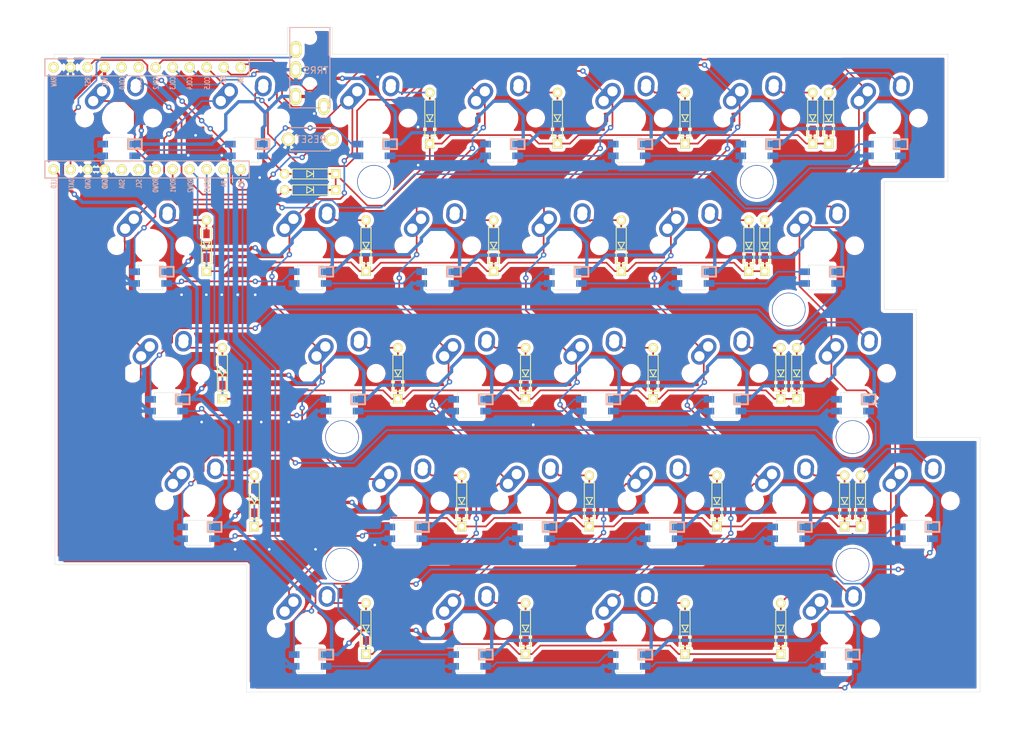
<source format=kicad_pcb>
(kicad_pcb (version 20171130) (host pcbnew "(5.1.2-1)-1")
  (layers (0 F.Cu signal) (31 B.Cu signal) (34 B.Paste user) (35 F.Paste user) (36 B.SilkS user) (37 F.SilkS user) (38 B.Mask user) (39 F.Mask user) (44 Edge.Cuts user))
  (net 0 "")
  (net 1 row1)
  (net 2 "Net-(D1-Pad2)")
  (net 3 "Net-(D2-Pad2)")
  (net 4 "Net-(D3-Pad2)")
  (net 5 row2)
  (net 6 row3)
  (net 7 "Net-(D4-Pad2)")
  (net 8 row4)
  (net 9 "Net-(D5-Pad2)")
  (net 10 "Net-(D6-Pad2)")
  (net 11 "Net-(D7-Pad2)")
  (net 12 "Net-(D8-Pad2)")
  (net 13 "Net-(D9-Pad2)")
  (net 14 "Net-(D10-Pad2)")
  (net 15 "Net-(D11-Pad2)")
  (net 16 "Net-(D12-Pad2)")
  (net 17 "Net-(D13-Pad2)")
  (net 18 row5)
  (net 19 "Net-(D14-Pad2)")
  (net 20 "Net-(D15-Pad2)")
  (net 21 "Net-(D16-Pad2)")
  (net 22 "Net-(D17-Pad2)")
  (net 23 "Net-(D18-Pad2)")
  (net 24 "Net-(D19-Pad2)")
  (net 25 "Net-(D20-Pad2)")
  (net 26 "Net-(D21-Pad2)")
  (net 27 "Net-(D22-Pad2)")
  (net 28 "Net-(D23-Pad2)")
  (net 29 "Net-(D24-Pad2)")
  (net 30 "Net-(D25-Pad2)")
  (net 31 "Net-(D26-Pad2)")
  (net 32 "Net-(D27-Pad2)")
  (net 33 "Net-(D28-Pad2)")
  (net 34 "Net-(D29-Pad2)")
  (net 35 GND)
  (net 36 data)
  (net 37 "Net-(J1-PadA)")
  (net 38 VCC)
  (net 39 "Net-(L1-Pad1)")
  (net 40 "Net-(L1-Pad3)")
  (net 41 "Net-(L2-Pad3)")
  (net 42 "Net-(L25-Pad3)")
  (net 43 "Net-(L3-Pad3)")
  (net 44 "Net-(L26-Pad3)")
  (net 45 "Net-(L4-Pad3)")
  (net 46 "Net-(L27-Pad3)")
  (net 47 "Net-(L5-Pad3)")
  (net 48 "Net-(L10-Pad1)")
  (net 49 "Net-(L11-Pad1)")
  (net 50 "Net-(L12-Pad1)")
  (net 51 "Net-(L13-Pad1)")
  (net 52 "Net-(L10-Pad3)")
  (net 53 "Net-(L11-Pad3)")
  (net 54 "Net-(L12-Pad3)")
  (net 55 "Net-(L13-Pad3)")
  (net 56 "Net-(L14-Pad3)")
  (net 57 "Net-(L14-Pad1)")
  (net 58 "Net-(L15-Pad3)")
  (net 59 "Net-(L16-Pad3)")
  (net 60 "Net-(L17-Pad3)")
  (net 61 "Net-(L18-Pad3)")
  (net 62 "Net-(L19-Pad3)")
  (net 63 "Net-(L20-Pad3)")
  (net 64 "Net-(L21-Pad3)")
  (net 65 "Net-(L22-Pad3)")
  (net 66 "Net-(L23-Pad3)")
  (net 67 "Net-(L24-Pad3)")
  (net 68 led)
  (net 69 reset)
  (net 70 col1)
  (net 71 col2)
  (net 72 col3)
  (net 73 col4)
  (net 74 col5)
  (net 75 col6)
  (net 76 col7)
  (net 77 "Net-(U1-Pad24)")
  (net 78 "Net-(U1-Pad20)")
  (net 79 "Net-(U1-Pad19)")
  (net 80 "Net-(U1-Pad6)")
  (net 81 "Net-(U1-Pad5)")
  (module kbd_tororo:ProMicro_v2_back (layer F.Cu) (at 51.1 46.4 90)
    (fp_text reference U1 hide)
    (fp_text value ProMicro hide)
    (fp_text user RAW (at 4.191 -13.1445 90) (layer B.SilkS) (effects (font (size 0.75 0.5) (thickness 0.125)) (justify mirror)))
    (fp_text user LED (at -11.049 -13.1445 90) (layer B.SilkS) (effects (font (size 0.75 0.5) (thickness 0.125)) (justify mirror)))
    (fp_text user GND (at -11.049 -5.5245 90) (layer B.SilkS) (effects (font (size 0.75 0.5) (thickness 0.125)) (justify mirror)))
    (fp_text user DATA (at -11.2 -10.5 90) (layer B.SilkS) (effects (font (size 0.75 0.5) (thickness 0.125)) (justify mirror)))
    (fp_text user RST (at 4.191 -8.0645 90) (layer B.SilkS) (effects (font (size 0.75 0.5) (thickness 0.125)) (justify mirror)))
    (fp_text user GND (at -11.049 -8.0645 90) (layer B.SilkS) (effects (font (size 0.75 0.5) (thickness 0.125)) (justify mirror)))
    (fp_text user VCC (at 4.1275 -5.5245 90) (layer B.SilkS) (effects (font (size 0.75 0.5) (thickness 0.125)) (justify mirror)))
    (fp_text user GND (at -11.049 -5.5245 90) (layer B.SilkS) (effects (font (size 0.75 0.5) (thickness 0.125)) (justify mirror)))
    (fp_text user COL3 (at 4 4.6 90) (layer B.SilkS) (effects (font (size 0.75 0.5) (thickness 0.125)) (justify mirror)))
    (fp_text user ROW0 (at -11.3 2.032 90) (layer B.SilkS) (effects (font (size 0.75 0.5) (thickness 0.125)) (justify mirror)))
    (fp_text user COL2 (at 4 2.1 90) (layer B.SilkS) (effects (font (size 0.75 0.5) (thickness 0.125)) (justify mirror)))
    (fp_text user SCL (at -11.049 -0.4445 90) (layer B.SilkS) (effects (font (size 0.75 0.5) (thickness 0.125)) (justify mirror)))
    (fp_text user COL1 (at 4 -0.4445 90) (layer B.SilkS) (effects (font (size 0.75 0.5) (thickness 0.125)) (justify mirror)))
    (fp_text user SDA (at -11.049 -2.9845 90) (layer B.SilkS) (effects (font (size 0.75 0.5) (thickness 0.125)) (justify mirror)))
    (fp_text user COL0 (at 4 -2.95 90) (layer B.SilkS) (effects (font (size 0.75 0.5) (thickness 0.125)) (justify mirror)))
    (fp_text user B6 (at 4.445 14.732 90) (layer B.SilkS) (effects (font (size 0.75 0.5) (thickness 0.125)) (justify mirror)))
    (fp_text user B5 (at -11.049 14.7955 90) (layer B.SilkS) (effects (font (size 0.75 0.5) (thickness 0.125)) (justify mirror)))
    (fp_text user B4 (at -11.049 12.2555 90) (layer B.SilkS) (effects (font (size 0.75 0.5) (thickness 0.125)) (justify mirror)))
    (fp_text user B2 (at 4.5085 12.1285 90) (layer B.SilkS) (effects (font (size 0.75 0.5) (thickness 0.125)) (justify mirror)))
    (fp_text user ROW3 (at -11.3 9.75 90) (layer B.SilkS) (effects (font (size 0.75 0.5) (thickness 0.125)) (justify mirror)))
    (fp_text user COL5 (at 4 9.75 90) (layer B.SilkS) (effects (font (size 0.75 0.5) (thickness 0.125)) (justify mirror)))
    (fp_text user ROW2 (at -11.3 7.239 90) (layer B.SilkS) (effects (font (size 0.75 0.5) (thickness 0.125)) (justify mirror)))
    (fp_text user COL4 (at 3.95 7.112 90) (layer B.SilkS) (effects (font (size 0.75 0.5) (thickness 0.125)) (justify mirror)))
    (fp_text user ROW1 (at -11.3 4.6355 90) (layer B.SilkS) (effects (font (size 0.75 0.5) (thickness 0.125)) (justify mirror)))
    (fp_text user "" (at -0.5 -17.25 90) (layer F.SilkS))
    (fp_text user "" (at -0.5 -17.25 90) (layer F.SilkS))
    (pad 1 thru_hole circle (at -8.89 -13.208 90) (size 1.524 1.524) (drill 0.8128) (layers *.Cu *.Mask F.SilkS) (net 68 led))
    (pad 2 thru_hole circle (at -8.89 -10.668 90) (size 1.524 1.524) (drill 0.8128) (layers *.Cu *.Mask F.SilkS) (net 36 data))
    (pad 3 thru_hole circle (at -8.89 -8.128 90) (size 1.524 1.524) (drill 0.8128) (layers *.Cu *.Mask F.SilkS) (net 35 GND))
    (pad 4 thru_hole circle (at -8.89 -5.588 90) (size 1.524 1.524) (drill 0.8128) (layers *.Cu *.Mask F.SilkS) (net 35 GND))
    (pad 5 thru_hole circle (at -8.89 -3.048 90) (size 1.524 1.524) (drill 0.8128) (layers *.Cu *.Mask F.SilkS) (net 81 "Net-(U1-Pad5)"))
    (pad 6 thru_hole circle (at -8.89 -0.508 90) (size 1.524 1.524) (drill 0.8128) (layers *.Cu *.Mask F.SilkS) (net 80 "Net-(U1-Pad6)"))
    (pad 7 thru_hole circle (at -8.89 2.032 90) (size 1.524 1.524) (drill 0.8128) (layers *.Cu *.Mask F.SilkS) (net 70 col1))
    (pad 8 thru_hole circle (at -8.89 4.572 90) (size 1.524 1.524) (drill 0.8128) (layers *.Cu *.Mask F.SilkS) (net 1 row1))
    (pad 9 thru_hole circle (at -8.89 7.112 90) (size 1.524 1.524) (drill 0.8128) (layers *.Cu *.Mask F.SilkS) (net 5 row2))
    (pad 10 thru_hole circle (at -8.89 9.652 90) (size 1.524 1.524) (drill 0.8128) (layers *.Cu *.Mask F.SilkS) (net 6 row3))
    (pad 11 thru_hole circle (at -8.89 12.192 90) (size 1.524 1.524) (drill 0.8128) (layers *.Cu *.Mask F.SilkS) (net 8 row4))
    (pad 12 thru_hole circle (at -8.89 14.732 90) (size 1.524 1.524) (drill 0.8128) (layers *.Cu *.Mask F.SilkS) (net 18 row5))
    (pad 13 thru_hole circle (at 6.35 14.732 90) (size 1.524 1.524) (drill 0.8128) (layers *.Cu *.Mask F.SilkS) (net 75 col6))
    (pad 14 thru_hole circle (at 6.35 12.192 90) (size 1.524 1.524) (drill 0.8128) (layers *.Cu *.Mask F.SilkS) (net 74 col5))
    (pad 15 thru_hole circle (at 6.35 9.652 90) (size 1.524 1.524) (drill 0.8128) (layers *.Cu *.Mask F.SilkS) (net 71 col2))
    (pad 16 thru_hole circle (at 6.35 7.112 90) (size 1.524 1.524) (drill 0.8128) (layers *.Cu *.Mask F.SilkS) (net 72 col3))
    (pad 17 thru_hole circle (at 6.35 4.572 90) (size 1.524 1.524) (drill 0.8128) (layers *.Cu *.Mask F.SilkS) (net 73 col4))
    (pad 18 thru_hole circle (at 6.35 2.032 90) (size 1.524 1.524) (drill 0.8128) (layers *.Cu *.Mask F.SilkS) (net 76 col7))
    (pad 19 thru_hole circle (at 6.35 -0.508 90) (size 1.524 1.524) (drill 0.8128) (layers *.Cu *.Mask F.SilkS) (net 79 "Net-(U1-Pad19)"))
    (pad 20 thru_hole circle (at 6.35 -3.048 90) (size 1.524 1.524) (drill 0.8128) (layers *.Cu *.Mask F.SilkS) (net 78 "Net-(U1-Pad20)"))
    (pad 21 thru_hole circle (at 6.35 -5.588 90) (size 1.524 1.524) (drill 0.8128) (layers *.Cu *.Mask F.SilkS) (net 38 VCC))
    (pad 22 thru_hole circle (at 6.35 -8.128 90) (size 1.524 1.524) (drill 0.8128) (layers *.Cu *.Mask F.SilkS) (net 69 reset))
    (pad 23 thru_hole circle (at 6.35 -10.668 90) (size 1.524 1.524) (drill 0.8128) (layers *.Cu *.Mask F.SilkS) (net 35 GND))
    (pad 24 thru_hole circle (at 6.35 -13.208 90) (size 1.524 1.524) (drill 0.8128) (layers *.Cu *.Mask F.SilkS) (net 77 "Net-(U1-Pad24)"))
  )
  (module kbd_tororo:Hybrid_PCB_100H_no-silk_no_ref (layer F.Cu) (at 66.675 47.625)
    (fp_text reference SW2 hide)
    (fp_text value SW_PUSH hide)
    (pad 1 thru_hole oval (at -3.155 -3.27 138.1) (size 2.5 4.461556) (drill 0.001) (layers *.Cu *.Mask) (net 71 col2))
    (pad 1 thru_hole circle (at -3.81 -2.54 330.95) (size 2 2) (drill 1.524) (layers *.Cu *.Mask) (net 71 col2))
    (pad "" np_thru_hole circle (at 5.08 0 90) (size 1.8 1.8) (drill 1.8) (layers *.Cu *.Mask))
    (pad "" np_thru_hole circle (at -5.08 0 90) (size 1.8 1.8) (drill 1.8) (layers *.Cu *.Mask))
    (pad "" np_thru_hole circle (at 0 0 90) (size 3.9878 3.9878) (drill 3.9878) (layers *.Cu *.Mask))
    (pad 1 thru_hole circle (at -2.5 -4 330.95) (size 2 2) (drill 1.524) (layers *.Cu *.Mask) (net 71 col2))
    (pad 2 thru_hole circle (at 2.54 -5.08 330.95) (size 2 2) (drill 1.524) (layers *.Cu *.Mask) (net 3 "Net-(D2-Pad2)"))
    (pad 2 thru_hole circle (at 2.5 -4.5 330.95) (size 2 2) (drill 1.524) (layers *.Cu *.Mask) (net 3 "Net-(D2-Pad2)"))
    (pad 2 thru_hole oval (at 2.52 -4.79 356.055) (size 2.5 3.081378) (drill 0.001) (layers *.Cu *.Mask) (net 3 "Net-(D2-Pad2)"))
  )
  (module kbd:HOLE (layer F.Cu) (at 157.1625 114.3)
    (fp_text reference Ref**)
    (fp_text value Val**)
    (pad "" np_thru_hole circle (at 0 0) (size 5 5) (drill 4.8) (layers *.Cu *.Mask))
  )
  (module kbd:HOLE (layer F.Cu) (at 157.1625 95.25)
    (fp_text reference Ref**)
    (fp_text value Val**)
    (pad "" np_thru_hole circle (at 0 0) (size 5 5) (drill 4.8) (layers *.Cu *.Mask))
  )
  (module kbd:HOLE (layer F.Cu) (at 80.9625 114.3)
    (fp_text reference Ref**)
    (fp_text value Val**)
    (pad "" np_thru_hole circle (at 0 0) (size 5 5) (drill 4.8) (layers *.Cu *.Mask))
  )
  (module kbd:HOLE (layer F.Cu) (at 80.9625 95.25)
    (fp_text reference Ref**)
    (fp_text value Val**)
    (pad "" np_thru_hole circle (at 0 0) (size 5 5) (drill 4.8) (layers *.Cu *.Mask))
  )
  (module kbd:HOLE (layer F.Cu) (at 85.725 57.15)
    (fp_text reference Ref**)
    (fp_text value Val**)
    (pad "" np_thru_hole circle (at 0 0) (size 5 5) (drill 4.8) (layers *.Cu *.Mask))
  )
  (module kbd:HOLE (layer F.Cu) (at 147.6375 76.2)
    (fp_text reference Ref**)
    (fp_text value Val**)
    (pad "" np_thru_hole circle (at 0 0) (size 5 5) (drill 4.8) (layers *.Cu *.Mask))
  )
  (module kbd:HOLE (layer F.Cu) (at 142.875 57.15)
    (fp_text reference Ref**)
    (fp_text value Val**)
    (pad "" np_thru_hole circle (at 0 0) (size 5 5) (drill 4.8) (layers *.Cu *.Mask))
  )
  (module kbd_tororo:D3_TH_SMD_top (layer F.Cu) (at 76.2 58.340625 180)
    (fp_text reference D1 hide)
    (fp_text value D hide)
    (pad 1 smd rect (at -1.775 0 180) (size 1.3 0.95) (layers F.Cu F.Paste F.Mask) (net 1 row1))
    (pad 1 thru_hole rect (at -3.81 0 180) (size 1.397 1.397) (drill 0.8128) (layers *.Cu *.Mask F.SilkS) (net 1 row1))
    (pad 2 thru_hole circle (at 3.81 0 180) (size 1.397 1.397) (drill 0.8128) (layers *.Cu *.Mask F.SilkS) (net 2 "Net-(D1-Pad2)"))
    (pad 2 smd rect (at 1.775 0 180) (size 1.3 0.95) (layers F.Cu F.Paste F.Mask) (net 2 "Net-(D1-Pad2)"))
  )
  (module kbd_tororo:D3_TH_SMD_top (layer F.Cu) (at 76.2 55.959375 180)
    (fp_text reference D2 hide)
    (fp_text value D hide)
    (pad 1 smd rect (at -1.775 0 180) (size 1.3 0.95) (layers F.Cu F.Paste F.Mask) (net 1 row1))
    (pad 1 thru_hole rect (at -3.81 0 180) (size 1.397 1.397) (drill 0.8128) (layers *.Cu *.Mask F.SilkS) (net 1 row1))
    (pad 2 thru_hole circle (at 3.81 0 180) (size 1.397 1.397) (drill 0.8128) (layers *.Cu *.Mask F.SilkS) (net 3 "Net-(D2-Pad2)"))
    (pad 2 smd rect (at 1.775 0 180) (size 1.3 0.95) (layers F.Cu F.Paste F.Mask) (net 3 "Net-(D2-Pad2)"))
  )
  (module kbd_tororo:D3_TH_SMD_top (layer F.Cu) (at 60.721875 66.675 90)
    (fp_text reference D3 hide)
    (fp_text value D hide)
    (pad 1 smd rect (at -1.775 0 90) (size 1.3 0.95) (layers F.Cu F.Paste F.Mask) (net 5 row2))
    (pad 1 thru_hole rect (at -3.81 0 90) (size 1.397 1.397) (drill 0.8128) (layers *.Cu *.Mask F.SilkS) (net 5 row2))
    (pad 2 thru_hole circle (at 3.81 0 90) (size 1.397 1.397) (drill 0.8128) (layers *.Cu *.Mask F.SilkS) (net 4 "Net-(D3-Pad2)"))
    (pad 2 smd rect (at 1.775 0 90) (size 1.3 0.95) (layers F.Cu F.Paste F.Mask) (net 4 "Net-(D3-Pad2)"))
  )
  (module kbd_tororo:D3_TH_SMD_top (layer F.Cu) (at 63.103125 85.725 90)
    (fp_text reference D4 hide)
    (fp_text value D hide)
    (pad 1 smd rect (at -1.775 0 90) (size 1.3 0.95) (layers F.Cu F.Paste F.Mask) (net 6 row3))
    (pad 1 thru_hole rect (at -3.81 0 90) (size 1.397 1.397) (drill 0.8128) (layers *.Cu *.Mask F.SilkS) (net 6 row3))
    (pad 2 thru_hole circle (at 3.81 0 90) (size 1.397 1.397) (drill 0.8128) (layers *.Cu *.Mask F.SilkS) (net 7 "Net-(D4-Pad2)"))
    (pad 2 smd rect (at 1.775 0 90) (size 1.3 0.95) (layers F.Cu F.Paste F.Mask) (net 7 "Net-(D4-Pad2)"))
  )
  (module kbd_tororo:D3_TH_SMD_top (layer F.Cu) (at 67.865625 104.775 90)
    (fp_text reference D5 hide)
    (fp_text value D hide)
    (pad 1 smd rect (at -1.775 0 90) (size 1.3 0.95) (layers F.Cu F.Paste F.Mask) (net 8 row4))
    (pad 1 thru_hole rect (at -3.81 0 90) (size 1.397 1.397) (drill 0.8128) (layers *.Cu *.Mask F.SilkS) (net 8 row4))
    (pad 2 thru_hole circle (at 3.81 0 90) (size 1.397 1.397) (drill 0.8128) (layers *.Cu *.Mask F.SilkS) (net 9 "Net-(D5-Pad2)"))
    (pad 2 smd rect (at 1.775 0 90) (size 1.3 0.95) (layers F.Cu F.Paste F.Mask) (net 9 "Net-(D5-Pad2)"))
  )
  (module kbd_tororo:D3_TH_SMD_top (layer F.Cu) (at 94.059375 47.625 90)
    (fp_text reference D6 hide)
    (fp_text value D hide)
    (pad 1 smd rect (at -1.775 0 90) (size 1.3 0.95) (layers F.Cu F.Paste F.Mask) (net 1 row1))
    (pad 1 thru_hole rect (at -3.81 0 90) (size 1.397 1.397) (drill 0.8128) (layers *.Cu *.Mask F.SilkS) (net 1 row1))
    (pad 2 thru_hole circle (at 3.81 0 90) (size 1.397 1.397) (drill 0.8128) (layers *.Cu *.Mask F.SilkS) (net 10 "Net-(D6-Pad2)"))
    (pad 2 smd rect (at 1.775 0 90) (size 1.3 0.95) (layers F.Cu F.Paste F.Mask) (net 10 "Net-(D6-Pad2)"))
  )
  (module kbd_tororo:D3_TH_SMD_top (layer F.Cu) (at 84.534375 66.675 90)
    (fp_text reference D7 hide)
    (fp_text value D hide)
    (pad 1 smd rect (at -1.775 0 90) (size 1.3 0.95) (layers F.Cu F.Paste F.Mask) (net 5 row2))
    (pad 1 thru_hole rect (at -3.81 0 90) (size 1.397 1.397) (drill 0.8128) (layers *.Cu *.Mask F.SilkS) (net 5 row2))
    (pad 2 thru_hole circle (at 3.81 0 90) (size 1.397 1.397) (drill 0.8128) (layers *.Cu *.Mask F.SilkS) (net 11 "Net-(D7-Pad2)"))
    (pad 2 smd rect (at 1.775 0 90) (size 1.3 0.95) (layers F.Cu F.Paste F.Mask) (net 11 "Net-(D7-Pad2)"))
  )
  (module kbd_tororo:D3_TH_SMD_top (layer F.Cu) (at 89.296875 85.725 90)
    (fp_text reference D8 hide)
    (fp_text value D hide)
    (pad 1 smd rect (at -1.775 0 90) (size 1.3 0.95) (layers F.Cu F.Paste F.Mask) (net 6 row3))
    (pad 1 thru_hole rect (at -3.81 0 90) (size 1.397 1.397) (drill 0.8128) (layers *.Cu *.Mask F.SilkS) (net 6 row3))
    (pad 2 thru_hole circle (at 3.81 0 90) (size 1.397 1.397) (drill 0.8128) (layers *.Cu *.Mask F.SilkS) (net 12 "Net-(D8-Pad2)"))
    (pad 2 smd rect (at 1.775 0 90) (size 1.3 0.95) (layers F.Cu F.Paste F.Mask) (net 12 "Net-(D8-Pad2)"))
  )
  (module kbd_tororo:D3_TH_SMD_top (layer F.Cu) (at 98.821875 104.775 90)
    (fp_text reference D9 hide)
    (fp_text value D hide)
    (pad 1 smd rect (at -1.775 0 90) (size 1.3 0.95) (layers F.Cu F.Paste F.Mask) (net 8 row4))
    (pad 1 thru_hole rect (at -3.81 0 90) (size 1.397 1.397) (drill 0.8128) (layers *.Cu *.Mask F.SilkS) (net 8 row4))
    (pad 2 thru_hole circle (at 3.81 0 90) (size 1.397 1.397) (drill 0.8128) (layers *.Cu *.Mask F.SilkS) (net 13 "Net-(D9-Pad2)"))
    (pad 2 smd rect (at 1.775 0 90) (size 1.3 0.95) (layers F.Cu F.Paste F.Mask) (net 13 "Net-(D9-Pad2)"))
  )
  (module kbd_tororo:D3_TH_SMD_top (layer F.Cu) (at 113.109375 47.625 90)
    (fp_text reference D10 hide)
    (fp_text value D hide)
    (pad 1 smd rect (at -1.775 0 90) (size 1.3 0.95) (layers F.Cu F.Paste F.Mask) (net 1 row1))
    (pad 1 thru_hole rect (at -3.81 0 90) (size 1.397 1.397) (drill 0.8128) (layers *.Cu *.Mask F.SilkS) (net 1 row1))
    (pad 2 thru_hole circle (at 3.81 0 90) (size 1.397 1.397) (drill 0.8128) (layers *.Cu *.Mask F.SilkS) (net 14 "Net-(D10-Pad2)"))
    (pad 2 smd rect (at 1.775 0 90) (size 1.3 0.95) (layers F.Cu F.Paste F.Mask) (net 14 "Net-(D10-Pad2)"))
  )
  (module kbd_tororo:D3_TH_SMD_top (layer F.Cu) (at 103.584375 66.675 90)
    (fp_text reference D11 hide)
    (fp_text value D hide)
    (pad 1 smd rect (at -1.775 0 90) (size 1.3 0.95) (layers F.Cu F.Paste F.Mask) (net 5 row2))
    (pad 1 thru_hole rect (at -3.81 0 90) (size 1.397 1.397) (drill 0.8128) (layers *.Cu *.Mask F.SilkS) (net 5 row2))
    (pad 2 thru_hole circle (at 3.81 0 90) (size 1.397 1.397) (drill 0.8128) (layers *.Cu *.Mask F.SilkS) (net 15 "Net-(D11-Pad2)"))
    (pad 2 smd rect (at 1.775 0 90) (size 1.3 0.95) (layers F.Cu F.Paste F.Mask) (net 15 "Net-(D11-Pad2)"))
  )
  (module kbd_tororo:D3_TH_SMD_top (layer F.Cu) (at 108.346875 85.725 90)
    (fp_text reference D12 hide)
    (fp_text value D hide)
    (pad 1 smd rect (at -1.775 0 90) (size 1.3 0.95) (layers F.Cu F.Paste F.Mask) (net 6 row3))
    (pad 1 thru_hole rect (at -3.81 0 90) (size 1.397 1.397) (drill 0.8128) (layers *.Cu *.Mask F.SilkS) (net 6 row3))
    (pad 2 thru_hole circle (at 3.81 0 90) (size 1.397 1.397) (drill 0.8128) (layers *.Cu *.Mask F.SilkS) (net 16 "Net-(D12-Pad2)"))
    (pad 2 smd rect (at 1.775 0 90) (size 1.3 0.95) (layers F.Cu F.Paste F.Mask) (net 16 "Net-(D12-Pad2)"))
  )
  (module kbd_tororo:D3_TH_SMD_top (layer F.Cu) (at 117.871875 104.775 90)
    (fp_text reference D13 hide)
    (fp_text value D hide)
    (pad 1 smd rect (at -1.775 0 90) (size 1.3 0.95) (layers F.Cu F.Paste F.Mask) (net 8 row4))
    (pad 1 thru_hole rect (at -3.81 0 90) (size 1.397 1.397) (drill 0.8128) (layers *.Cu *.Mask F.SilkS) (net 8 row4))
    (pad 2 thru_hole circle (at 3.81 0 90) (size 1.397 1.397) (drill 0.8128) (layers *.Cu *.Mask F.SilkS) (net 17 "Net-(D13-Pad2)"))
    (pad 2 smd rect (at 1.775 0 90) (size 1.3 0.95) (layers F.Cu F.Paste F.Mask) (net 17 "Net-(D13-Pad2)"))
  )
  (module kbd_tororo:D3_TH_SMD_top (layer F.Cu) (at 84.534375 123.825 90)
    (fp_text reference D14 hide)
    (fp_text value D hide)
    (pad 1 smd rect (at -1.775 0 90) (size 1.3 0.95) (layers F.Cu F.Paste F.Mask) (net 18 row5))
    (pad 1 thru_hole rect (at -3.81 0 90) (size 1.397 1.397) (drill 0.8128) (layers *.Cu *.Mask F.SilkS) (net 18 row5))
    (pad 2 thru_hole circle (at 3.81 0 90) (size 1.397 1.397) (drill 0.8128) (layers *.Cu *.Mask F.SilkS) (net 19 "Net-(D14-Pad2)"))
    (pad 2 smd rect (at 1.775 0 90) (size 1.3 0.95) (layers F.Cu F.Paste F.Mask) (net 19 "Net-(D14-Pad2)"))
  )
  (module kbd_tororo:D3_TH_SMD_top (layer F.Cu) (at 132.159375 47.625 90)
    (fp_text reference D15 hide)
    (fp_text value D hide)
    (pad 1 smd rect (at -1.775 0 90) (size 1.3 0.95) (layers F.Cu F.Paste F.Mask) (net 1 row1))
    (pad 1 thru_hole rect (at -3.81 0 90) (size 1.397 1.397) (drill 0.8128) (layers *.Cu *.Mask F.SilkS) (net 1 row1))
    (pad 2 thru_hole circle (at 3.81 0 90) (size 1.397 1.397) (drill 0.8128) (layers *.Cu *.Mask F.SilkS) (net 20 "Net-(D15-Pad2)"))
    (pad 2 smd rect (at 1.775 0 90) (size 1.3 0.95) (layers F.Cu F.Paste F.Mask) (net 20 "Net-(D15-Pad2)"))
  )
  (module kbd_tororo:D3_TH_SMD_top (layer F.Cu) (at 122.634375 66.675 90)
    (fp_text reference D16 hide)
    (fp_text value D hide)
    (pad 1 smd rect (at -1.775 0 90) (size 1.3 0.95) (layers F.Cu F.Paste F.Mask) (net 5 row2))
    (pad 1 thru_hole rect (at -3.81 0 90) (size 1.397 1.397) (drill 0.8128) (layers *.Cu *.Mask F.SilkS) (net 5 row2))
    (pad 2 thru_hole circle (at 3.81 0 90) (size 1.397 1.397) (drill 0.8128) (layers *.Cu *.Mask F.SilkS) (net 21 "Net-(D16-Pad2)"))
    (pad 2 smd rect (at 1.775 0 90) (size 1.3 0.95) (layers F.Cu F.Paste F.Mask) (net 21 "Net-(D16-Pad2)"))
  )
  (module kbd_tororo:D3_TH_SMD_top (layer F.Cu) (at 127.396875 85.725 90)
    (fp_text reference D17 hide)
    (fp_text value D hide)
    (pad 1 smd rect (at -1.775 0 90) (size 1.3 0.95) (layers F.Cu F.Paste F.Mask) (net 6 row3))
    (pad 1 thru_hole rect (at -3.81 0 90) (size 1.397 1.397) (drill 0.8128) (layers *.Cu *.Mask F.SilkS) (net 6 row3))
    (pad 2 thru_hole circle (at 3.81 0 90) (size 1.397 1.397) (drill 0.8128) (layers *.Cu *.Mask F.SilkS) (net 22 "Net-(D17-Pad2)"))
    (pad 2 smd rect (at 1.775 0 90) (size 1.3 0.95) (layers F.Cu F.Paste F.Mask) (net 22 "Net-(D17-Pad2)"))
  )
  (module kbd_tororo:D3_TH_SMD_top (layer F.Cu) (at 136.921875 104.775 90)
    (fp_text reference D18 hide)
    (fp_text value D hide)
    (pad 1 smd rect (at -1.775 0 90) (size 1.3 0.95) (layers F.Cu F.Paste F.Mask) (net 8 row4))
    (pad 1 thru_hole rect (at -3.81 0 90) (size 1.397 1.397) (drill 0.8128) (layers *.Cu *.Mask F.SilkS) (net 8 row4))
    (pad 2 thru_hole circle (at 3.81 0 90) (size 1.397 1.397) (drill 0.8128) (layers *.Cu *.Mask F.SilkS) (net 23 "Net-(D18-Pad2)"))
    (pad 2 smd rect (at 1.775 0 90) (size 1.3 0.95) (layers F.Cu F.Paste F.Mask) (net 23 "Net-(D18-Pad2)"))
  )
  (module kbd_tororo:D3_TH_SMD_top (layer F.Cu) (at 108.346875 123.825 90)
    (fp_text reference D19 hide)
    (fp_text value D hide)
    (pad 1 smd rect (at -1.775 0 90) (size 1.3 0.95) (layers F.Cu F.Paste F.Mask) (net 18 row5))
    (pad 1 thru_hole rect (at -3.81 0 90) (size 1.397 1.397) (drill 0.8128) (layers *.Cu *.Mask F.SilkS) (net 18 row5))
    (pad 2 thru_hole circle (at 3.81 0 90) (size 1.397 1.397) (drill 0.8128) (layers *.Cu *.Mask F.SilkS) (net 24 "Net-(D19-Pad2)"))
    (pad 2 smd rect (at 1.775 0 90) (size 1.3 0.95) (layers F.Cu F.Paste F.Mask) (net 24 "Net-(D19-Pad2)"))
  )
  (module kbd_tororo:D3_TH_SMD_top (layer F.Cu) (at 151.209375 47.625 90)
    (fp_text reference D20 hide)
    (fp_text value D hide)
    (pad 1 smd rect (at -1.775 0 90) (size 1.3 0.95) (layers F.Cu F.Paste F.Mask) (net 1 row1))
    (pad 1 thru_hole rect (at -3.81 0 90) (size 1.397 1.397) (drill 0.8128) (layers *.Cu *.Mask F.SilkS) (net 1 row1))
    (pad 2 thru_hole circle (at 3.81 0 90) (size 1.397 1.397) (drill 0.8128) (layers *.Cu *.Mask F.SilkS) (net 25 "Net-(D20-Pad2)"))
    (pad 2 smd rect (at 1.775 0 90) (size 1.3 0.95) (layers F.Cu F.Paste F.Mask) (net 25 "Net-(D20-Pad2)"))
  )
  (module kbd_tororo:D3_TH_SMD_top (layer F.Cu) (at 141.684375 66.675 90)
    (fp_text reference D21 hide)
    (fp_text value D hide)
    (pad 1 smd rect (at -1.775 0 90) (size 1.3 0.95) (layers F.Cu F.Paste F.Mask) (net 5 row2))
    (pad 1 thru_hole rect (at -3.81 0 90) (size 1.397 1.397) (drill 0.8128) (layers *.Cu *.Mask F.SilkS) (net 5 row2))
    (pad 2 thru_hole circle (at 3.81 0 90) (size 1.397 1.397) (drill 0.8128) (layers *.Cu *.Mask F.SilkS) (net 26 "Net-(D21-Pad2)"))
    (pad 2 smd rect (at 1.775 0 90) (size 1.3 0.95) (layers F.Cu F.Paste F.Mask) (net 26 "Net-(D21-Pad2)"))
  )
  (module kbd_tororo:D3_TH_SMD_top (layer F.Cu) (at 146.446875 85.725 90)
    (fp_text reference D22 hide)
    (fp_text value D hide)
    (pad 1 smd rect (at -1.775 0 90) (size 1.3 0.95) (layers F.Cu F.Paste F.Mask) (net 6 row3))
    (pad 1 thru_hole rect (at -3.81 0 90) (size 1.397 1.397) (drill 0.8128) (layers *.Cu *.Mask F.SilkS) (net 6 row3))
    (pad 2 thru_hole circle (at 3.81 0 90) (size 1.397 1.397) (drill 0.8128) (layers *.Cu *.Mask F.SilkS) (net 27 "Net-(D22-Pad2)"))
    (pad 2 smd rect (at 1.775 0 90) (size 1.3 0.95) (layers F.Cu F.Paste F.Mask) (net 27 "Net-(D22-Pad2)"))
  )
  (module kbd_tororo:D3_TH_SMD_top (layer F.Cu) (at 155.971875 104.775 90)
    (fp_text reference D23 hide)
    (fp_text value D hide)
    (pad 1 smd rect (at -1.775 0 90) (size 1.3 0.95) (layers F.Cu F.Paste F.Mask) (net 8 row4))
    (pad 1 thru_hole rect (at -3.81 0 90) (size 1.397 1.397) (drill 0.8128) (layers *.Cu *.Mask F.SilkS) (net 8 row4))
    (pad 2 thru_hole circle (at 3.81 0 90) (size 1.397 1.397) (drill 0.8128) (layers *.Cu *.Mask F.SilkS) (net 28 "Net-(D23-Pad2)"))
    (pad 2 smd rect (at 1.775 0 90) (size 1.3 0.95) (layers F.Cu F.Paste F.Mask) (net 28 "Net-(D23-Pad2)"))
  )
  (module kbd_tororo:D3_TH_SMD_top (layer F.Cu) (at 132.159375 123.825 90)
    (fp_text reference D24 hide)
    (fp_text value D hide)
    (pad 1 smd rect (at -1.775 0 90) (size 1.3 0.95) (layers F.Cu F.Paste F.Mask) (net 18 row5))
    (pad 1 thru_hole rect (at -3.81 0 90) (size 1.397 1.397) (drill 0.8128) (layers *.Cu *.Mask F.SilkS) (net 18 row5))
    (pad 2 thru_hole circle (at 3.81 0 90) (size 1.397 1.397) (drill 0.8128) (layers *.Cu *.Mask F.SilkS) (net 29 "Net-(D24-Pad2)"))
    (pad 2 smd rect (at 1.775 0 90) (size 1.3 0.95) (layers F.Cu F.Paste F.Mask) (net 29 "Net-(D24-Pad2)"))
  )
  (module kbd_tororo:D3_TH_SMD_top (layer F.Cu) (at 153.590625 47.625 90)
    (fp_text reference D25 hide)
    (fp_text value D hide)
    (pad 1 smd rect (at -1.775 0 90) (size 1.3 0.95) (layers F.Cu F.Paste F.Mask) (net 1 row1))
    (pad 1 thru_hole rect (at -3.81 0 90) (size 1.397 1.397) (drill 0.8128) (layers *.Cu *.Mask F.SilkS) (net 1 row1))
    (pad 2 thru_hole circle (at 3.81 0 90) (size 1.397 1.397) (drill 0.8128) (layers *.Cu *.Mask F.SilkS) (net 30 "Net-(D25-Pad2)"))
    (pad 2 smd rect (at 1.775 0 90) (size 1.3 0.95) (layers F.Cu F.Paste F.Mask) (net 30 "Net-(D25-Pad2)"))
  )
  (module kbd_tororo:D3_TH_SMD_top (layer F.Cu) (at 144.065625 66.675 90)
    (fp_text reference D26 hide)
    (fp_text value D hide)
    (pad 1 smd rect (at -1.775 0 90) (size 1.3 0.95) (layers F.Cu F.Paste F.Mask) (net 5 row2))
    (pad 1 thru_hole rect (at -3.81 0 90) (size 1.397 1.397) (drill 0.8128) (layers *.Cu *.Mask F.SilkS) (net 5 row2))
    (pad 2 thru_hole circle (at 3.81 0 90) (size 1.397 1.397) (drill 0.8128) (layers *.Cu *.Mask F.SilkS) (net 31 "Net-(D26-Pad2)"))
    (pad 2 smd rect (at 1.775 0 90) (size 1.3 0.95) (layers F.Cu F.Paste F.Mask) (net 31 "Net-(D26-Pad2)"))
  )
  (module kbd_tororo:D3_TH_SMD_top (layer F.Cu) (at 148.828125 85.725 90)
    (fp_text reference D27 hide)
    (fp_text value D hide)
    (pad 1 smd rect (at -1.775 0 90) (size 1.3 0.95) (layers F.Cu F.Paste F.Mask) (net 6 row3))
    (pad 1 thru_hole rect (at -3.81 0 90) (size 1.397 1.397) (drill 0.8128) (layers *.Cu *.Mask F.SilkS) (net 6 row3))
    (pad 2 thru_hole circle (at 3.81 0 90) (size 1.397 1.397) (drill 0.8128) (layers *.Cu *.Mask F.SilkS) (net 32 "Net-(D27-Pad2)"))
    (pad 2 smd rect (at 1.775 0 90) (size 1.3 0.95) (layers F.Cu F.Paste F.Mask) (net 32 "Net-(D27-Pad2)"))
  )
  (module kbd_tororo:D3_TH_SMD_top (layer F.Cu) (at 158.353125 104.775 90)
    (fp_text reference D28 hide)
    (fp_text value D hide)
    (pad 1 smd rect (at -1.775 0 90) (size 1.3 0.95) (layers F.Cu F.Paste F.Mask) (net 8 row4))
    (pad 1 thru_hole rect (at -3.81 0 90) (size 1.397 1.397) (drill 0.8128) (layers *.Cu *.Mask F.SilkS) (net 8 row4))
    (pad 2 thru_hole circle (at 3.81 0 90) (size 1.397 1.397) (drill 0.8128) (layers *.Cu *.Mask F.SilkS) (net 33 "Net-(D28-Pad2)"))
    (pad 2 smd rect (at 1.775 0 90) (size 1.3 0.95) (layers F.Cu F.Paste F.Mask) (net 33 "Net-(D28-Pad2)"))
  )
  (module kbd_tororo:D3_TH_SMD_top (layer F.Cu) (at 146.446875 123.825 90)
    (fp_text reference D29 hide)
    (fp_text value D hide)
    (pad 1 smd rect (at -1.775 0 90) (size 1.3 0.95) (layers F.Cu F.Paste F.Mask) (net 18 row5))
    (pad 1 thru_hole rect (at -3.81 0 90) (size 1.397 1.397) (drill 0.8128) (layers *.Cu *.Mask F.SilkS) (net 18 row5))
    (pad 2 thru_hole circle (at 3.81 0 90) (size 1.397 1.397) (drill 0.8128) (layers *.Cu *.Mask F.SilkS) (net 34 "Net-(D29-Pad2)"))
    (pad 2 smd rect (at 1.775 0 90) (size 1.3 0.95) (layers F.Cu F.Paste F.Mask) (net 34 "Net-(D29-Pad2)"))
  )
  (module kbd_tororo:MJ-4PP-9_back (layer F.Cu) (at 77.9 34.1)
    (fp_text reference J1)
    (fp_text value MJ-4PP-9 hide)
    (fp_text user TRRS (at -0.8255 6.4135) (layer B.SilkS) (effects (justify mirror)))
    (pad "" np_thru_hole circle (at -1.75 8.5) (size 1.2 1.2) (drill 1.2) (layers *.Cu *.Mask F.SilkS))
    (pad "" np_thru_hole circle (at -1.75 1.5) (size 1.2 1.2) (drill 1.2) (layers *.Cu *.Mask F.SilkS))
    (pad D thru_hole oval (at -3.85 10.3) (size 1.7 2.5) (drill oval 1 1.5) (layers *.Cu *.Mask F.SilkS) (net 38 VCC) (clearance 0.15))
    (pad A thru_hole oval (at 0.35 11.8) (size 1.7 2.5) (drill oval 1 1.5) (layers *.Cu *.Mask F.SilkS) (net 37 "Net-(J1-PadA)") (clearance 0.15))
    (pad B thru_hole oval (at -3.85 3.3) (size 1.7 2.5) (drill oval 1 1.5) (layers *.Cu *.Mask F.SilkS) (net 36 data))
    (pad C thru_hole oval (at -3.85 6.3) (size 1.7 2.5) (drill oval 1 1.5) (layers *.Cu *.Mask F.SilkS) (net 35 GND))
  )
  (module kbd_tororo:SK6812MINI_back (layer F.Cu) (at 47.625 52.3875)
    (fp_text reference L1 hide)
    (fp_text value SK6812MINI hide)
    (fp_line (start -1.86 1.83) (end -1.86 -1.87) (layer Edge.Cuts) (width 0.05))
    (fp_line (start 1.84 1.83) (end -1.86 1.83) (layer Edge.Cuts) (width 0.05))
    (fp_line (start 1.84 -1.87) (end 1.84 1.83) (layer Edge.Cuts) (width 0.05))
    (fp_line (start -1.86 -1.87) (end 1.84 -1.87) (layer Edge.Cuts) (width 0.05))
    (pad 3 smd rect (at 2.4 0.875) (size 1.6 1) (layers B.Cu B.Paste B.Mask) (net 40 "Net-(L1-Pad3)"))
    (pad 4 smd rect (at 2.4 -0.875) (size 1.6 1) (layers B.Cu B.Paste B.Mask) (net 38 VCC))
    (pad 1 smd rect (at -2.4 -0.875) (size 1.6 1) (layers B.Cu B.Paste B.Mask) (net 39 "Net-(L1-Pad1)"))
    (pad 2 smd rect (at -2.4 0.875) (size 1.6 1) (layers B.Cu B.Paste B.Mask) (net 35 GND))
  )
  (module kbd_tororo:SK6812MINI_back (layer F.Cu) (at 66.675 52.3875)
    (fp_text reference L2 hide)
    (fp_text value SK6812MINI hide)
    (fp_line (start -1.86 1.83) (end -1.86 -1.87) (layer Edge.Cuts) (width 0.05))
    (fp_line (start 1.84 1.83) (end -1.86 1.83) (layer Edge.Cuts) (width 0.05))
    (fp_line (start 1.84 -1.87) (end 1.84 1.83) (layer Edge.Cuts) (width 0.05))
    (fp_line (start -1.86 -1.87) (end 1.84 -1.87) (layer Edge.Cuts) (width 0.05))
    (pad 3 smd rect (at 2.4 0.875) (size 1.6 1) (layers B.Cu B.Paste B.Mask) (net 41 "Net-(L2-Pad3)"))
    (pad 4 smd rect (at 2.4 -0.875) (size 1.6 1) (layers B.Cu B.Paste B.Mask) (net 38 VCC))
    (pad 1 smd rect (at -2.4 -0.875) (size 1.6 1) (layers B.Cu B.Paste B.Mask) (net 40 "Net-(L1-Pad3)"))
    (pad 2 smd rect (at -2.4 0.875) (size 1.6 1) (layers B.Cu B.Paste B.Mask) (net 35 GND))
  )
  (module kbd_tororo:SK6812MINI_back (layer F.Cu) (at 52.3875 71.4375)
    (fp_text reference L3 hide)
    (fp_text value SK6812MINI hide)
    (fp_line (start -1.86 1.83) (end -1.86 -1.87) (layer Edge.Cuts) (width 0.05))
    (fp_line (start 1.84 1.83) (end -1.86 1.83) (layer Edge.Cuts) (width 0.05))
    (fp_line (start 1.84 -1.87) (end 1.84 1.83) (layer Edge.Cuts) (width 0.05))
    (fp_line (start -1.86 -1.87) (end 1.84 -1.87) (layer Edge.Cuts) (width 0.05))
    (pad 3 smd rect (at 2.4 0.875) (size 1.6 1) (layers B.Cu B.Paste B.Mask) (net 43 "Net-(L3-Pad3)"))
    (pad 4 smd rect (at 2.4 -0.875) (size 1.6 1) (layers B.Cu B.Paste B.Mask) (net 38 VCC))
    (pad 1 smd rect (at -2.4 -0.875) (size 1.6 1) (layers B.Cu B.Paste B.Mask) (net 42 "Net-(L25-Pad3)"))
    (pad 2 smd rect (at -2.4 0.875) (size 1.6 1) (layers B.Cu B.Paste B.Mask) (net 35 GND))
  )
  (module kbd_tororo:SK6812MINI_back (layer F.Cu) (at 54.76875 90.4875)
    (fp_text reference L4 hide)
    (fp_text value SK6812MINI hide)
    (fp_line (start -1.86 1.83) (end -1.86 -1.87) (layer Edge.Cuts) (width 0.05))
    (fp_line (start 1.84 1.83) (end -1.86 1.83) (layer Edge.Cuts) (width 0.05))
    (fp_line (start 1.84 -1.87) (end 1.84 1.83) (layer Edge.Cuts) (width 0.05))
    (fp_line (start -1.86 -1.87) (end 1.84 -1.87) (layer Edge.Cuts) (width 0.05))
    (pad 3 smd rect (at 2.4 0.875) (size 1.6 1) (layers B.Cu B.Paste B.Mask) (net 45 "Net-(L4-Pad3)"))
    (pad 4 smd rect (at 2.4 -0.875) (size 1.6 1) (layers B.Cu B.Paste B.Mask) (net 38 VCC))
    (pad 1 smd rect (at -2.4 -0.875) (size 1.6 1) (layers B.Cu B.Paste B.Mask) (net 44 "Net-(L26-Pad3)"))
    (pad 2 smd rect (at -2.4 0.875) (size 1.6 1) (layers B.Cu B.Paste B.Mask) (net 35 GND))
  )
  (module kbd_tororo:SK6812MINI_back (layer F.Cu) (at 59.53125 109.5375)
    (fp_text reference L5 hide)
    (fp_text value SK6812MINI hide)
    (fp_line (start -1.86 1.83) (end -1.86 -1.87) (layer Edge.Cuts) (width 0.05))
    (fp_line (start 1.84 1.83) (end -1.86 1.83) (layer Edge.Cuts) (width 0.05))
    (fp_line (start 1.84 -1.87) (end 1.84 1.83) (layer Edge.Cuts) (width 0.05))
    (fp_line (start -1.86 -1.87) (end 1.84 -1.87) (layer Edge.Cuts) (width 0.05))
    (pad 3 smd rect (at 2.4 0.875) (size 1.6 1) (layers B.Cu B.Paste B.Mask) (net 47 "Net-(L5-Pad3)"))
    (pad 4 smd rect (at 2.4 -0.875) (size 1.6 1) (layers B.Cu B.Paste B.Mask) (net 38 VCC))
    (pad 1 smd rect (at -2.4 -0.875) (size 1.6 1) (layers B.Cu B.Paste B.Mask) (net 46 "Net-(L27-Pad3)"))
    (pad 2 smd rect (at -2.4 0.875) (size 1.6 1) (layers B.Cu B.Paste B.Mask) (net 35 GND))
  )
  (module kbd_tororo:SK6812MINI_back (layer F.Cu) (at 85.725 52.3875)
    (fp_text reference L6 hide)
    (fp_text value SK6812MINI hide)
    (fp_line (start -1.86 1.83) (end -1.86 -1.87) (layer Edge.Cuts) (width 0.05))
    (fp_line (start 1.84 1.83) (end -1.86 1.83) (layer Edge.Cuts) (width 0.05))
    (fp_line (start 1.84 -1.87) (end 1.84 1.83) (layer Edge.Cuts) (width 0.05))
    (fp_line (start -1.86 -1.87) (end 1.84 -1.87) (layer Edge.Cuts) (width 0.05))
    (pad 3 smd rect (at 2.4 0.875) (size 1.6 1) (layers B.Cu B.Paste B.Mask) (net 48 "Net-(L10-Pad1)"))
    (pad 4 smd rect (at 2.4 -0.875) (size 1.6 1) (layers B.Cu B.Paste B.Mask) (net 38 VCC))
    (pad 1 smd rect (at -2.4 -0.875) (size 1.6 1) (layers B.Cu B.Paste B.Mask) (net 41 "Net-(L2-Pad3)"))
    (pad 2 smd rect (at -2.4 0.875) (size 1.6 1) (layers B.Cu B.Paste B.Mask) (net 35 GND))
  )
  (module kbd_tororo:SK6812MINI_back (layer F.Cu) (at 76.2 71.4375)
    (fp_text reference L7 hide)
    (fp_text value SK6812MINI hide)
    (fp_line (start -1.86 1.83) (end -1.86 -1.87) (layer Edge.Cuts) (width 0.05))
    (fp_line (start 1.84 1.83) (end -1.86 1.83) (layer Edge.Cuts) (width 0.05))
    (fp_line (start 1.84 -1.87) (end 1.84 1.83) (layer Edge.Cuts) (width 0.05))
    (fp_line (start -1.86 -1.87) (end 1.84 -1.87) (layer Edge.Cuts) (width 0.05))
    (pad 3 smd rect (at 2.4 0.875) (size 1.6 1) (layers B.Cu B.Paste B.Mask) (net 49 "Net-(L11-Pad1)"))
    (pad 4 smd rect (at 2.4 -0.875) (size 1.6 1) (layers B.Cu B.Paste B.Mask) (net 38 VCC))
    (pad 1 smd rect (at -2.4 -0.875) (size 1.6 1) (layers B.Cu B.Paste B.Mask) (net 43 "Net-(L3-Pad3)"))
    (pad 2 smd rect (at -2.4 0.875) (size 1.6 1) (layers B.Cu B.Paste B.Mask) (net 35 GND))
  )
  (module kbd_tororo:SK6812MINI_back (layer F.Cu) (at 80.9625 90.4875)
    (fp_text reference L8 hide)
    (fp_text value SK6812MINI hide)
    (fp_line (start -1.86 1.83) (end -1.86 -1.87) (layer Edge.Cuts) (width 0.05))
    (fp_line (start 1.84 1.83) (end -1.86 1.83) (layer Edge.Cuts) (width 0.05))
    (fp_line (start 1.84 -1.87) (end 1.84 1.83) (layer Edge.Cuts) (width 0.05))
    (fp_line (start -1.86 -1.87) (end 1.84 -1.87) (layer Edge.Cuts) (width 0.05))
    (pad 3 smd rect (at 2.4 0.875) (size 1.6 1) (layers B.Cu B.Paste B.Mask) (net 50 "Net-(L12-Pad1)"))
    (pad 4 smd rect (at 2.4 -0.875) (size 1.6 1) (layers B.Cu B.Paste B.Mask) (net 38 VCC))
    (pad 1 smd rect (at -2.4 -0.875) (size 1.6 1) (layers B.Cu B.Paste B.Mask) (net 45 "Net-(L4-Pad3)"))
    (pad 2 smd rect (at -2.4 0.875) (size 1.6 1) (layers B.Cu B.Paste B.Mask) (net 35 GND))
  )
  (module kbd_tororo:SK6812MINI_back (layer F.Cu) (at 90.4875 109.5375)
    (fp_text reference L9 hide)
    (fp_text value SK6812MINI hide)
    (fp_line (start -1.86 1.83) (end -1.86 -1.87) (layer Edge.Cuts) (width 0.05))
    (fp_line (start 1.84 1.83) (end -1.86 1.83) (layer Edge.Cuts) (width 0.05))
    (fp_line (start 1.84 -1.87) (end 1.84 1.83) (layer Edge.Cuts) (width 0.05))
    (fp_line (start -1.86 -1.87) (end 1.84 -1.87) (layer Edge.Cuts) (width 0.05))
    (pad 3 smd rect (at 2.4 0.875) (size 1.6 1) (layers B.Cu B.Paste B.Mask) (net 51 "Net-(L13-Pad1)"))
    (pad 4 smd rect (at 2.4 -0.875) (size 1.6 1) (layers B.Cu B.Paste B.Mask) (net 38 VCC))
    (pad 1 smd rect (at -2.4 -0.875) (size 1.6 1) (layers B.Cu B.Paste B.Mask) (net 47 "Net-(L5-Pad3)"))
    (pad 2 smd rect (at -2.4 0.875) (size 1.6 1) (layers B.Cu B.Paste B.Mask) (net 35 GND))
  )
  (module kbd_tororo:SK6812MINI_back (layer F.Cu) (at 104.775 52.3875)
    (fp_text reference L10 hide)
    (fp_text value SK6812MINI hide)
    (fp_line (start -1.86 1.83) (end -1.86 -1.87) (layer Edge.Cuts) (width 0.05))
    (fp_line (start 1.84 1.83) (end -1.86 1.83) (layer Edge.Cuts) (width 0.05))
    (fp_line (start 1.84 -1.87) (end 1.84 1.83) (layer Edge.Cuts) (width 0.05))
    (fp_line (start -1.86 -1.87) (end 1.84 -1.87) (layer Edge.Cuts) (width 0.05))
    (pad 3 smd rect (at 2.4 0.875) (size 1.6 1) (layers B.Cu B.Paste B.Mask) (net 52 "Net-(L10-Pad3)"))
    (pad 4 smd rect (at 2.4 -0.875) (size 1.6 1) (layers B.Cu B.Paste B.Mask) (net 38 VCC))
    (pad 1 smd rect (at -2.4 -0.875) (size 1.6 1) (layers B.Cu B.Paste B.Mask) (net 48 "Net-(L10-Pad1)"))
    (pad 2 smd rect (at -2.4 0.875) (size 1.6 1) (layers B.Cu B.Paste B.Mask) (net 35 GND))
  )
  (module kbd_tororo:SK6812MINI_back (layer F.Cu) (at 95.25 71.4375)
    (fp_text reference L11 hide)
    (fp_text value SK6812MINI hide)
    (fp_line (start -1.86 1.83) (end -1.86 -1.87) (layer Edge.Cuts) (width 0.05))
    (fp_line (start 1.84 1.83) (end -1.86 1.83) (layer Edge.Cuts) (width 0.05))
    (fp_line (start 1.84 -1.87) (end 1.84 1.83) (layer Edge.Cuts) (width 0.05))
    (fp_line (start -1.86 -1.87) (end 1.84 -1.87) (layer Edge.Cuts) (width 0.05))
    (pad 3 smd rect (at 2.4 0.875) (size 1.6 1) (layers B.Cu B.Paste B.Mask) (net 53 "Net-(L11-Pad3)"))
    (pad 4 smd rect (at 2.4 -0.875) (size 1.6 1) (layers B.Cu B.Paste B.Mask) (net 38 VCC))
    (pad 1 smd rect (at -2.4 -0.875) (size 1.6 1) (layers B.Cu B.Paste B.Mask) (net 49 "Net-(L11-Pad1)"))
    (pad 2 smd rect (at -2.4 0.875) (size 1.6 1) (layers B.Cu B.Paste B.Mask) (net 35 GND))
  )
  (module kbd_tororo:SK6812MINI_back (layer F.Cu) (at 100.0125 90.4875)
    (fp_text reference L12 hide)
    (fp_text value SK6812MINI hide)
    (fp_line (start -1.86 1.83) (end -1.86 -1.87) (layer Edge.Cuts) (width 0.05))
    (fp_line (start 1.84 1.83) (end -1.86 1.83) (layer Edge.Cuts) (width 0.05))
    (fp_line (start 1.84 -1.87) (end 1.84 1.83) (layer Edge.Cuts) (width 0.05))
    (fp_line (start -1.86 -1.87) (end 1.84 -1.87) (layer Edge.Cuts) (width 0.05))
    (pad 3 smd rect (at 2.4 0.875) (size 1.6 1) (layers B.Cu B.Paste B.Mask) (net 54 "Net-(L12-Pad3)"))
    (pad 4 smd rect (at 2.4 -0.875) (size 1.6 1) (layers B.Cu B.Paste B.Mask) (net 38 VCC))
    (pad 1 smd rect (at -2.4 -0.875) (size 1.6 1) (layers B.Cu B.Paste B.Mask) (net 50 "Net-(L12-Pad1)"))
    (pad 2 smd rect (at -2.4 0.875) (size 1.6 1) (layers B.Cu B.Paste B.Mask) (net 35 GND))
  )
  (module kbd_tororo:SK6812MINI_back (layer F.Cu) (at 109.5375 109.5375)
    (fp_text reference L13 hide)
    (fp_text value SK6812MINI hide)
    (fp_line (start -1.86 1.83) (end -1.86 -1.87) (layer Edge.Cuts) (width 0.05))
    (fp_line (start 1.84 1.83) (end -1.86 1.83) (layer Edge.Cuts) (width 0.05))
    (fp_line (start 1.84 -1.87) (end 1.84 1.83) (layer Edge.Cuts) (width 0.05))
    (fp_line (start -1.86 -1.87) (end 1.84 -1.87) (layer Edge.Cuts) (width 0.05))
    (pad 3 smd rect (at 2.4 0.875) (size 1.6 1) (layers B.Cu B.Paste B.Mask) (net 55 "Net-(L13-Pad3)"))
    (pad 4 smd rect (at 2.4 -0.875) (size 1.6 1) (layers B.Cu B.Paste B.Mask) (net 38 VCC))
    (pad 1 smd rect (at -2.4 -0.875) (size 1.6 1) (layers B.Cu B.Paste B.Mask) (net 51 "Net-(L13-Pad1)"))
    (pad 2 smd rect (at -2.4 0.875) (size 1.6 1) (layers B.Cu B.Paste B.Mask) (net 35 GND))
  )
  (module kbd_tororo:SK6812MINI_back (layer F.Cu) (at 76.2 128.5875)
    (fp_text reference L14 hide)
    (fp_text value SK6812MINI hide)
    (fp_line (start -1.86 1.83) (end -1.86 -1.87) (layer Edge.Cuts) (width 0.05))
    (fp_line (start 1.84 1.83) (end -1.86 1.83) (layer Edge.Cuts) (width 0.05))
    (fp_line (start 1.84 -1.87) (end 1.84 1.83) (layer Edge.Cuts) (width 0.05))
    (fp_line (start -1.86 -1.87) (end 1.84 -1.87) (layer Edge.Cuts) (width 0.05))
    (pad 3 smd rect (at 2.4 0.875) (size 1.6 1) (layers B.Cu B.Paste B.Mask) (net 56 "Net-(L14-Pad3)"))
    (pad 4 smd rect (at 2.4 -0.875) (size 1.6 1) (layers B.Cu B.Paste B.Mask) (net 38 VCC))
    (pad 1 smd rect (at -2.4 -0.875) (size 1.6 1) (layers B.Cu B.Paste B.Mask) (net 57 "Net-(L14-Pad1)"))
    (pad 2 smd rect (at -2.4 0.875) (size 1.6 1) (layers B.Cu B.Paste B.Mask) (net 35 GND))
  )
  (module kbd_tororo:SK6812MINI_back (layer F.Cu) (at 123.825 52.3875)
    (fp_text reference L15 hide)
    (fp_text value SK6812MINI hide)
    (fp_line (start -1.86 1.83) (end -1.86 -1.87) (layer Edge.Cuts) (width 0.05))
    (fp_line (start 1.84 1.83) (end -1.86 1.83) (layer Edge.Cuts) (width 0.05))
    (fp_line (start 1.84 -1.87) (end 1.84 1.83) (layer Edge.Cuts) (width 0.05))
    (fp_line (start -1.86 -1.87) (end 1.84 -1.87) (layer Edge.Cuts) (width 0.05))
    (pad 3 smd rect (at 2.4 0.875) (size 1.6 1) (layers B.Cu B.Paste B.Mask) (net 58 "Net-(L15-Pad3)"))
    (pad 4 smd rect (at 2.4 -0.875) (size 1.6 1) (layers B.Cu B.Paste B.Mask) (net 38 VCC))
    (pad 1 smd rect (at -2.4 -0.875) (size 1.6 1) (layers B.Cu B.Paste B.Mask) (net 52 "Net-(L10-Pad3)"))
    (pad 2 smd rect (at -2.4 0.875) (size 1.6 1) (layers B.Cu B.Paste B.Mask) (net 35 GND))
  )
  (module kbd_tororo:SK6812MINI_back (layer F.Cu) (at 114.3 71.4375)
    (fp_text reference L16 hide)
    (fp_text value SK6812MINI hide)
    (fp_line (start -1.86 1.83) (end -1.86 -1.87) (layer Edge.Cuts) (width 0.05))
    (fp_line (start 1.84 1.83) (end -1.86 1.83) (layer Edge.Cuts) (width 0.05))
    (fp_line (start 1.84 -1.87) (end 1.84 1.83) (layer Edge.Cuts) (width 0.05))
    (fp_line (start -1.86 -1.87) (end 1.84 -1.87) (layer Edge.Cuts) (width 0.05))
    (pad 3 smd rect (at 2.4 0.875) (size 1.6 1) (layers B.Cu B.Paste B.Mask) (net 59 "Net-(L16-Pad3)"))
    (pad 4 smd rect (at 2.4 -0.875) (size 1.6 1) (layers B.Cu B.Paste B.Mask) (net 38 VCC))
    (pad 1 smd rect (at -2.4 -0.875) (size 1.6 1) (layers B.Cu B.Paste B.Mask) (net 53 "Net-(L11-Pad3)"))
    (pad 2 smd rect (at -2.4 0.875) (size 1.6 1) (layers B.Cu B.Paste B.Mask) (net 35 GND))
  )
  (module kbd_tororo:SK6812MINI_back (layer F.Cu) (at 119.0625 90.4875)
    (fp_text reference L17 hide)
    (fp_text value SK6812MINI hide)
    (fp_line (start -1.86 1.83) (end -1.86 -1.87) (layer Edge.Cuts) (width 0.05))
    (fp_line (start 1.84 1.83) (end -1.86 1.83) (layer Edge.Cuts) (width 0.05))
    (fp_line (start 1.84 -1.87) (end 1.84 1.83) (layer Edge.Cuts) (width 0.05))
    (fp_line (start -1.86 -1.87) (end 1.84 -1.87) (layer Edge.Cuts) (width 0.05))
    (pad 3 smd rect (at 2.4 0.875) (size 1.6 1) (layers B.Cu B.Paste B.Mask) (net 60 "Net-(L17-Pad3)"))
    (pad 4 smd rect (at 2.4 -0.875) (size 1.6 1) (layers B.Cu B.Paste B.Mask) (net 38 VCC))
    (pad 1 smd rect (at -2.4 -0.875) (size 1.6 1) (layers B.Cu B.Paste B.Mask) (net 54 "Net-(L12-Pad3)"))
    (pad 2 smd rect (at -2.4 0.875) (size 1.6 1) (layers B.Cu B.Paste B.Mask) (net 35 GND))
  )
  (module kbd_tororo:SK6812MINI_back (layer F.Cu) (at 128.5875 109.5375)
    (fp_text reference L18 hide)
    (fp_text value SK6812MINI hide)
    (fp_line (start -1.86 1.83) (end -1.86 -1.87) (layer Edge.Cuts) (width 0.05))
    (fp_line (start 1.84 1.83) (end -1.86 1.83) (layer Edge.Cuts) (width 0.05))
    (fp_line (start 1.84 -1.87) (end 1.84 1.83) (layer Edge.Cuts) (width 0.05))
    (fp_line (start -1.86 -1.87) (end 1.84 -1.87) (layer Edge.Cuts) (width 0.05))
    (pad 3 smd rect (at 2.4 0.875) (size 1.6 1) (layers B.Cu B.Paste B.Mask) (net 61 "Net-(L18-Pad3)"))
    (pad 4 smd rect (at 2.4 -0.875) (size 1.6 1) (layers B.Cu B.Paste B.Mask) (net 38 VCC))
    (pad 1 smd rect (at -2.4 -0.875) (size 1.6 1) (layers B.Cu B.Paste B.Mask) (net 55 "Net-(L13-Pad3)"))
    (pad 2 smd rect (at -2.4 0.875) (size 1.6 1) (layers B.Cu B.Paste B.Mask) (net 35 GND))
  )
  (module kbd_tororo:SK6812MINI_back (layer F.Cu) (at 100.0125 128.5875)
    (fp_text reference L19 hide)
    (fp_text value SK6812MINI hide)
    (fp_line (start -1.86 1.83) (end -1.86 -1.87) (layer Edge.Cuts) (width 0.05))
    (fp_line (start 1.84 1.83) (end -1.86 1.83) (layer Edge.Cuts) (width 0.05))
    (fp_line (start 1.84 -1.87) (end 1.84 1.83) (layer Edge.Cuts) (width 0.05))
    (fp_line (start -1.86 -1.87) (end 1.84 -1.87) (layer Edge.Cuts) (width 0.05))
    (pad 3 smd rect (at 2.4 0.875) (size 1.6 1) (layers B.Cu B.Paste B.Mask) (net 62 "Net-(L19-Pad3)"))
    (pad 4 smd rect (at 2.4 -0.875) (size 1.6 1) (layers B.Cu B.Paste B.Mask) (net 38 VCC))
    (pad 1 smd rect (at -2.4 -0.875) (size 1.6 1) (layers B.Cu B.Paste B.Mask) (net 56 "Net-(L14-Pad3)"))
    (pad 2 smd rect (at -2.4 0.875) (size 1.6 1) (layers B.Cu B.Paste B.Mask) (net 35 GND))
  )
  (module kbd_tororo:SK6812MINI_back (layer F.Cu) (at 142.875 52.3875)
    (fp_text reference L20 hide)
    (fp_text value SK6812MINI hide)
    (fp_line (start -1.86 1.83) (end -1.86 -1.87) (layer Edge.Cuts) (width 0.05))
    (fp_line (start 1.84 1.83) (end -1.86 1.83) (layer Edge.Cuts) (width 0.05))
    (fp_line (start 1.84 -1.87) (end 1.84 1.83) (layer Edge.Cuts) (width 0.05))
    (fp_line (start -1.86 -1.87) (end 1.84 -1.87) (layer Edge.Cuts) (width 0.05))
    (pad 3 smd rect (at 2.4 0.875) (size 1.6 1) (layers B.Cu B.Paste B.Mask) (net 63 "Net-(L20-Pad3)"))
    (pad 4 smd rect (at 2.4 -0.875) (size 1.6 1) (layers B.Cu B.Paste B.Mask) (net 38 VCC))
    (pad 1 smd rect (at -2.4 -0.875) (size 1.6 1) (layers B.Cu B.Paste B.Mask) (net 58 "Net-(L15-Pad3)"))
    (pad 2 smd rect (at -2.4 0.875) (size 1.6 1) (layers B.Cu B.Paste B.Mask) (net 35 GND))
  )
  (module kbd_tororo:SK6812MINI_back (layer F.Cu) (at 133.35 71.4375)
    (fp_text reference L21 hide)
    (fp_text value SK6812MINI hide)
    (fp_line (start -1.86 1.83) (end -1.86 -1.87) (layer Edge.Cuts) (width 0.05))
    (fp_line (start 1.84 1.83) (end -1.86 1.83) (layer Edge.Cuts) (width 0.05))
    (fp_line (start 1.84 -1.87) (end 1.84 1.83) (layer Edge.Cuts) (width 0.05))
    (fp_line (start -1.86 -1.87) (end 1.84 -1.87) (layer Edge.Cuts) (width 0.05))
    (pad 3 smd rect (at 2.4 0.875) (size 1.6 1) (layers B.Cu B.Paste B.Mask) (net 64 "Net-(L21-Pad3)"))
    (pad 4 smd rect (at 2.4 -0.875) (size 1.6 1) (layers B.Cu B.Paste B.Mask) (net 38 VCC))
    (pad 1 smd rect (at -2.4 -0.875) (size 1.6 1) (layers B.Cu B.Paste B.Mask) (net 59 "Net-(L16-Pad3)"))
    (pad 2 smd rect (at -2.4 0.875) (size 1.6 1) (layers B.Cu B.Paste B.Mask) (net 35 GND))
  )
  (module kbd_tororo:SK6812MINI_back (layer F.Cu) (at 138.1125 90.4875)
    (fp_text reference L22 hide)
    (fp_text value SK6812MINI hide)
    (fp_line (start -1.86 1.83) (end -1.86 -1.87) (layer Edge.Cuts) (width 0.05))
    (fp_line (start 1.84 1.83) (end -1.86 1.83) (layer Edge.Cuts) (width 0.05))
    (fp_line (start 1.84 -1.87) (end 1.84 1.83) (layer Edge.Cuts) (width 0.05))
    (fp_line (start -1.86 -1.87) (end 1.84 -1.87) (layer Edge.Cuts) (width 0.05))
    (pad 3 smd rect (at 2.4 0.875) (size 1.6 1) (layers B.Cu B.Paste B.Mask) (net 65 "Net-(L22-Pad3)"))
    (pad 4 smd rect (at 2.4 -0.875) (size 1.6 1) (layers B.Cu B.Paste B.Mask) (net 38 VCC))
    (pad 1 smd rect (at -2.4 -0.875) (size 1.6 1) (layers B.Cu B.Paste B.Mask) (net 60 "Net-(L17-Pad3)"))
    (pad 2 smd rect (at -2.4 0.875) (size 1.6 1) (layers B.Cu B.Paste B.Mask) (net 35 GND))
  )
  (module kbd_tororo:SK6812MINI_back (layer F.Cu) (at 147.6375 109.5375)
    (fp_text reference L23 hide)
    (fp_text value SK6812MINI hide)
    (fp_line (start -1.86 1.83) (end -1.86 -1.87) (layer Edge.Cuts) (width 0.05))
    (fp_line (start 1.84 1.83) (end -1.86 1.83) (layer Edge.Cuts) (width 0.05))
    (fp_line (start 1.84 -1.87) (end 1.84 1.83) (layer Edge.Cuts) (width 0.05))
    (fp_line (start -1.86 -1.87) (end 1.84 -1.87) (layer Edge.Cuts) (width 0.05))
    (pad 3 smd rect (at 2.4 0.875) (size 1.6 1) (layers B.Cu B.Paste B.Mask) (net 66 "Net-(L23-Pad3)"))
    (pad 4 smd rect (at 2.4 -0.875) (size 1.6 1) (layers B.Cu B.Paste B.Mask) (net 38 VCC))
    (pad 1 smd rect (at -2.4 -0.875) (size 1.6 1) (layers B.Cu B.Paste B.Mask) (net 61 "Net-(L18-Pad3)"))
    (pad 2 smd rect (at -2.4 0.875) (size 1.6 1) (layers B.Cu B.Paste B.Mask) (net 35 GND))
  )
  (module kbd_tororo:SK6812MINI_back (layer F.Cu) (at 123.825 128.5875)
    (fp_text reference L24 hide)
    (fp_text value SK6812MINI hide)
    (fp_line (start -1.86 1.83) (end -1.86 -1.87) (layer Edge.Cuts) (width 0.05))
    (fp_line (start 1.84 1.83) (end -1.86 1.83) (layer Edge.Cuts) (width 0.05))
    (fp_line (start 1.84 -1.87) (end 1.84 1.83) (layer Edge.Cuts) (width 0.05))
    (fp_line (start -1.86 -1.87) (end 1.84 -1.87) (layer Edge.Cuts) (width 0.05))
    (pad 3 smd rect (at 2.4 0.875) (size 1.6 1) (layers B.Cu B.Paste B.Mask) (net 67 "Net-(L24-Pad3)"))
    (pad 4 smd rect (at 2.4 -0.875) (size 1.6 1) (layers B.Cu B.Paste B.Mask) (net 38 VCC))
    (pad 1 smd rect (at -2.4 -0.875) (size 1.6 1) (layers B.Cu B.Paste B.Mask) (net 62 "Net-(L19-Pad3)"))
    (pad 2 smd rect (at -2.4 0.875) (size 1.6 1) (layers B.Cu B.Paste B.Mask) (net 35 GND))
  )
  (module kbd_tororo:SK6812MINI_back (layer F.Cu) (at 161.925 52.3875)
    (fp_text reference L25 hide)
    (fp_text value SK6812MINI hide)
    (fp_line (start -1.86 1.83) (end -1.86 -1.87) (layer Edge.Cuts) (width 0.05))
    (fp_line (start 1.84 1.83) (end -1.86 1.83) (layer Edge.Cuts) (width 0.05))
    (fp_line (start 1.84 -1.87) (end 1.84 1.83) (layer Edge.Cuts) (width 0.05))
    (fp_line (start -1.86 -1.87) (end 1.84 -1.87) (layer Edge.Cuts) (width 0.05))
    (pad 3 smd rect (at 2.4 0.875) (size 1.6 1) (layers B.Cu B.Paste B.Mask) (net 42 "Net-(L25-Pad3)"))
    (pad 4 smd rect (at 2.4 -0.875) (size 1.6 1) (layers B.Cu B.Paste B.Mask) (net 38 VCC))
    (pad 1 smd rect (at -2.4 -0.875) (size 1.6 1) (layers B.Cu B.Paste B.Mask) (net 63 "Net-(L20-Pad3)"))
    (pad 2 smd rect (at -2.4 0.875) (size 1.6 1) (layers B.Cu B.Paste B.Mask) (net 35 GND))
  )
  (module kbd_tororo:SK6812MINI_back (layer F.Cu) (at 152.4 71.4375)
    (fp_text reference L26 hide)
    (fp_text value SK6812MINI hide)
    (fp_line (start -1.86 1.83) (end -1.86 -1.87) (layer Edge.Cuts) (width 0.05))
    (fp_line (start 1.84 1.83) (end -1.86 1.83) (layer Edge.Cuts) (width 0.05))
    (fp_line (start 1.84 -1.87) (end 1.84 1.83) (layer Edge.Cuts) (width 0.05))
    (fp_line (start -1.86 -1.87) (end 1.84 -1.87) (layer Edge.Cuts) (width 0.05))
    (pad 3 smd rect (at 2.4 0.875) (size 1.6 1) (layers B.Cu B.Paste B.Mask) (net 44 "Net-(L26-Pad3)"))
    (pad 4 smd rect (at 2.4 -0.875) (size 1.6 1) (layers B.Cu B.Paste B.Mask) (net 38 VCC))
    (pad 1 smd rect (at -2.4 -0.875) (size 1.6 1) (layers B.Cu B.Paste B.Mask) (net 64 "Net-(L21-Pad3)"))
    (pad 2 smd rect (at -2.4 0.875) (size 1.6 1) (layers B.Cu B.Paste B.Mask) (net 35 GND))
  )
  (module kbd_tororo:SK6812MINI_back (layer F.Cu) (at 157.1625 90.4875)
    (fp_text reference L27 hide)
    (fp_text value SK6812MINI hide)
    (fp_line (start -1.86 1.83) (end -1.86 -1.87) (layer Edge.Cuts) (width 0.05))
    (fp_line (start 1.84 1.83) (end -1.86 1.83) (layer Edge.Cuts) (width 0.05))
    (fp_line (start 1.84 -1.87) (end 1.84 1.83) (layer Edge.Cuts) (width 0.05))
    (fp_line (start -1.86 -1.87) (end 1.84 -1.87) (layer Edge.Cuts) (width 0.05))
    (pad 3 smd rect (at 2.4 0.875) (size 1.6 1) (layers B.Cu B.Paste B.Mask) (net 46 "Net-(L27-Pad3)"))
    (pad 4 smd rect (at 2.4 -0.875) (size 1.6 1) (layers B.Cu B.Paste B.Mask) (net 38 VCC))
    (pad 1 smd rect (at -2.4 -0.875) (size 1.6 1) (layers B.Cu B.Paste B.Mask) (net 65 "Net-(L22-Pad3)"))
    (pad 2 smd rect (at -2.4 0.875) (size 1.6 1) (layers B.Cu B.Paste B.Mask) (net 35 GND))
  )
  (module kbd_tororo:SK6812MINI_back (layer F.Cu) (at 166.6875 109.5375)
    (fp_text reference L28 hide)
    (fp_text value SK6812MINI hide)
    (fp_line (start -1.86 1.83) (end -1.86 -1.87) (layer Edge.Cuts) (width 0.05))
    (fp_line (start 1.84 1.83) (end -1.86 1.83) (layer Edge.Cuts) (width 0.05))
    (fp_line (start 1.84 -1.87) (end 1.84 1.83) (layer Edge.Cuts) (width 0.05))
    (fp_line (start -1.86 -1.87) (end 1.84 -1.87) (layer Edge.Cuts) (width 0.05))
    (pad 3 smd rect (at 2.4 0.875) (size 1.6 1) (layers B.Cu B.Paste B.Mask) (net 57 "Net-(L14-Pad1)"))
    (pad 4 smd rect (at 2.4 -0.875) (size 1.6 1) (layers B.Cu B.Paste B.Mask) (net 38 VCC))
    (pad 1 smd rect (at -2.4 -0.875) (size 1.6 1) (layers B.Cu B.Paste B.Mask) (net 66 "Net-(L23-Pad3)"))
    (pad 2 smd rect (at -2.4 0.875) (size 1.6 1) (layers B.Cu B.Paste B.Mask) (net 35 GND))
  )
  (module kbd_tororo:SK6812MINI_back (layer F.Cu) (at 154.78125 128.5875)
    (fp_text reference L29 hide)
    (fp_text value SK6812MINI hide)
    (fp_line (start -1.86 1.83) (end -1.86 -1.87) (layer Edge.Cuts) (width 0.05))
    (fp_line (start 1.84 1.83) (end -1.86 1.83) (layer Edge.Cuts) (width 0.05))
    (fp_line (start 1.84 -1.87) (end 1.84 1.83) (layer Edge.Cuts) (width 0.05))
    (fp_line (start -1.86 -1.87) (end 1.84 -1.87) (layer Edge.Cuts) (width 0.05))
    (pad 3 smd rect (at 2.4 0.875) (size 1.6 1) (layers B.Cu B.Paste B.Mask) (net 68 led))
    (pad 4 smd rect (at 2.4 -0.875) (size 1.6 1) (layers B.Cu B.Paste B.Mask) (net 38 VCC))
    (pad 1 smd rect (at -2.4 -0.875) (size 1.6 1) (layers B.Cu B.Paste B.Mask) (net 67 "Net-(L24-Pad3)"))
    (pad 2 smd rect (at -2.4 0.875) (size 1.6 1) (layers B.Cu B.Paste B.Mask) (net 35 GND))
  )
  (module kbd_tororo:ResetSW_back (layer F.Cu) (at 76.2 50.8)
    (fp_text reference RSW1 hide)
    (fp_text value SW_Push)
    (fp_text user RESET (at 0.127 0) (layer B.SilkS) (effects (justify mirror)))
    (pad 1 thru_hole circle (at 3.25 0) (size 2 2) (drill 1.3) (layers *.Cu *.Mask F.SilkS) (net 69 reset))
    (pad 2 thru_hole circle (at -3.25 0) (size 2 2) (drill 1.3) (layers *.Cu *.Mask F.SilkS) (net 35 GND))
  )
  (module kbd_tororo:Hybrid_PCB_100H_no-silk_no_ref (layer F.Cu) (at 47.625 47.625)
    (fp_text reference SW1 hide)
    (fp_text value SW_PUSH hide)
    (pad 1 thru_hole oval (at -3.155 -3.27 138.1) (size 2.5 4.461556) (drill 0.001) (layers *.Cu *.Mask) (net 70 col1))
    (pad 1 thru_hole circle (at -3.81 -2.54 330.95) (size 2 2) (drill 1.524) (layers *.Cu *.Mask) (net 70 col1))
    (pad "" np_thru_hole circle (at 5.08 0 90) (size 1.8 1.8) (drill 1.8) (layers *.Cu *.Mask))
    (pad "" np_thru_hole circle (at -5.08 0 90) (size 1.8 1.8) (drill 1.8) (layers *.Cu *.Mask))
    (pad "" np_thru_hole circle (at 0 0 90) (size 3.9878 3.9878) (drill 3.9878) (layers *.Cu *.Mask))
    (pad 1 thru_hole circle (at -2.5 -4 330.95) (size 2 2) (drill 1.524) (layers *.Cu *.Mask) (net 70 col1))
    (pad 2 thru_hole circle (at 2.54 -5.08 330.95) (size 2 2) (drill 1.524) (layers *.Cu *.Mask) (net 2 "Net-(D1-Pad2)"))
    (pad 2 thru_hole circle (at 2.5 -4.5 330.95) (size 2 2) (drill 1.524) (layers *.Cu *.Mask) (net 2 "Net-(D1-Pad2)"))
    (pad 2 thru_hole oval (at 2.52 -4.79 356.055) (size 2.5 3.081378) (drill 0.001) (layers *.Cu *.Mask) (net 2 "Net-(D1-Pad2)"))
  )
  (module kbd_tororo:Hybrid_PCB_100H_no-silk_no_ref (layer F.Cu) (at 52.3875 66.675)
    (fp_text reference SW3 hide)
    (fp_text value SW_PUSH hide)
    (pad 1 thru_hole oval (at -3.155 -3.27 138.1) (size 2.5 4.461556) (drill 0.001) (layers *.Cu *.Mask) (net 71 col2))
    (pad 1 thru_hole circle (at -3.81 -2.54 330.95) (size 2 2) (drill 1.524) (layers *.Cu *.Mask) (net 71 col2))
    (pad "" np_thru_hole circle (at 5.08 0 90) (size 1.8 1.8) (drill 1.8) (layers *.Cu *.Mask))
    (pad "" np_thru_hole circle (at -5.08 0 90) (size 1.8 1.8) (drill 1.8) (layers *.Cu *.Mask))
    (pad "" np_thru_hole circle (at 0 0 90) (size 3.9878 3.9878) (drill 3.9878) (layers *.Cu *.Mask))
    (pad 1 thru_hole circle (at -2.5 -4 330.95) (size 2 2) (drill 1.524) (layers *.Cu *.Mask) (net 71 col2))
    (pad 2 thru_hole circle (at 2.54 -5.08 330.95) (size 2 2) (drill 1.524) (layers *.Cu *.Mask) (net 4 "Net-(D3-Pad2)"))
    (pad 2 thru_hole circle (at 2.5 -4.5 330.95) (size 2 2) (drill 1.524) (layers *.Cu *.Mask) (net 4 "Net-(D3-Pad2)"))
    (pad 2 thru_hole oval (at 2.52 -4.79 356.055) (size 2.5 3.081378) (drill 0.001) (layers *.Cu *.Mask) (net 4 "Net-(D3-Pad2)"))
  )
  (module kbd_tororo:Hybrid_PCB_100H_no-silk_no_ref (layer F.Cu) (at 54.76875 85.725)
    (fp_text reference SW4 hide)
    (fp_text value SW_PUSH hide)
    (pad 1 thru_hole oval (at -3.155 -3.27 138.1) (size 2.5 4.461556) (drill 0.001) (layers *.Cu *.Mask) (net 71 col2))
    (pad 1 thru_hole circle (at -3.81 -2.54 330.95) (size 2 2) (drill 1.524) (layers *.Cu *.Mask) (net 71 col2))
    (pad "" np_thru_hole circle (at 5.08 0 90) (size 1.8 1.8) (drill 1.8) (layers *.Cu *.Mask))
    (pad "" np_thru_hole circle (at -5.08 0 90) (size 1.8 1.8) (drill 1.8) (layers *.Cu *.Mask))
    (pad "" np_thru_hole circle (at 0 0 90) (size 3.9878 3.9878) (drill 3.9878) (layers *.Cu *.Mask))
    (pad 1 thru_hole circle (at -2.5 -4 330.95) (size 2 2) (drill 1.524) (layers *.Cu *.Mask) (net 71 col2))
    (pad 2 thru_hole circle (at 2.54 -5.08 330.95) (size 2 2) (drill 1.524) (layers *.Cu *.Mask) (net 7 "Net-(D4-Pad2)"))
    (pad 2 thru_hole circle (at 2.5 -4.5 330.95) (size 2 2) (drill 1.524) (layers *.Cu *.Mask) (net 7 "Net-(D4-Pad2)"))
    (pad 2 thru_hole oval (at 2.52 -4.79 356.055) (size 2.5 3.081378) (drill 0.001) (layers *.Cu *.Mask) (net 7 "Net-(D4-Pad2)"))
  )
  (module kbd_tororo:Hybrid_PCB_100H_no-silk_no_ref (layer F.Cu) (at 59.53125 104.775)
    (fp_text reference SW5 hide)
    (fp_text value SW_PUSH hide)
    (pad 1 thru_hole oval (at -3.155 -3.27 138.1) (size 2.5 4.461556) (drill 0.001) (layers *.Cu *.Mask) (net 71 col2))
    (pad 1 thru_hole circle (at -3.81 -2.54 330.95) (size 2 2) (drill 1.524) (layers *.Cu *.Mask) (net 71 col2))
    (pad "" np_thru_hole circle (at 5.08 0 90) (size 1.8 1.8) (drill 1.8) (layers *.Cu *.Mask))
    (pad "" np_thru_hole circle (at -5.08 0 90) (size 1.8 1.8) (drill 1.8) (layers *.Cu *.Mask))
    (pad "" np_thru_hole circle (at 0 0 90) (size 3.9878 3.9878) (drill 3.9878) (layers *.Cu *.Mask))
    (pad 1 thru_hole circle (at -2.5 -4 330.95) (size 2 2) (drill 1.524) (layers *.Cu *.Mask) (net 71 col2))
    (pad 2 thru_hole circle (at 2.54 -5.08 330.95) (size 2 2) (drill 1.524) (layers *.Cu *.Mask) (net 9 "Net-(D5-Pad2)"))
    (pad 2 thru_hole circle (at 2.5 -4.5 330.95) (size 2 2) (drill 1.524) (layers *.Cu *.Mask) (net 9 "Net-(D5-Pad2)"))
    (pad 2 thru_hole oval (at 2.52 -4.79 356.055) (size 2.5 3.081378) (drill 0.001) (layers *.Cu *.Mask) (net 9 "Net-(D5-Pad2)"))
  )
  (module kbd_tororo:Hybrid_PCB_100H_no-silk_no_ref (layer F.Cu) (at 85.725 47.625)
    (fp_text reference SW6 hide)
    (fp_text value SW_PUSH hide)
    (pad 1 thru_hole oval (at -3.155 -3.27 138.1) (size 2.5 4.461556) (drill 0.001) (layers *.Cu *.Mask) (net 72 col3))
    (pad 1 thru_hole circle (at -3.81 -2.54 330.95) (size 2 2) (drill 1.524) (layers *.Cu *.Mask) (net 72 col3))
    (pad "" np_thru_hole circle (at 5.08 0 90) (size 1.8 1.8) (drill 1.8) (layers *.Cu *.Mask))
    (pad "" np_thru_hole circle (at -5.08 0 90) (size 1.8 1.8) (drill 1.8) (layers *.Cu *.Mask))
    (pad "" np_thru_hole circle (at 0 0 90) (size 3.9878 3.9878) (drill 3.9878) (layers *.Cu *.Mask))
    (pad 1 thru_hole circle (at -2.5 -4 330.95) (size 2 2) (drill 1.524) (layers *.Cu *.Mask) (net 72 col3))
    (pad 2 thru_hole circle (at 2.54 -5.08 330.95) (size 2 2) (drill 1.524) (layers *.Cu *.Mask) (net 10 "Net-(D6-Pad2)"))
    (pad 2 thru_hole circle (at 2.5 -4.5 330.95) (size 2 2) (drill 1.524) (layers *.Cu *.Mask) (net 10 "Net-(D6-Pad2)"))
    (pad 2 thru_hole oval (at 2.52 -4.79 356.055) (size 2.5 3.081378) (drill 0.001) (layers *.Cu *.Mask) (net 10 "Net-(D6-Pad2)"))
  )
  (module kbd_tororo:Hybrid_PCB_100H_no-silk_no_ref (layer F.Cu) (at 76.2 66.675)
    (fp_text reference SW7 hide)
    (fp_text value SW_PUSH hide)
    (pad 1 thru_hole oval (at -3.155 -3.27 138.1) (size 2.5 4.461556) (drill 0.001) (layers *.Cu *.Mask) (net 72 col3))
    (pad 1 thru_hole circle (at -3.81 -2.54 330.95) (size 2 2) (drill 1.524) (layers *.Cu *.Mask) (net 72 col3))
    (pad "" np_thru_hole circle (at 5.08 0 90) (size 1.8 1.8) (drill 1.8) (layers *.Cu *.Mask))
    (pad "" np_thru_hole circle (at -5.08 0 90) (size 1.8 1.8) (drill 1.8) (layers *.Cu *.Mask))
    (pad "" np_thru_hole circle (at 0 0 90) (size 3.9878 3.9878) (drill 3.9878) (layers *.Cu *.Mask))
    (pad 1 thru_hole circle (at -2.5 -4 330.95) (size 2 2) (drill 1.524) (layers *.Cu *.Mask) (net 72 col3))
    (pad 2 thru_hole circle (at 2.54 -5.08 330.95) (size 2 2) (drill 1.524) (layers *.Cu *.Mask) (net 11 "Net-(D7-Pad2)"))
    (pad 2 thru_hole circle (at 2.5 -4.5 330.95) (size 2 2) (drill 1.524) (layers *.Cu *.Mask) (net 11 "Net-(D7-Pad2)"))
    (pad 2 thru_hole oval (at 2.52 -4.79 356.055) (size 2.5 3.081378) (drill 0.001) (layers *.Cu *.Mask) (net 11 "Net-(D7-Pad2)"))
  )
  (module kbd_tororo:Hybrid_PCB_100H_no-silk_no_ref (layer F.Cu) (at 80.9625 85.725)
    (fp_text reference SW8 hide)
    (fp_text value SW_PUSH hide)
    (pad 1 thru_hole oval (at -3.155 -3.27 138.1) (size 2.5 4.461556) (drill 0.001) (layers *.Cu *.Mask) (net 72 col3))
    (pad 1 thru_hole circle (at -3.81 -2.54 330.95) (size 2 2) (drill 1.524) (layers *.Cu *.Mask) (net 72 col3))
    (pad "" np_thru_hole circle (at 5.08 0 90) (size 1.8 1.8) (drill 1.8) (layers *.Cu *.Mask))
    (pad "" np_thru_hole circle (at -5.08 0 90) (size 1.8 1.8) (drill 1.8) (layers *.Cu *.Mask))
    (pad "" np_thru_hole circle (at 0 0 90) (size 3.9878 3.9878) (drill 3.9878) (layers *.Cu *.Mask))
    (pad 1 thru_hole circle (at -2.5 -4 330.95) (size 2 2) (drill 1.524) (layers *.Cu *.Mask) (net 72 col3))
    (pad 2 thru_hole circle (at 2.54 -5.08 330.95) (size 2 2) (drill 1.524) (layers *.Cu *.Mask) (net 12 "Net-(D8-Pad2)"))
    (pad 2 thru_hole circle (at 2.5 -4.5 330.95) (size 2 2) (drill 1.524) (layers *.Cu *.Mask) (net 12 "Net-(D8-Pad2)"))
    (pad 2 thru_hole oval (at 2.52 -4.79 356.055) (size 2.5 3.081378) (drill 0.001) (layers *.Cu *.Mask) (net 12 "Net-(D8-Pad2)"))
  )
  (module kbd_tororo:Hybrid_PCB_100H_no-silk_no_ref (layer F.Cu) (at 90.4875 104.775)
    (fp_text reference SW9 hide)
    (fp_text value SW_PUSH hide)
    (pad 1 thru_hole oval (at -3.155 -3.27 138.1) (size 2.5 4.461556) (drill 0.001) (layers *.Cu *.Mask) (net 72 col3))
    (pad 1 thru_hole circle (at -3.81 -2.54 330.95) (size 2 2) (drill 1.524) (layers *.Cu *.Mask) (net 72 col3))
    (pad "" np_thru_hole circle (at 5.08 0 90) (size 1.8 1.8) (drill 1.8) (layers *.Cu *.Mask))
    (pad "" np_thru_hole circle (at -5.08 0 90) (size 1.8 1.8) (drill 1.8) (layers *.Cu *.Mask))
    (pad "" np_thru_hole circle (at 0 0 90) (size 3.9878 3.9878) (drill 3.9878) (layers *.Cu *.Mask))
    (pad 1 thru_hole circle (at -2.5 -4 330.95) (size 2 2) (drill 1.524) (layers *.Cu *.Mask) (net 72 col3))
    (pad 2 thru_hole circle (at 2.54 -5.08 330.95) (size 2 2) (drill 1.524) (layers *.Cu *.Mask) (net 13 "Net-(D9-Pad2)"))
    (pad 2 thru_hole circle (at 2.5 -4.5 330.95) (size 2 2) (drill 1.524) (layers *.Cu *.Mask) (net 13 "Net-(D9-Pad2)"))
    (pad 2 thru_hole oval (at 2.52 -4.79 356.055) (size 2.5 3.081378) (drill 0.001) (layers *.Cu *.Mask) (net 13 "Net-(D9-Pad2)"))
  )
  (module kbd_tororo:Hybrid_PCB_100H_no-silk_no_ref (layer F.Cu) (at 104.775 47.625)
    (fp_text reference SW10 hide)
    (fp_text value SW_PUSH hide)
    (pad 1 thru_hole oval (at -3.155 -3.27 138.1) (size 2.5 4.461556) (drill 0.001) (layers *.Cu *.Mask) (net 73 col4))
    (pad 1 thru_hole circle (at -3.81 -2.54 330.95) (size 2 2) (drill 1.524) (layers *.Cu *.Mask) (net 73 col4))
    (pad "" np_thru_hole circle (at 5.08 0 90) (size 1.8 1.8) (drill 1.8) (layers *.Cu *.Mask))
    (pad "" np_thru_hole circle (at -5.08 0 90) (size 1.8 1.8) (drill 1.8) (layers *.Cu *.Mask))
    (pad "" np_thru_hole circle (at 0 0 90) (size 3.9878 3.9878) (drill 3.9878) (layers *.Cu *.Mask))
    (pad 1 thru_hole circle (at -2.5 -4 330.95) (size 2 2) (drill 1.524) (layers *.Cu *.Mask) (net 73 col4))
    (pad 2 thru_hole circle (at 2.54 -5.08 330.95) (size 2 2) (drill 1.524) (layers *.Cu *.Mask) (net 14 "Net-(D10-Pad2)"))
    (pad 2 thru_hole circle (at 2.5 -4.5 330.95) (size 2 2) (drill 1.524) (layers *.Cu *.Mask) (net 14 "Net-(D10-Pad2)"))
    (pad 2 thru_hole oval (at 2.52 -4.79 356.055) (size 2.5 3.081378) (drill 0.001) (layers *.Cu *.Mask) (net 14 "Net-(D10-Pad2)"))
  )
  (module kbd_tororo:Hybrid_PCB_100H_no-silk_no_ref (layer F.Cu) (at 95.25 66.675)
    (fp_text reference SW11 hide)
    (fp_text value SW_PUSH hide)
    (pad 1 thru_hole oval (at -3.155 -3.27 138.1) (size 2.5 4.461556) (drill 0.001) (layers *.Cu *.Mask) (net 73 col4))
    (pad 1 thru_hole circle (at -3.81 -2.54 330.95) (size 2 2) (drill 1.524) (layers *.Cu *.Mask) (net 73 col4))
    (pad "" np_thru_hole circle (at 5.08 0 90) (size 1.8 1.8) (drill 1.8) (layers *.Cu *.Mask))
    (pad "" np_thru_hole circle (at -5.08 0 90) (size 1.8 1.8) (drill 1.8) (layers *.Cu *.Mask))
    (pad "" np_thru_hole circle (at 0 0 90) (size 3.9878 3.9878) (drill 3.9878) (layers *.Cu *.Mask))
    (pad 1 thru_hole circle (at -2.5 -4 330.95) (size 2 2) (drill 1.524) (layers *.Cu *.Mask) (net 73 col4))
    (pad 2 thru_hole circle (at 2.54 -5.08 330.95) (size 2 2) (drill 1.524) (layers *.Cu *.Mask) (net 15 "Net-(D11-Pad2)"))
    (pad 2 thru_hole circle (at 2.5 -4.5 330.95) (size 2 2) (drill 1.524) (layers *.Cu *.Mask) (net 15 "Net-(D11-Pad2)"))
    (pad 2 thru_hole oval (at 2.52 -4.79 356.055) (size 2.5 3.081378) (drill 0.001) (layers *.Cu *.Mask) (net 15 "Net-(D11-Pad2)"))
  )
  (module kbd_tororo:Hybrid_PCB_100H_no-silk_no_ref (layer F.Cu) (at 100.0125 85.725)
    (fp_text reference SW12 hide)
    (fp_text value SW_PUSH hide)
    (pad 1 thru_hole oval (at -3.155 -3.27 138.1) (size 2.5 4.461556) (drill 0.001) (layers *.Cu *.Mask) (net 73 col4))
    (pad 1 thru_hole circle (at -3.81 -2.54 330.95) (size 2 2) (drill 1.524) (layers *.Cu *.Mask) (net 73 col4))
    (pad "" np_thru_hole circle (at 5.08 0 90) (size 1.8 1.8) (drill 1.8) (layers *.Cu *.Mask))
    (pad "" np_thru_hole circle (at -5.08 0 90) (size 1.8 1.8) (drill 1.8) (layers *.Cu *.Mask))
    (pad "" np_thru_hole circle (at 0 0 90) (size 3.9878 3.9878) (drill 3.9878) (layers *.Cu *.Mask))
    (pad 1 thru_hole circle (at -2.5 -4 330.95) (size 2 2) (drill 1.524) (layers *.Cu *.Mask) (net 73 col4))
    (pad 2 thru_hole circle (at 2.54 -5.08 330.95) (size 2 2) (drill 1.524) (layers *.Cu *.Mask) (net 16 "Net-(D12-Pad2)"))
    (pad 2 thru_hole circle (at 2.5 -4.5 330.95) (size 2 2) (drill 1.524) (layers *.Cu *.Mask) (net 16 "Net-(D12-Pad2)"))
    (pad 2 thru_hole oval (at 2.52 -4.79 356.055) (size 2.5 3.081378) (drill 0.001) (layers *.Cu *.Mask) (net 16 "Net-(D12-Pad2)"))
  )
  (module kbd_tororo:Hybrid_PCB_100H_no-silk_no_ref (layer F.Cu) (at 109.5375 104.775)
    (fp_text reference SW13 hide)
    (fp_text value SW_PUSH hide)
    (pad 1 thru_hole oval (at -3.155 -3.27 138.1) (size 2.5 4.461556) (drill 0.001) (layers *.Cu *.Mask) (net 73 col4))
    (pad 1 thru_hole circle (at -3.81 -2.54 330.95) (size 2 2) (drill 1.524) (layers *.Cu *.Mask) (net 73 col4))
    (pad "" np_thru_hole circle (at 5.08 0 90) (size 1.8 1.8) (drill 1.8) (layers *.Cu *.Mask))
    (pad "" np_thru_hole circle (at -5.08 0 90) (size 1.8 1.8) (drill 1.8) (layers *.Cu *.Mask))
    (pad "" np_thru_hole circle (at 0 0 90) (size 3.9878 3.9878) (drill 3.9878) (layers *.Cu *.Mask))
    (pad 1 thru_hole circle (at -2.5 -4 330.95) (size 2 2) (drill 1.524) (layers *.Cu *.Mask) (net 73 col4))
    (pad 2 thru_hole circle (at 2.54 -5.08 330.95) (size 2 2) (drill 1.524) (layers *.Cu *.Mask) (net 17 "Net-(D13-Pad2)"))
    (pad 2 thru_hole circle (at 2.5 -4.5 330.95) (size 2 2) (drill 1.524) (layers *.Cu *.Mask) (net 17 "Net-(D13-Pad2)"))
    (pad 2 thru_hole oval (at 2.52 -4.79 356.055) (size 2.5 3.081378) (drill 0.001) (layers *.Cu *.Mask) (net 17 "Net-(D13-Pad2)"))
  )
  (module kbd_tororo:Hybrid_PCB_100H_no-silk_no_ref (layer F.Cu) (at 76.2 123.825)
    (fp_text reference SW14 hide)
    (fp_text value SW_PUSH hide)
    (pad 1 thru_hole oval (at -3.155 -3.27 138.1) (size 2.5 4.461556) (drill 0.001) (layers *.Cu *.Mask) (net 73 col4))
    (pad 1 thru_hole circle (at -3.81 -2.54 330.95) (size 2 2) (drill 1.524) (layers *.Cu *.Mask) (net 73 col4))
    (pad "" np_thru_hole circle (at 5.08 0 90) (size 1.8 1.8) (drill 1.8) (layers *.Cu *.Mask))
    (pad "" np_thru_hole circle (at -5.08 0 90) (size 1.8 1.8) (drill 1.8) (layers *.Cu *.Mask))
    (pad "" np_thru_hole circle (at 0 0 90) (size 3.9878 3.9878) (drill 3.9878) (layers *.Cu *.Mask))
    (pad 1 thru_hole circle (at -2.5 -4 330.95) (size 2 2) (drill 1.524) (layers *.Cu *.Mask) (net 73 col4))
    (pad 2 thru_hole circle (at 2.54 -5.08 330.95) (size 2 2) (drill 1.524) (layers *.Cu *.Mask) (net 19 "Net-(D14-Pad2)"))
    (pad 2 thru_hole circle (at 2.5 -4.5 330.95) (size 2 2) (drill 1.524) (layers *.Cu *.Mask) (net 19 "Net-(D14-Pad2)"))
    (pad 2 thru_hole oval (at 2.52 -4.79 356.055) (size 2.5 3.081378) (drill 0.001) (layers *.Cu *.Mask) (net 19 "Net-(D14-Pad2)"))
  )
  (module kbd_tororo:Hybrid_PCB_100H_no-silk_no_ref (layer F.Cu) (at 123.825 47.625)
    (fp_text reference SW15 hide)
    (fp_text value SW_PUSH hide)
    (pad 1 thru_hole oval (at -3.155 -3.27 138.1) (size 2.5 4.461556) (drill 0.001) (layers *.Cu *.Mask) (net 74 col5))
    (pad 1 thru_hole circle (at -3.81 -2.54 330.95) (size 2 2) (drill 1.524) (layers *.Cu *.Mask) (net 74 col5))
    (pad "" np_thru_hole circle (at 5.08 0 90) (size 1.8 1.8) (drill 1.8) (layers *.Cu *.Mask))
    (pad "" np_thru_hole circle (at -5.08 0 90) (size 1.8 1.8) (drill 1.8) (layers *.Cu *.Mask))
    (pad "" np_thru_hole circle (at 0 0 90) (size 3.9878 3.9878) (drill 3.9878) (layers *.Cu *.Mask))
    (pad 1 thru_hole circle (at -2.5 -4 330.95) (size 2 2) (drill 1.524) (layers *.Cu *.Mask) (net 74 col5))
    (pad 2 thru_hole circle (at 2.54 -5.08 330.95) (size 2 2) (drill 1.524) (layers *.Cu *.Mask) (net 20 "Net-(D15-Pad2)"))
    (pad 2 thru_hole circle (at 2.5 -4.5 330.95) (size 2 2) (drill 1.524) (layers *.Cu *.Mask) (net 20 "Net-(D15-Pad2)"))
    (pad 2 thru_hole oval (at 2.52 -4.79 356.055) (size 2.5 3.081378) (drill 0.001) (layers *.Cu *.Mask) (net 20 "Net-(D15-Pad2)"))
  )
  (module kbd_tororo:Hybrid_PCB_100H_no-silk_no_ref (layer F.Cu) (at 114.3 66.675)
    (fp_text reference SW16 hide)
    (fp_text value SW_PUSH hide)
    (pad 1 thru_hole oval (at -3.155 -3.27 138.1) (size 2.5 4.461556) (drill 0.001) (layers *.Cu *.Mask) (net 74 col5))
    (pad 1 thru_hole circle (at -3.81 -2.54 330.95) (size 2 2) (drill 1.524) (layers *.Cu *.Mask) (net 74 col5))
    (pad "" np_thru_hole circle (at 5.08 0 90) (size 1.8 1.8) (drill 1.8) (layers *.Cu *.Mask))
    (pad "" np_thru_hole circle (at -5.08 0 90) (size 1.8 1.8) (drill 1.8) (layers *.Cu *.Mask))
    (pad "" np_thru_hole circle (at 0 0 90) (size 3.9878 3.9878) (drill 3.9878) (layers *.Cu *.Mask))
    (pad 1 thru_hole circle (at -2.5 -4 330.95) (size 2 2) (drill 1.524) (layers *.Cu *.Mask) (net 74 col5))
    (pad 2 thru_hole circle (at 2.54 -5.08 330.95) (size 2 2) (drill 1.524) (layers *.Cu *.Mask) (net 21 "Net-(D16-Pad2)"))
    (pad 2 thru_hole circle (at 2.5 -4.5 330.95) (size 2 2) (drill 1.524) (layers *.Cu *.Mask) (net 21 "Net-(D16-Pad2)"))
    (pad 2 thru_hole oval (at 2.52 -4.79 356.055) (size 2.5 3.081378) (drill 0.001) (layers *.Cu *.Mask) (net 21 "Net-(D16-Pad2)"))
  )
  (module kbd_tororo:Hybrid_PCB_100H_no-silk_no_ref (layer F.Cu) (at 119.0625 85.725)
    (fp_text reference SW17 hide)
    (fp_text value SW_PUSH hide)
    (pad 1 thru_hole oval (at -3.155 -3.27 138.1) (size 2.5 4.461556) (drill 0.001) (layers *.Cu *.Mask) (net 74 col5))
    (pad 1 thru_hole circle (at -3.81 -2.54 330.95) (size 2 2) (drill 1.524) (layers *.Cu *.Mask) (net 74 col5))
    (pad "" np_thru_hole circle (at 5.08 0 90) (size 1.8 1.8) (drill 1.8) (layers *.Cu *.Mask))
    (pad "" np_thru_hole circle (at -5.08 0 90) (size 1.8 1.8) (drill 1.8) (layers *.Cu *.Mask))
    (pad "" np_thru_hole circle (at 0 0 90) (size 3.9878 3.9878) (drill 3.9878) (layers *.Cu *.Mask))
    (pad 1 thru_hole circle (at -2.5 -4 330.95) (size 2 2) (drill 1.524) (layers *.Cu *.Mask) (net 74 col5))
    (pad 2 thru_hole circle (at 2.54 -5.08 330.95) (size 2 2) (drill 1.524) (layers *.Cu *.Mask) (net 22 "Net-(D17-Pad2)"))
    (pad 2 thru_hole circle (at 2.5 -4.5 330.95) (size 2 2) (drill 1.524) (layers *.Cu *.Mask) (net 22 "Net-(D17-Pad2)"))
    (pad 2 thru_hole oval (at 2.52 -4.79 356.055) (size 2.5 3.081378) (drill 0.001) (layers *.Cu *.Mask) (net 22 "Net-(D17-Pad2)"))
  )
  (module kbd_tororo:Hybrid_PCB_100H_no-silk_no_ref (layer F.Cu) (at 128.5875 104.775)
    (fp_text reference SW18 hide)
    (fp_text value SW_PUSH hide)
    (pad 1 thru_hole oval (at -3.155 -3.27 138.1) (size 2.5 4.461556) (drill 0.001) (layers *.Cu *.Mask) (net 74 col5))
    (pad 1 thru_hole circle (at -3.81 -2.54 330.95) (size 2 2) (drill 1.524) (layers *.Cu *.Mask) (net 74 col5))
    (pad "" np_thru_hole circle (at 5.08 0 90) (size 1.8 1.8) (drill 1.8) (layers *.Cu *.Mask))
    (pad "" np_thru_hole circle (at -5.08 0 90) (size 1.8 1.8) (drill 1.8) (layers *.Cu *.Mask))
    (pad "" np_thru_hole circle (at 0 0 90) (size 3.9878 3.9878) (drill 3.9878) (layers *.Cu *.Mask))
    (pad 1 thru_hole circle (at -2.5 -4 330.95) (size 2 2) (drill 1.524) (layers *.Cu *.Mask) (net 74 col5))
    (pad 2 thru_hole circle (at 2.54 -5.08 330.95) (size 2 2) (drill 1.524) (layers *.Cu *.Mask) (net 23 "Net-(D18-Pad2)"))
    (pad 2 thru_hole circle (at 2.5 -4.5 330.95) (size 2 2) (drill 1.524) (layers *.Cu *.Mask) (net 23 "Net-(D18-Pad2)"))
    (pad 2 thru_hole oval (at 2.52 -4.79 356.055) (size 2.5 3.081378) (drill 0.001) (layers *.Cu *.Mask) (net 23 "Net-(D18-Pad2)"))
  )
  (module kbd_tororo:Hybrid_PCB_100H_no-silk_no_ref (layer F.Cu) (at 100.0125 123.825)
    (fp_text reference SW19 hide)
    (fp_text value SW_PUSH hide)
    (pad 1 thru_hole oval (at -3.155 -3.27 138.1) (size 2.5 4.461556) (drill 0.001) (layers *.Cu *.Mask) (net 74 col5))
    (pad 1 thru_hole circle (at -3.81 -2.54 330.95) (size 2 2) (drill 1.524) (layers *.Cu *.Mask) (net 74 col5))
    (pad "" np_thru_hole circle (at 5.08 0 90) (size 1.8 1.8) (drill 1.8) (layers *.Cu *.Mask))
    (pad "" np_thru_hole circle (at -5.08 0 90) (size 1.8 1.8) (drill 1.8) (layers *.Cu *.Mask))
    (pad "" np_thru_hole circle (at 0 0 90) (size 3.9878 3.9878) (drill 3.9878) (layers *.Cu *.Mask))
    (pad 1 thru_hole circle (at -2.5 -4 330.95) (size 2 2) (drill 1.524) (layers *.Cu *.Mask) (net 74 col5))
    (pad 2 thru_hole circle (at 2.54 -5.08 330.95) (size 2 2) (drill 1.524) (layers *.Cu *.Mask) (net 24 "Net-(D19-Pad2)"))
    (pad 2 thru_hole circle (at 2.5 -4.5 330.95) (size 2 2) (drill 1.524) (layers *.Cu *.Mask) (net 24 "Net-(D19-Pad2)"))
    (pad 2 thru_hole oval (at 2.52 -4.79 356.055) (size 2.5 3.081378) (drill 0.001) (layers *.Cu *.Mask) (net 24 "Net-(D19-Pad2)"))
  )
  (module kbd_tororo:Hybrid_PCB_100H_no-silk_no_ref (layer F.Cu) (at 142.875 47.625)
    (fp_text reference SW20 hide)
    (fp_text value SW_PUSH hide)
    (pad 1 thru_hole oval (at -3.155 -3.27 138.1) (size 2.5 4.461556) (drill 0.001) (layers *.Cu *.Mask) (net 75 col6))
    (pad 1 thru_hole circle (at -3.81 -2.54 330.95) (size 2 2) (drill 1.524) (layers *.Cu *.Mask) (net 75 col6))
    (pad "" np_thru_hole circle (at 5.08 0 90) (size 1.8 1.8) (drill 1.8) (layers *.Cu *.Mask))
    (pad "" np_thru_hole circle (at -5.08 0 90) (size 1.8 1.8) (drill 1.8) (layers *.Cu *.Mask))
    (pad "" np_thru_hole circle (at 0 0 90) (size 3.9878 3.9878) (drill 3.9878) (layers *.Cu *.Mask))
    (pad 1 thru_hole circle (at -2.5 -4 330.95) (size 2 2) (drill 1.524) (layers *.Cu *.Mask) (net 75 col6))
    (pad 2 thru_hole circle (at 2.54 -5.08 330.95) (size 2 2) (drill 1.524) (layers *.Cu *.Mask) (net 25 "Net-(D20-Pad2)"))
    (pad 2 thru_hole circle (at 2.5 -4.5 330.95) (size 2 2) (drill 1.524) (layers *.Cu *.Mask) (net 25 "Net-(D20-Pad2)"))
    (pad 2 thru_hole oval (at 2.52 -4.79 356.055) (size 2.5 3.081378) (drill 0.001) (layers *.Cu *.Mask) (net 25 "Net-(D20-Pad2)"))
  )
  (module kbd_tororo:Hybrid_PCB_100H_no-silk_no_ref (layer F.Cu) (at 133.35 66.675)
    (fp_text reference SW21 hide)
    (fp_text value SW_PUSH hide)
    (pad 1 thru_hole oval (at -3.155 -3.27 138.1) (size 2.5 4.461556) (drill 0.001) (layers *.Cu *.Mask) (net 75 col6))
    (pad 1 thru_hole circle (at -3.81 -2.54 330.95) (size 2 2) (drill 1.524) (layers *.Cu *.Mask) (net 75 col6))
    (pad "" np_thru_hole circle (at 5.08 0 90) (size 1.8 1.8) (drill 1.8) (layers *.Cu *.Mask))
    (pad "" np_thru_hole circle (at -5.08 0 90) (size 1.8 1.8) (drill 1.8) (layers *.Cu *.Mask))
    (pad "" np_thru_hole circle (at 0 0 90) (size 3.9878 3.9878) (drill 3.9878) (layers *.Cu *.Mask))
    (pad 1 thru_hole circle (at -2.5 -4 330.95) (size 2 2) (drill 1.524) (layers *.Cu *.Mask) (net 75 col6))
    (pad 2 thru_hole circle (at 2.54 -5.08 330.95) (size 2 2) (drill 1.524) (layers *.Cu *.Mask) (net 26 "Net-(D21-Pad2)"))
    (pad 2 thru_hole circle (at 2.5 -4.5 330.95) (size 2 2) (drill 1.524) (layers *.Cu *.Mask) (net 26 "Net-(D21-Pad2)"))
    (pad 2 thru_hole oval (at 2.52 -4.79 356.055) (size 2.5 3.081378) (drill 0.001) (layers *.Cu *.Mask) (net 26 "Net-(D21-Pad2)"))
  )
  (module kbd_tororo:Hybrid_PCB_100H_no-silk_no_ref (layer F.Cu) (at 138.1125 85.725)
    (fp_text reference SW22 hide)
    (fp_text value SW_PUSH hide)
    (pad 1 thru_hole oval (at -3.155 -3.27 138.1) (size 2.5 4.461556) (drill 0.001) (layers *.Cu *.Mask) (net 75 col6))
    (pad 1 thru_hole circle (at -3.81 -2.54 330.95) (size 2 2) (drill 1.524) (layers *.Cu *.Mask) (net 75 col6))
    (pad "" np_thru_hole circle (at 5.08 0 90) (size 1.8 1.8) (drill 1.8) (layers *.Cu *.Mask))
    (pad "" np_thru_hole circle (at -5.08 0 90) (size 1.8 1.8) (drill 1.8) (layers *.Cu *.Mask))
    (pad "" np_thru_hole circle (at 0 0 90) (size 3.9878 3.9878) (drill 3.9878) (layers *.Cu *.Mask))
    (pad 1 thru_hole circle (at -2.5 -4 330.95) (size 2 2) (drill 1.524) (layers *.Cu *.Mask) (net 75 col6))
    (pad 2 thru_hole circle (at 2.54 -5.08 330.95) (size 2 2) (drill 1.524) (layers *.Cu *.Mask) (net 27 "Net-(D22-Pad2)"))
    (pad 2 thru_hole circle (at 2.5 -4.5 330.95) (size 2 2) (drill 1.524) (layers *.Cu *.Mask) (net 27 "Net-(D22-Pad2)"))
    (pad 2 thru_hole oval (at 2.52 -4.79 356.055) (size 2.5 3.081378) (drill 0.001) (layers *.Cu *.Mask) (net 27 "Net-(D22-Pad2)"))
  )
  (module kbd_tororo:Hybrid_PCB_100H_no-silk_no_ref (layer F.Cu) (at 147.6375 104.775)
    (fp_text reference SW23 hide)
    (fp_text value SW_PUSH hide)
    (pad 1 thru_hole oval (at -3.155 -3.27 138.1) (size 2.5 4.461556) (drill 0.001) (layers *.Cu *.Mask) (net 75 col6))
    (pad 1 thru_hole circle (at -3.81 -2.54 330.95) (size 2 2) (drill 1.524) (layers *.Cu *.Mask) (net 75 col6))
    (pad "" np_thru_hole circle (at 5.08 0 90) (size 1.8 1.8) (drill 1.8) (layers *.Cu *.Mask))
    (pad "" np_thru_hole circle (at -5.08 0 90) (size 1.8 1.8) (drill 1.8) (layers *.Cu *.Mask))
    (pad "" np_thru_hole circle (at 0 0 90) (size 3.9878 3.9878) (drill 3.9878) (layers *.Cu *.Mask))
    (pad 1 thru_hole circle (at -2.5 -4 330.95) (size 2 2) (drill 1.524) (layers *.Cu *.Mask) (net 75 col6))
    (pad 2 thru_hole circle (at 2.54 -5.08 330.95) (size 2 2) (drill 1.524) (layers *.Cu *.Mask) (net 28 "Net-(D23-Pad2)"))
    (pad 2 thru_hole circle (at 2.5 -4.5 330.95) (size 2 2) (drill 1.524) (layers *.Cu *.Mask) (net 28 "Net-(D23-Pad2)"))
    (pad 2 thru_hole oval (at 2.52 -4.79 356.055) (size 2.5 3.081378) (drill 0.001) (layers *.Cu *.Mask) (net 28 "Net-(D23-Pad2)"))
  )
  (module kbd_tororo:Hybrid_PCB_100H_no-silk_no_ref (layer F.Cu) (at 123.825 123.825)
    (fp_text reference SW24 hide)
    (fp_text value SW_PUSH hide)
    (pad 1 thru_hole oval (at -3.155 -3.27 138.1) (size 2.5 4.461556) (drill 0.001) (layers *.Cu *.Mask) (net 75 col6))
    (pad 1 thru_hole circle (at -3.81 -2.54 330.95) (size 2 2) (drill 1.524) (layers *.Cu *.Mask) (net 75 col6))
    (pad "" np_thru_hole circle (at 5.08 0 90) (size 1.8 1.8) (drill 1.8) (layers *.Cu *.Mask))
    (pad "" np_thru_hole circle (at -5.08 0 90) (size 1.8 1.8) (drill 1.8) (layers *.Cu *.Mask))
    (pad "" np_thru_hole circle (at 0 0 90) (size 3.9878 3.9878) (drill 3.9878) (layers *.Cu *.Mask))
    (pad 1 thru_hole circle (at -2.5 -4 330.95) (size 2 2) (drill 1.524) (layers *.Cu *.Mask) (net 75 col6))
    (pad 2 thru_hole circle (at 2.54 -5.08 330.95) (size 2 2) (drill 1.524) (layers *.Cu *.Mask) (net 29 "Net-(D24-Pad2)"))
    (pad 2 thru_hole circle (at 2.5 -4.5 330.95) (size 2 2) (drill 1.524) (layers *.Cu *.Mask) (net 29 "Net-(D24-Pad2)"))
    (pad 2 thru_hole oval (at 2.52 -4.79 356.055) (size 2.5 3.081378) (drill 0.001) (layers *.Cu *.Mask) (net 29 "Net-(D24-Pad2)"))
  )
  (module kbd_tororo:Hybrid_PCB_100H_no-silk_no_ref (layer F.Cu) (at 161.925 47.625)
    (fp_text reference SW25 hide)
    (fp_text value SW_PUSH hide)
    (pad 1 thru_hole oval (at -3.155 -3.27 138.1) (size 2.5 4.461556) (drill 0.001) (layers *.Cu *.Mask) (net 76 col7))
    (pad 1 thru_hole circle (at -3.81 -2.54 330.95) (size 2 2) (drill 1.524) (layers *.Cu *.Mask) (net 76 col7))
    (pad "" np_thru_hole circle (at 5.08 0 90) (size 1.8 1.8) (drill 1.8) (layers *.Cu *.Mask))
    (pad "" np_thru_hole circle (at -5.08 0 90) (size 1.8 1.8) (drill 1.8) (layers *.Cu *.Mask))
    (pad "" np_thru_hole circle (at 0 0 90) (size 3.9878 3.9878) (drill 3.9878) (layers *.Cu *.Mask))
    (pad 1 thru_hole circle (at -2.5 -4 330.95) (size 2 2) (drill 1.524) (layers *.Cu *.Mask) (net 76 col7))
    (pad 2 thru_hole circle (at 2.54 -5.08 330.95) (size 2 2) (drill 1.524) (layers *.Cu *.Mask) (net 30 "Net-(D25-Pad2)"))
    (pad 2 thru_hole circle (at 2.5 -4.5 330.95) (size 2 2) (drill 1.524) (layers *.Cu *.Mask) (net 30 "Net-(D25-Pad2)"))
    (pad 2 thru_hole oval (at 2.52 -4.79 356.055) (size 2.5 3.081378) (drill 0.001) (layers *.Cu *.Mask) (net 30 "Net-(D25-Pad2)"))
  )
  (module kbd_tororo:Hybrid_PCB_100H_no-silk_no_ref (layer F.Cu) (at 152.4 66.675)
    (fp_text reference SW26 hide)
    (fp_text value SW_PUSH hide)
    (pad 1 thru_hole oval (at -3.155 -3.27 138.1) (size 2.5 4.461556) (drill 0.001) (layers *.Cu *.Mask) (net 76 col7))
    (pad 1 thru_hole circle (at -3.81 -2.54 330.95) (size 2 2) (drill 1.524) (layers *.Cu *.Mask) (net 76 col7))
    (pad "" np_thru_hole circle (at 5.08 0 90) (size 1.8 1.8) (drill 1.8) (layers *.Cu *.Mask))
    (pad "" np_thru_hole circle (at -5.08 0 90) (size 1.8 1.8) (drill 1.8) (layers *.Cu *.Mask))
    (pad "" np_thru_hole circle (at 0 0 90) (size 3.9878 3.9878) (drill 3.9878) (layers *.Cu *.Mask))
    (pad 1 thru_hole circle (at -2.5 -4 330.95) (size 2 2) (drill 1.524) (layers *.Cu *.Mask) (net 76 col7))
    (pad 2 thru_hole circle (at 2.54 -5.08 330.95) (size 2 2) (drill 1.524) (layers *.Cu *.Mask) (net 31 "Net-(D26-Pad2)"))
    (pad 2 thru_hole circle (at 2.5 -4.5 330.95) (size 2 2) (drill 1.524) (layers *.Cu *.Mask) (net 31 "Net-(D26-Pad2)"))
    (pad 2 thru_hole oval (at 2.52 -4.79 356.055) (size 2.5 3.081378) (drill 0.001) (layers *.Cu *.Mask) (net 31 "Net-(D26-Pad2)"))
  )
  (module kbd_tororo:Hybrid_PCB_100H_no-silk_no_ref (layer F.Cu) (at 157.1625 85.725)
    (fp_text reference SW27 hide)
    (fp_text value SW_PUSH hide)
    (pad 1 thru_hole oval (at -3.155 -3.27 138.1) (size 2.5 4.461556) (drill 0.001) (layers *.Cu *.Mask) (net 76 col7))
    (pad 1 thru_hole circle (at -3.81 -2.54 330.95) (size 2 2) (drill 1.524) (layers *.Cu *.Mask) (net 76 col7))
    (pad "" np_thru_hole circle (at 5.08 0 90) (size 1.8 1.8) (drill 1.8) (layers *.Cu *.Mask))
    (pad "" np_thru_hole circle (at -5.08 0 90) (size 1.8 1.8) (drill 1.8) (layers *.Cu *.Mask))
    (pad "" np_thru_hole circle (at 0 0 90) (size 3.9878 3.9878) (drill 3.9878) (layers *.Cu *.Mask))
    (pad 1 thru_hole circle (at -2.5 -4 330.95) (size 2 2) (drill 1.524) (layers *.Cu *.Mask) (net 76 col7))
    (pad 2 thru_hole circle (at 2.54 -5.08 330.95) (size 2 2) (drill 1.524) (layers *.Cu *.Mask) (net 32 "Net-(D27-Pad2)"))
    (pad 2 thru_hole circle (at 2.5 -4.5 330.95) (size 2 2) (drill 1.524) (layers *.Cu *.Mask) (net 32 "Net-(D27-Pad2)"))
    (pad 2 thru_hole oval (at 2.52 -4.79 356.055) (size 2.5 3.081378) (drill 0.001) (layers *.Cu *.Mask) (net 32 "Net-(D27-Pad2)"))
  )
  (module kbd_tororo:Hybrid_PCB_100H_no-silk_no_ref (layer F.Cu) (at 166.6875 104.775)
    (fp_text reference SW28 hide)
    (fp_text value SW_PUSH hide)
    (pad 1 thru_hole oval (at -3.155 -3.27 138.1) (size 2.5 4.461556) (drill 0.001) (layers *.Cu *.Mask) (net 76 col7))
    (pad 1 thru_hole circle (at -3.81 -2.54 330.95) (size 2 2) (drill 1.524) (layers *.Cu *.Mask) (net 76 col7))
    (pad "" np_thru_hole circle (at 5.08 0 90) (size 1.8 1.8) (drill 1.8) (layers *.Cu *.Mask))
    (pad "" np_thru_hole circle (at -5.08 0 90) (size 1.8 1.8) (drill 1.8) (layers *.Cu *.Mask))
    (pad "" np_thru_hole circle (at 0 0 90) (size 3.9878 3.9878) (drill 3.9878) (layers *.Cu *.Mask))
    (pad 1 thru_hole circle (at -2.5 -4 330.95) (size 2 2) (drill 1.524) (layers *.Cu *.Mask) (net 76 col7))
    (pad 2 thru_hole circle (at 2.54 -5.08 330.95) (size 2 2) (drill 1.524) (layers *.Cu *.Mask) (net 33 "Net-(D28-Pad2)"))
    (pad 2 thru_hole circle (at 2.5 -4.5 330.95) (size 2 2) (drill 1.524) (layers *.Cu *.Mask) (net 33 "Net-(D28-Pad2)"))
    (pad 2 thru_hole oval (at 2.52 -4.79 356.055) (size 2.5 3.081378) (drill 0.001) (layers *.Cu *.Mask) (net 33 "Net-(D28-Pad2)"))
  )
  (module kbd_tororo:Hybrid_PCB_100H_no-silk_no_ref (layer F.Cu) (at 154.78125 123.825)
    (fp_text reference SW29 hide)
    (fp_text value SW_PUSH hide)
    (pad 1 thru_hole oval (at -3.155 -3.27 138.1) (size 2.5 4.461556) (drill 0.001) (layers *.Cu *.Mask) (net 76 col7))
    (pad 1 thru_hole circle (at -3.81 -2.54 330.95) (size 2 2) (drill 1.524) (layers *.Cu *.Mask) (net 76 col7))
    (pad "" np_thru_hole circle (at 5.08 0 90) (size 1.8 1.8) (drill 1.8) (layers *.Cu *.Mask))
    (pad "" np_thru_hole circle (at -5.08 0 90) (size 1.8 1.8) (drill 1.8) (layers *.Cu *.Mask))
    (pad "" np_thru_hole circle (at 0 0 90) (size 3.9878 3.9878) (drill 3.9878) (layers *.Cu *.Mask))
    (pad 1 thru_hole circle (at -2.5 -4 330.95) (size 2 2) (drill 1.524) (layers *.Cu *.Mask) (net 76 col7))
    (pad 2 thru_hole circle (at 2.54 -5.08 330.95) (size 2 2) (drill 1.524) (layers *.Cu *.Mask) (net 34 "Net-(D29-Pad2)"))
    (pad 2 thru_hole circle (at 2.5 -4.5 330.95) (size 2 2) (drill 1.524) (layers *.Cu *.Mask) (net 34 "Net-(D29-Pad2)"))
    (pad 2 thru_hole oval (at 2.52 -4.79 356.055) (size 2.5 3.081378) (drill 0.001) (layers *.Cu *.Mask) (net 34 "Net-(D29-Pad2)"))
  )
  (gr_line (start 38 38.7) (end 36.5 38.7) (layer Edge.Cuts) (width 0.05))
  (gr_line (start 38 38.1) (end 38 38.7) (layer Edge.Cuts) (width 0.05))
  (gr_line (start 79.5 38.1) (end 171.4 38.1) (layer Edge.Cuts) (width 0.05))
  (gr_line (start 79.5 34.1) (end 79.5 38.1) (layer Edge.Cuts) (width 0.05))
  (gr_line (start 79.2 34.1) (end 79.5 34.1) (layer Edge.Cuts) (width 0.05))
  (gr_line (start 38 38.1) (end 72.8 38.1) (layer Edge.Cuts) (width 0.05))
  (gr_line (start 72.8 34.1) (end 72.8 38.1) (layer Edge.Cuts) (width 0.05))
  (gr_line (start 73.2 34.1) (end 72.8 34.1) (layer Edge.Cuts) (width 0.05))
  (gr_line (start 36.5 56.7) (end 38.1 56.7) (layer Edge.Cuts) (width 0.05))
  (gr_line (start 36.5 38.7) (end 36.5 56.7) (layer Edge.Cuts) (width 0.05))
  (gr_line (start 38.1 114.3) (end 38.1 56.7) (layer Edge.Cuts) (width 0.05))
  (gr_line (start 66.7 114.3) (end 38.1 114.3) (layer Edge.Cuts) (width 0.05))
  (gr_line (start 66.7 133.3) (end 66.7 114.3) (layer Edge.Cuts) (width 0.05))
  (gr_line (start 176.2 133.3) (end 66.7 133.3) (layer Edge.Cuts) (width 0.05))
  (gr_line (start 176.2 95.3) (end 176.2 133.3) (layer Edge.Cuts) (width 0.05))
  (gr_line (start 166.7 95.3) (end 176.2 95.3) (layer Edge.Cuts) (width 0.05))
  (gr_line (start 166.7 76.2) (end 166.7 95.3) (layer Edge.Cuts) (width 0.05))
  (gr_line (start 166.6 76.2) (end 166.7 76.2) (layer Edge.Cuts) (width 0.05))
  (gr_line (start 161.9 76.2) (end 166.6 76.2) (layer Edge.Cuts) (width 0.05))
  (gr_line (start 161.9 57.1) (end 161.9 76.2) (layer Edge.Cuts) (width 0.05))
  (gr_line (start 171.4 57.1) (end 161.9 57.1) (layer Edge.Cuts) (width 0.05))
  (gr_line (start 171.4 38.1) (end 171.4 57.1) (layer Edge.Cuts) (width 0.05))
  (gr_line (start 73.2 34.1) (end 79.2 34.1) (layer Edge.Cuts) (width 0.05))
  (segment (start 77.975 58.340625) (end 80.01 58.340625) (width 0.25) (layer F.Cu) (net 1))
  (segment (start 80.01 58.340625) (end 80.01 55.959375) (width 0.25) (layer F.Cu) (net 1))
  (segment (start 77.975 55.959375) (end 80.01 55.959375) (width 0.25) (layer F.Cu) (net 1))
  (segment (start 94.059375 51.435) (end 94.059375 49.4) (width 0.25) (layer F.Cu) (net 1))
  (segment (start 113.109375 51.435) (end 113.109375 49.4) (width 0.25) (layer F.Cu) (net 1))
  (segment (start 132.159375 51.435) (end 132.159375 49.4) (width 0.25) (layer F.Cu) (net 1))
  (segment (start 151.209375 51.435) (end 151.209375 49.4) (width 0.25) (layer F.Cu) (net 1))
  (segment (start 151.209375 51.435) (end 153.590625 51.435) (width 0.25) (layer F.Cu) (net 1))
  (segment (start 153.590625 51.435) (end 153.590625 49.4) (width 0.25) (layer F.Cu) (net 1))
  (segment (start 109.06749 50.16749) (end 110.335 51.435) (width 0.25) (layer F.Cu) (net 1))
  (segment (start 97.13251 50.16749) (end 109.06749 50.16749) (width 0.25) (layer F.Cu) (net 1))
  (segment (start 112.160875 51.435) (end 113.109375 51.435) (width 0.25) (layer F.Cu) (net 1))
  (segment (start 94.059375 51.435) (end 95.865 51.435) (width 0.25) (layer F.Cu) (net 1))
  (segment (start 110.335 51.435) (end 112.160875 51.435) (width 0.25) (layer F.Cu) (net 1))
  (segment (start 95.865 51.435) (end 97.13251 50.16749) (width 0.25) (layer F.Cu) (net 1))
  (segment (start 129.835 51.435) (end 132.159375 51.435) (width 0.25) (layer F.Cu) (net 1))
  (segment (start 128.56749 50.16749) (end 129.835 51.435) (width 0.25) (layer F.Cu) (net 1))
  (segment (start 116.23251 50.16749) (end 128.56749 50.16749) (width 0.25) (layer F.Cu) (net 1))
  (segment (start 114.965 51.435) (end 116.23251 50.16749) (width 0.25) (layer F.Cu) (net 1))
  (segment (start 113.109375 51.435) (end 114.965 51.435) (width 0.25) (layer F.Cu) (net 1))
  (segment (start 150.260875 51.435) (end 151.209375 51.435) (width 0.25) (layer F.Cu) (net 1))
  (segment (start 148.993365 50.16749) (end 150.260875 51.435) (width 0.25) (layer F.Cu) (net 1))
  (segment (start 135.33251 50.16749) (end 148.993365 50.16749) (width 0.25) (layer F.Cu) (net 1))
  (segment (start 134.065 51.435) (end 135.33251 50.16749) (width 0.25) (layer F.Cu) (net 1))
  (segment (start 132.159375 51.435) (end 134.065 51.435) (width 0.25) (layer F.Cu) (net 1))
  (segment (start 94.059375 52.3835) (end 94.059375 51.435) (width 0.25) (layer F.Cu) (net 1))
  (segment (start 87.3 60.7) (end 94.059375 53.940625) (width 0.25) (layer F.Cu) (net 1))
  (segment (start 84.750626 60.7) (end 87.3 60.7) (width 0.25) (layer F.Cu) (net 1))
  (segment (start 80.010001 55.959375) (end 84.750626 60.7) (width 0.25) (layer F.Cu) (net 1))
  (segment (start 94.059375 53.940625) (end 94.059375 52.3835) (width 0.25) (layer F.Cu) (net 1))
  (segment (start 80.01 55.959375) (end 80.010001 55.959375) (width 0.25) (layer F.Cu) (net 1))
  (segment (start 76.559375 58.340625) (end 77.975 58.340625) (width 0.25) (layer F.Cu) (net 1))
  (segment (start 57.6 59.8) (end 75.1 59.8) (width 0.25) (layer F.Cu) (net 1))
  (segment (start 75.1 59.8) (end 76.559375 58.340625) (width 0.25) (layer F.Cu) (net 1))
  (segment (start 55.672 57.872) (end 57.6 59.8) (width 0.25) (layer F.Cu) (net 1))
  (segment (start 55.672 55.29) (end 55.672 57.872) (width 0.25) (layer F.Cu) (net 1))
  (segment (start 74.425 58.340625) (end 72.39 58.340625) (width 0.25) (layer F.Cu) (net 2))
  (via (at 55.1 46) (size 0.8) (drill 0.4) (layers F.Cu B.Cu) (net 2))
  (segment (start 71.691501 59.039124) (end 60.139124 59.039124) (width 0.25) (layer F.Cu) (net 2))
  (segment (start 57 47.9) (end 55.499999 46.399999) (width 0.25) (layer F.Cu) (net 2))
  (segment (start 60.139124 59.039124) (end 57 55.9) (width 0.25) (layer F.Cu) (net 2))
  (segment (start 51.645 42.545) (end 54.700001 45.600001) (width 0.25) (layer B.Cu) (net 2))
  (segment (start 54.700001 45.600001) (end 55.1 46) (width 0.25) (layer B.Cu) (net 2))
  (segment (start 72.39 58.340625) (end 71.691501 59.039124) (width 0.25) (layer F.Cu) (net 2))
  (segment (start 57 55.9) (end 57 47.9) (width 0.25) (layer F.Cu) (net 2))
  (segment (start 55.499999 46.399999) (end 55.1 46) (width 0.25) (layer F.Cu) (net 2))
  (segment (start 50.165 42.545) (end 51.645 42.545) (width 0.25) (layer B.Cu) (net 2))
  (segment (start 74.425 55.959375) (end 72.39 55.959375) (width 0.25) (layer F.Cu) (net 3))
  (segment (start 68 44.03) (end 68 45.518026) (width 0.25) (layer F.Cu) (net 3))
  (segment (start 69.195 42.835) (end 68 44.03) (width 0.25) (layer F.Cu) (net 3))
  (segment (start 69.349989 52.919364) (end 71.691501 55.260876) (width 0.25) (layer F.Cu) (net 3))
  (segment (start 71.691501 55.260876) (end 72.39 55.959375) (width 0.25) (layer F.Cu) (net 3))
  (segment (start 69.349989 46.868015) (end 69.349989 52.919364) (width 0.25) (layer F.Cu) (net 3))
  (segment (start 68 45.518026) (end 69.349989 46.868015) (width 0.25) (layer F.Cu) (net 3))
  (segment (start 55.5775 62.865) (end 54.8875 62.175) (width 0.25) (layer F.Cu) (net 4))
  (segment (start 60.721875 62.865) (end 55.5775 62.865) (width 0.25) (layer F.Cu) (net 4))
  (segment (start 60.621875 65) (end 60.721875 64.9) (width 0.25) (layer F.Cu) (net 4))
  (segment (start 60.721875 62.865) (end 60.721875 64.9) (width 0.25) (layer F.Cu) (net 4))
  (segment (start 60.721875 68.45) (end 60.721875 70.485) (width 0.25) (layer F.Cu) (net 5))
  (segment (start 84.534375 70.485) (end 84.534375 68.45) (width 0.25) (layer F.Cu) (net 5))
  (segment (start 103.584375 68.45) (end 103.584375 70.485) (width 0.25) (layer F.Cu) (net 5))
  (segment (start 101.368365 69.21749) (end 102.635875 70.485) (width 0.25) (layer F.Cu) (net 5))
  (segment (start 86.750385 69.21749) (end 101.368365 69.21749) (width 0.25) (layer F.Cu) (net 5))
  (segment (start 85.482875 70.485) (end 86.750385 69.21749) (width 0.25) (layer F.Cu) (net 5))
  (segment (start 102.635875 70.485) (end 103.584375 70.485) (width 0.25) (layer F.Cu) (net 5))
  (segment (start 84.534375 70.485) (end 85.482875 70.485) (width 0.25) (layer F.Cu) (net 5))
  (segment (start 121.685875 70.485) (end 122.634375 70.485) (width 0.25) (layer F.Cu) (net 5))
  (segment (start 120.418365 69.21749) (end 121.685875 70.485) (width 0.25) (layer F.Cu) (net 5))
  (segment (start 105.800385 69.21749) (end 120.418365 69.21749) (width 0.25) (layer F.Cu) (net 5))
  (segment (start 104.532875 70.485) (end 105.800385 69.21749) (width 0.25) (layer F.Cu) (net 5))
  (segment (start 103.584375 70.485) (end 104.532875 70.485) (width 0.25) (layer F.Cu) (net 5))
  (segment (start 122.634375 70.485) (end 122.634375 68.45) (width 0.25) (layer F.Cu) (net 5))
  (segment (start 141.684375 68.45) (end 141.684375 70.485) (width 0.25) (layer F.Cu) (net 5))
  (segment (start 124.850385 69.21749) (end 123.582875 70.485) (width 0.25) (layer F.Cu) (net 5))
  (segment (start 139.468365 69.21749) (end 124.850385 69.21749) (width 0.25) (layer F.Cu) (net 5))
  (segment (start 140.735875 70.485) (end 139.468365 69.21749) (width 0.25) (layer F.Cu) (net 5))
  (segment (start 123.582875 70.485) (end 122.634375 70.485) (width 0.25) (layer F.Cu) (net 5))
  (segment (start 141.684375 70.485) (end 140.735875 70.485) (width 0.25) (layer F.Cu) (net 5))
  (segment (start 144.065625 70.485) (end 144.065625 68.45) (width 0.25) (layer F.Cu) (net 5))
  (segment (start 144.065625 70.485) (end 141.684375 70.485) (width 0.25) (layer F.Cu) (net 5))
  (segment (start 82.275873 69.174998) (end 83.585875 70.485) (width 0.25) (layer F.Cu) (net 5))
  (segment (start 64.195002 69.174998) (end 82.275873 69.174998) (width 0.25) (layer F.Cu) (net 5))
  (segment (start 83.585875 70.485) (end 84.534375 70.485) (width 0.25) (layer F.Cu) (net 5))
  (segment (start 62.885 70.485) (end 64.195002 69.174998) (width 0.25) (layer F.Cu) (net 5))
  (segment (start 60.721875 70.485) (end 62.885 70.485) (width 0.25) (layer F.Cu) (net 5))
  (segment (start 59.4 65.4) (end 60.721875 66.721875) (width 0.25) (layer B.Cu) (net 5))
  (segment (start 59.4 56.478) (end 59.4 65.4) (width 0.25) (layer B.Cu) (net 5))
  (segment (start 60.721875 66.721875) (end 60.721875 70.485) (width 0.25) (layer B.Cu) (net 5))
  (segment (start 58.212 55.29) (end 59.4 56.478) (width 0.25) (layer B.Cu) (net 5))
  (segment (start 63.103125 87.5) (end 63.103125 89.535) (width 0.25) (layer F.Cu) (net 6))
  (segment (start 89.296875 89.535) (end 89.296875 87.5) (width 0.25) (layer F.Cu) (net 6))
  (segment (start 107.398375 89.535) (end 108.346875 89.535) (width 0.25) (layer F.Cu) (net 6))
  (segment (start 106.130865 88.26749) (end 107.398375 89.535) (width 0.25) (layer F.Cu) (net 6))
  (segment (start 91.512885 88.26749) (end 106.130865 88.26749) (width 0.25) (layer F.Cu) (net 6))
  (segment (start 90.245375 89.535) (end 91.512885 88.26749) (width 0.25) (layer F.Cu) (net 6))
  (segment (start 89.296875 89.535) (end 90.245375 89.535) (width 0.25) (layer F.Cu) (net 6))
  (segment (start 108.346875 89.535) (end 108.346875 87.5) (width 0.25) (layer F.Cu) (net 6))
  (segment (start 126.448375 89.535) (end 127.396875 89.535) (width 0.25) (layer F.Cu) (net 6))
  (segment (start 110.562885 88.26749) (end 125.180865 88.26749) (width 0.25) (layer F.Cu) (net 6))
  (segment (start 109.295375 89.535) (end 110.562885 88.26749) (width 0.25) (layer F.Cu) (net 6))
  (segment (start 125.180865 88.26749) (end 126.448375 89.535) (width 0.25) (layer F.Cu) (net 6))
  (segment (start 108.346875 89.535) (end 109.295375 89.535) (width 0.25) (layer F.Cu) (net 6))
  (segment (start 127.396875 89.535) (end 127.396875 87.5) (width 0.25) (layer F.Cu) (net 6))
  (segment (start 145.498375 89.535) (end 146.446875 89.535) (width 0.25) (layer F.Cu) (net 6))
  (segment (start 144.230865 88.26749) (end 145.498375 89.535) (width 0.25) (layer F.Cu) (net 6))
  (segment (start 129.612885 88.26749) (end 144.230865 88.26749) (width 0.25) (layer F.Cu) (net 6))
  (segment (start 128.345375 89.535) (end 129.612885 88.26749) (width 0.25) (layer F.Cu) (net 6))
  (segment (start 127.396875 89.535) (end 128.345375 89.535) (width 0.25) (layer F.Cu) (net 6))
  (segment (start 146.446875 89.535) (end 146.446875 87.5) (width 0.25) (layer F.Cu) (net 6))
  (segment (start 146.446875 89.535) (end 148.828125 89.535) (width 0.25) (layer F.Cu) (net 6))
  (segment (start 148.828125 89.535) (end 148.828125 87.5) (width 0.25) (layer F.Cu) (net 6))
  (segment (start 88.348375 89.535) (end 89.296875 89.535) (width 0.25) (layer F.Cu) (net 6))
  (segment (start 87.080865 88.26749) (end 88.348375 89.535) (width 0.25) (layer F.Cu) (net 6))
  (segment (start 65.53251 88.26749) (end 87.080865 88.26749) (width 0.25) (layer F.Cu) (net 6))
  (segment (start 64.265 89.535) (end 65.53251 88.26749) (width 0.25) (layer F.Cu) (net 6))
  (segment (start 63.103125 89.535) (end 64.265 89.535) (width 0.25) (layer F.Cu) (net 6))
  (segment (start 61.9 62.2) (end 61.9 84.5) (width 0.25) (layer B.Cu) (net 6))
  (segment (start 63.103125 85.703125) (end 63.103125 89.535) (width 0.25) (layer B.Cu) (net 6))
  (segment (start 61.9 84.5) (end 63.103125 85.703125) (width 0.25) (layer B.Cu) (net 6))
  (segment (start 60.752 61.052) (end 61.9 62.2) (width 0.25) (layer B.Cu) (net 6))
  (segment (start 60.752 55.29) (end 60.752 61.052) (width 0.25) (layer B.Cu) (net 6))
  (segment (start 63.153125 84) (end 63.103125 83.95) (width 0.25) (layer F.Cu) (net 7))
  (segment (start 58.26875 81.915) (end 57.28875 80.935) (width 0.25) (layer F.Cu) (net 7))
  (segment (start 63.103125 81.915) (end 58.26875 81.915) (width 0.25) (layer F.Cu) (net 7))
  (segment (start 63.103125 81.915) (end 63.103125 83.95) (width 0.25) (layer F.Cu) (net 7))
  (segment (start 67.865625 108.585) (end 67.865625 106.55) (width 0.25) (layer F.Cu) (net 8))
  (segment (start 98.821875 108.585) (end 98.821875 106.55) (width 0.25) (layer F.Cu) (net 8))
  (segment (start 117.871875 108.585) (end 117.871875 106.55) (width 0.25) (layer F.Cu) (net 8))
  (segment (start 136.921875 108.585) (end 136.921875 106.55) (width 0.25) (layer F.Cu) (net 8))
  (segment (start 155.971875 108.585) (end 155.971875 106.55) (width 0.25) (layer F.Cu) (net 8))
  (segment (start 155.971875 108.585) (end 158.353125 108.585) (width 0.25) (layer F.Cu) (net 8))
  (segment (start 158.353125 108.585) (end 158.353125 106.55) (width 0.25) (layer F.Cu) (net 8))
  (segment (start 97.873375 108.585) (end 98.821875 108.585) (width 0.25) (layer F.Cu) (net 8))
  (segment (start 70.08251 107.31749) (end 96.605865 107.31749) (width 0.25) (layer F.Cu) (net 8))
  (segment (start 68.815 108.585) (end 70.08251 107.31749) (width 0.25) (layer F.Cu) (net 8))
  (segment (start 96.605865 107.31749) (end 97.873375 108.585) (width 0.25) (layer F.Cu) (net 8))
  (segment (start 67.865625 108.585) (end 68.815 108.585) (width 0.25) (layer F.Cu) (net 8))
  (segment (start 99.770378 108.585003) (end 102.414997 108.585003) (width 0.25) (layer F.Cu) (net 8))
  (segment (start 103.68251 107.31749) (end 115.655865 107.31749) (width 0.25) (layer F.Cu) (net 8))
  (segment (start 116.923375 108.585) (end 117.871875 108.585) (width 0.25) (layer F.Cu) (net 8))
  (segment (start 115.655865 107.31749) (end 116.923375 108.585) (width 0.25) (layer F.Cu) (net 8))
  (segment (start 98.821875 108.585) (end 99.770375 108.585) (width 0.25) (layer F.Cu) (net 8))
  (segment (start 99.770375 108.585) (end 99.770378 108.585003) (width 0.25) (layer F.Cu) (net 8))
  (segment (start 102.414997 108.585003) (end 103.68251 107.31749) (width 0.25) (layer F.Cu) (net 8))
  (segment (start 155.023375 108.585) (end 155.971875 108.585) (width 0.25) (layer F.Cu) (net 8))
  (segment (start 153.755865 107.31749) (end 155.023375 108.585) (width 0.25) (layer F.Cu) (net 8))
  (segment (start 141.88251 107.31749) (end 153.755865 107.31749) (width 0.25) (layer F.Cu) (net 8))
  (segment (start 140.615 108.585) (end 141.88251 107.31749) (width 0.25) (layer F.Cu) (net 8))
  (segment (start 136.921875 108.585) (end 140.615 108.585) (width 0.25) (layer F.Cu) (net 8))
  (segment (start 135.973375 108.585) (end 136.921875 108.585) (width 0.25) (layer F.Cu) (net 8))
  (segment (start 118.830376 108.574999) (end 121.525001 108.574999) (width 0.25) (layer F.Cu) (net 8))
  (segment (start 122.78251 107.31749) (end 134.705865 107.31749) (width 0.25) (layer F.Cu) (net 8))
  (segment (start 121.525001 108.574999) (end 122.78251 107.31749) (width 0.25) (layer F.Cu) (net 8))
  (segment (start 117.871875 108.585) (end 118.820375 108.585) (width 0.25) (layer F.Cu) (net 8))
  (segment (start 118.820375 108.585) (end 118.830376 108.574999) (width 0.25) (layer F.Cu) (net 8))
  (segment (start 134.705865 107.31749) (end 135.973375 108.585) (width 0.25) (layer F.Cu) (net 8))
  (segment (start 67.865625 104.765625) (end 67.865625 108.585) (width 0.25) (layer B.Cu) (net 8))
  (segment (start 66.842124 103.742124) (end 67.865625 104.765625) (width 0.25) (layer B.Cu) (net 8))
  (segment (start 64 81.297093) (end 66.842124 84.139217) (width 0.25) (layer B.Cu) (net 8))
  (segment (start 64 55.998) (end 64 81.297093) (width 0.25) (layer B.Cu) (net 8))
  (segment (start 66.842124 84.139217) (end 66.842124 103.742124) (width 0.25) (layer B.Cu) (net 8))
  (segment (start 63.292 55.29) (end 64 55.998) (width 0.25) (layer B.Cu) (net 8))
  (segment (start 63.34125 100.965) (end 62.07125 99.695) (width 0.25) (layer F.Cu) (net 9))
  (segment (start 67.865625 100.965) (end 63.34125 100.965) (width 0.25) (layer F.Cu) (net 9))
  (segment (start 67.865625 100.965) (end 67.865625 103) (width 0.25) (layer F.Cu) (net 9))
  (segment (start 94.059375 43.815) (end 94.059375 45.85) (width 0.25) (layer F.Cu) (net 10))
  (segment (start 89.264999 43.544999) (end 88.265 42.545) (width 0.25) (layer B.Cu) (net 10))
  (segment (start 89.535 43.815) (end 89.264999 43.544999) (width 0.25) (layer B.Cu) (net 10))
  (segment (start 94.059375 43.815) (end 89.535 43.815) (width 0.25) (layer B.Cu) (net 10))
  (segment (start 80.01 62.865) (end 78.74 61.595) (width 0.25) (layer F.Cu) (net 11))
  (segment (start 84.534375 62.865) (end 80.01 62.865) (width 0.25) (layer F.Cu) (net 11))
  (segment (start 84.534375 64.9) (end 84.534375 62.865) (width 0.25) (layer F.Cu) (net 11))
  (segment (start 89.296875 81.915) (end 89.296875 83.95) (width 0.25) (layer F.Cu) (net 12))
  (segment (start 84.502499 81.644999) (end 83.5025 80.645) (width 0.25) (layer F.Cu) (net 12))
  (segment (start 84.7725 81.915) (end 84.502499 81.644999) (width 0.25) (layer F.Cu) (net 12))
  (segment (start 89.296875 81.915) (end 84.7725 81.915) (width 0.25) (layer F.Cu) (net 12))
  (segment (start 98.821875 103) (end 98.821875 100.965) (width 0.25) (layer F.Cu) (net 13))
  (segment (start 94.027499 100.694999) (end 93.0275 99.695) (width 0.25) (layer F.Cu) (net 13))
  (segment (start 94.2975 100.965) (end 94.027499 100.694999) (width 0.25) (layer F.Cu) (net 13))
  (segment (start 98.821875 100.965) (end 94.2975 100.965) (width 0.25) (layer F.Cu) (net 13))
  (segment (start 113.109375 45.85) (end 113.109375 43.815) (width 0.25) (layer F.Cu) (net 14))
  (segment (start 108.585 43.815) (end 107.315 42.545) (width 0.25) (layer F.Cu) (net 14))
  (segment (start 113.109375 43.815) (end 108.585 43.815) (width 0.25) (layer F.Cu) (net 14))
  (segment (start 103.584375 64.9) (end 103.584375 62.865) (width 0.25) (layer F.Cu) (net 15))
  (segment (start 98.789999 62.594999) (end 97.79 61.595) (width 0.25) (layer F.Cu) (net 15))
  (segment (start 99.06 62.865) (end 98.789999 62.594999) (width 0.25) (layer F.Cu) (net 15))
  (segment (start 103.584375 62.865) (end 99.06 62.865) (width 0.25) (layer F.Cu) (net 15))
  (segment (start 108.346875 81.915) (end 108.346875 83.95) (width 0.25) (layer F.Cu) (net 16))
  (segment (start 103.552499 81.644999) (end 102.5525 80.645) (width 0.25) (layer F.Cu) (net 16))
  (segment (start 103.8225 81.915) (end 103.552499 81.644999) (width 0.25) (layer F.Cu) (net 16))
  (segment (start 108.346875 81.915) (end 103.8225 81.915) (width 0.25) (layer F.Cu) (net 16))
  (segment (start 113.077499 100.694999) (end 112.0775 99.695) (width 0.25) (layer F.Cu) (net 17))
  (segment (start 113.3475 100.965) (end 113.077499 100.694999) (width 0.25) (layer F.Cu) (net 17))
  (segment (start 117.871875 100.965) (end 113.3475 100.965) (width 0.25) (layer F.Cu) (net 17))
  (segment (start 117.871875 103) (end 117.871875 100.965) (width 0.25) (layer F.Cu) (net 17))
  (segment (start 84.534375 127.635) (end 84.534375 125.6) (width 0.25) (layer F.Cu) (net 18))
  (segment (start 86.973974 126.143901) (end 105.907276 126.143901) (width 0.25) (layer F.Cu) (net 18))
  (segment (start 105.907276 126.143901) (end 107.398375 127.635) (width 0.25) (layer F.Cu) (net 18))
  (segment (start 85.482875 127.635) (end 86.973974 126.143901) (width 0.25) (layer F.Cu) (net 18))
  (segment (start 107.398375 127.635) (end 108.346875 127.635) (width 0.25) (layer F.Cu) (net 18))
  (segment (start 84.534375 127.635) (end 85.482875 127.635) (width 0.25) (layer F.Cu) (net 18))
  (segment (start 108.346875 127.635) (end 108.346875 125.6) (width 0.25) (layer F.Cu) (net 18))
  (segment (start 131.210875 127.635) (end 132.159375 127.635) (width 0.25) (layer F.Cu) (net 18))
  (segment (start 129.943365 126.36749) (end 131.210875 127.635) (width 0.25) (layer F.Cu) (net 18))
  (segment (start 110.562885 126.36749) (end 129.943365 126.36749) (width 0.25) (layer F.Cu) (net 18))
  (segment (start 109.295375 127.635) (end 110.562885 126.36749) (width 0.25) (layer F.Cu) (net 18))
  (segment (start 108.346875 127.635) (end 109.295375 127.635) (width 0.25) (layer F.Cu) (net 18))
  (segment (start 132.159375 127.635) (end 132.159375 125.6) (width 0.25) (layer F.Cu) (net 18))
  (segment (start 132.159375 127.635) (end 146.446875 127.635) (width 0.25) (layer F.Cu) (net 18))
  (segment (start 146.446875 127.635) (end 146.446875 125.6) (width 0.25) (layer F.Cu) (net 18))
  (via (at 66 57.6) (size 0.8) (drill 0.4) (layers F.Cu B.Cu) (net 18))
  (segment (start 65.832 57.432) (end 66 57.6) (width 0.25) (layer F.Cu) (net 18))
  (segment (start 65.832 55.29) (end 65.832 57.432) (width 0.25) (layer F.Cu) (net 18))
  (segment (start 84.534375 126.6865) (end 84.534375 127.635) (width 0.25) (layer B.Cu) (net 18))
  (segment (start 84.534375 125.234375) (end 84.534375 126.6865) (width 0.25) (layer B.Cu) (net 18))
  (segment (start 80.4 121.1) (end 84.534375 125.234375) (width 0.25) (layer B.Cu) (net 18))
  (segment (start 80.4 118) (end 80.4 121.1) (width 0.25) (layer B.Cu) (net 18))
  (segment (start 79.525001 117.125001) (end 80.4 118) (width 0.25) (layer B.Cu) (net 18))
  (segment (start 71 110.2) (end 77.925001 117.125001) (width 0.25) (layer B.Cu) (net 18))
  (segment (start 66 57.6) (end 66.1 57.7) (width 0.25) (layer B.Cu) (net 18))
  (segment (start 66.1 80.1) (end 71 85) (width 0.25) (layer B.Cu) (net 18))
  (segment (start 77.925001 117.125001) (end 79.525001 117.125001) (width 0.25) (layer B.Cu) (net 18))
  (segment (start 71 85) (end 71 110.2) (width 0.25) (layer B.Cu) (net 18))
  (segment (start 66.1 57.7) (end 66.1 80.1) (width 0.25) (layer B.Cu) (net 18))
  (segment (start 84.534375 120.015) (end 84.534375 122.05) (width 0.25) (layer F.Cu) (net 19))
  (segment (start 79.7 120.015) (end 78.72 119.035) (width 0.25) (layer F.Cu) (net 19))
  (segment (start 84.534375 120.015) (end 79.7 120.015) (width 0.25) (layer F.Cu) (net 19))
  (segment (start 132.159375 45.85) (end 132.159375 43.815) (width 0.25) (layer F.Cu) (net 20))
  (segment (start 127.364999 43.544999) (end 126.365 42.545) (width 0.25) (layer F.Cu) (net 20))
  (segment (start 127.635 43.815) (end 127.364999 43.544999) (width 0.25) (layer F.Cu) (net 20))
  (segment (start 132.159375 43.815) (end 127.635 43.815) (width 0.25) (layer F.Cu) (net 20))
  (segment (start 122.634375 64.9) (end 122.634375 62.865) (width 0.25) (layer F.Cu) (net 21))
  (segment (start 117.894728 62.959728) (end 116.82 61.885) (width 0.25) (layer F.Cu) (net 21))
  (segment (start 118.015272 62.959728) (end 117.894728 62.959728) (width 0.25) (layer F.Cu) (net 21))
  (segment (start 118.11 62.865) (end 118.015272 62.959728) (width 0.25) (layer F.Cu) (net 21))
  (segment (start 122.634375 62.865) (end 118.11 62.865) (width 0.25) (layer F.Cu) (net 21))
  (segment (start 127.396875 81.915) (end 127.396875 83.95) (width 0.25) (layer F.Cu) (net 22))
  (segment (start 122.602499 81.644999) (end 121.6025 80.645) (width 0.25) (layer F.Cu) (net 22))
  (segment (start 122.8725 81.915) (end 122.602499 81.644999) (width 0.25) (layer F.Cu) (net 22))
  (segment (start 127.396875 81.915) (end 122.8725 81.915) (width 0.25) (layer F.Cu) (net 22))
  (segment (start 136.921875 103) (end 136.921875 100.965) (width 0.25) (layer F.Cu) (net 23))
  (segment (start 132.127499 100.694999) (end 131.1275 99.695) (width 0.25) (layer F.Cu) (net 23))
  (segment (start 132.3975 100.965) (end 132.127499 100.694999) (width 0.25) (layer F.Cu) (net 23))
  (segment (start 136.921875 100.965) (end 132.3975 100.965) (width 0.25) (layer F.Cu) (net 23))
  (segment (start 108.346875 120.015) (end 108.346875 122.05) (width 0.25) (layer F.Cu) (net 24))
  (segment (start 103.8225 120.015) (end 102.5525 118.745) (width 0.25) (layer F.Cu) (net 24))
  (segment (start 108.346875 120.015) (end 103.8225 120.015) (width 0.25) (layer F.Cu) (net 24))
  (segment (start 151.209375 45.85) (end 151.209375 43.815) (width 0.25) (layer F.Cu) (net 25))
  (segment (start 146.685 43.815) (end 145.415 42.545) (width 0.25) (layer F.Cu) (net 25))
  (segment (start 151.209375 43.815) (end 146.685 43.815) (width 0.25) (layer F.Cu) (net 25))
  (segment (start 136.889999 62.594999) (end 135.89 61.595) (width 0.25) (layer F.Cu) (net 26))
  (segment (start 137.16 62.865) (end 136.889999 62.594999) (width 0.25) (layer F.Cu) (net 26))
  (segment (start 141.684375 62.865) (end 137.16 62.865) (width 0.25) (layer F.Cu) (net 26))
  (segment (start 141.684375 62.865) (end 141.684375 64.9) (width 0.25) (layer F.Cu) (net 26))
  (segment (start 146.446875 81.915) (end 146.446875 83.95) (width 0.25) (layer F.Cu) (net 27))
  (segment (start 141.652499 81.644999) (end 140.6525 80.645) (width 0.25) (layer F.Cu) (net 27))
  (segment (start 141.9225 81.915) (end 141.652499 81.644999) (width 0.25) (layer F.Cu) (net 27))
  (segment (start 146.446875 81.915) (end 141.9225 81.915) (width 0.25) (layer F.Cu) (net 27))
  (segment (start 155.971875 103) (end 155.971875 100.965) (width 0.25) (layer F.Cu) (net 28))
  (segment (start 151.177499 100.694999) (end 150.1775 99.695) (width 0.25) (layer F.Cu) (net 28))
  (segment (start 151.4475 100.965) (end 151.177499 100.694999) (width 0.25) (layer F.Cu) (net 28))
  (segment (start 155.971875 100.965) (end 151.4475 100.965) (width 0.25) (layer F.Cu) (net 28))
  (segment (start 132.159375 122.05) (end 132.159375 120.015) (width 0.25) (layer F.Cu) (net 29))
  (segment (start 127.325 120.015) (end 126.345 119.035) (width 0.25) (layer F.Cu) (net 29))
  (segment (start 132.159375 120.015) (end 127.325 120.015) (width 0.25) (layer F.Cu) (net 29))
  (segment (start 153.590625 45.85) (end 153.590625 43.815) (width 0.25) (layer F.Cu) (net 30))
  (segment (start 163.370272 41.760272) (end 164.445 42.835) (width 0.25) (layer B.Cu) (net 30))
  (segment (start 162.51 40.9) (end 163.370272 41.760272) (width 0.25) (layer B.Cu) (net 30))
  (segment (start 156.505625 40.9) (end 162.51 40.9) (width 0.25) (layer B.Cu) (net 30))
  (segment (start 153.590625 43.815) (end 156.505625 40.9) (width 0.25) (layer B.Cu) (net 30))
  (segment (start 144.065625 64.9) (end 144.065625 62.865) (width 0.25) (layer F.Cu) (net 31))
  (segment (start 153.845272 60.810272) (end 154.92 61.885) (width 0.25) (layer F.Cu) (net 31))
  (segment (start 146.120353 60.810272) (end 153.845272 60.810272) (width 0.25) (layer F.Cu) (net 31))
  (segment (start 144.065625 62.865) (end 146.120353 60.810272) (width 0.25) (layer F.Cu) (net 31))
  (segment (start 148.828125 81.915) (end 148.828125 83.95) (width 0.25) (layer F.Cu) (net 32))
  (segment (start 156.8475 78.1) (end 158.607772 79.860272) (width 0.25) (layer B.Cu) (net 32))
  (segment (start 152.643125 78.1) (end 156.8475 78.1) (width 0.25) (layer B.Cu) (net 32))
  (segment (start 158.607772 79.860272) (end 159.6825 80.935) (width 0.25) (layer B.Cu) (net 32))
  (segment (start 148.828125 81.915) (end 152.643125 78.1) (width 0.25) (layer B.Cu) (net 32))
  (segment (start 158.353125 103) (end 158.353125 100.965) (width 0.25) (layer F.Cu) (net 33))
  (segment (start 168.132772 98.910272) (end 169.2075 99.985) (width 0.25) (layer B.Cu) (net 33))
  (segment (start 166.2225 97) (end 168.132772 98.910272) (width 0.25) (layer B.Cu) (net 33))
  (segment (start 162.318125 97) (end 166.2225 97) (width 0.25) (layer B.Cu) (net 33))
  (segment (start 158.353125 100.965) (end 162.318125 97) (width 0.25) (layer B.Cu) (net 33))
  (segment (start 146.446875 122.05) (end 146.446875 120.015) (width 0.25) (layer F.Cu) (net 34))
  (segment (start 156.281251 118.325001) (end 157.28125 119.325) (width 0.25) (layer F.Cu) (net 34))
  (segment (start 154.75625 116.8) (end 156.281251 118.325001) (width 0.25) (layer F.Cu) (net 34))
  (segment (start 149.661875 116.8) (end 154.75625 116.8) (width 0.25) (layer F.Cu) (net 34))
  (segment (start 146.446875 120.015) (end 149.661875 116.8) (width 0.25) (layer F.Cu) (net 34))
  (segment (start 45.225 55.003) (end 45.225 53.2625) (width 0.5) (layer B.Cu) (net 35))
  (segment (start 45.512 55.29) (end 45.225 55.003) (width 0.5) (layer B.Cu) (net 35))
  (segment (start 51.919999 55.871761) (end 51.919999 54.708239) (width 0.5) (layer B.Cu) (net 35))
  (segment (start 51.289759 56.502001) (end 51.919999 55.871761) (width 0.5) (layer B.Cu) (net 35))
  (segment (start 46.724001 56.502001) (end 51.289759 56.502001) (width 0.5) (layer B.Cu) (net 35))
  (segment (start 45.512 55.29) (end 46.724001 56.502001) (width 0.5) (layer B.Cu) (net 35))
  (segment (start 68.662212 56.502001) (end 72.95 52.214213) (width 0.5) (layer B.Cu) (net 35))
  (segment (start 72.95 50.8) (end 72.95 52.214213) (width 0.5) (layer B.Cu) (net 35))
  (segment (start 73.8 72.3125) (end 73.8 73.399265) (width 0.5) (layer B.Cu) (net 35))
  (segment (start 52.06875 91.3625) (end 52.36875 91.3625) (width 0.5) (layer B.Cu) (net 35))
  (segment (start 48.338749 87.632499) (end 52.06875 91.3625) (width 0.5) (layer B.Cu) (net 35))
  (segment (start 48.6875 72.3125) (end 48.338749 72.661251) (width 0.5) (layer B.Cu) (net 35))
  (segment (start 48.338749 72.661251) (end 48.338749 87.632499) (width 0.5) (layer B.Cu) (net 35))
  (segment (start 49.9875 72.3125) (end 48.6875 72.3125) (width 0.5) (layer B.Cu) (net 35))
  (segment (start 55.83125 110.4125) (end 57.13125 110.4125) (width 0.5) (layer B.Cu) (net 35))
  (segment (start 52.36875 106.95) (end 55.83125 110.4125) (width 0.5) (layer B.Cu) (net 35))
  (segment (start 52.36875 91.3625) (end 52.36875 106.95) (width 0.5) (layer B.Cu) (net 35))
  (segment (start 52.36875 91.3625) (end 52.36875 92.449265) (width 0.5) (layer B.Cu) (net 35))
  (segment (start 97.6125 92.3625) (end 97.6125 91.3625) (width 0.5) (layer B.Cu) (net 35))
  (segment (start 156.683998 110.4125) (end 162.9875 110.4125) (width 0.5) (layer B.Cu) (net 35))
  (segment (start 155.253988 111.84251) (end 156.683998 110.4125) (width 0.5) (layer B.Cu) (net 35))
  (segment (start 162.9875 110.4125) (end 164.2875 110.4125) (width 0.5) (layer B.Cu) (net 35))
  (segment (start 145.2375 111.499265) (end 145.580745 111.84251) (width 0.5) (layer B.Cu) (net 35))
  (segment (start 145.580745 111.84251) (end 155.253988 111.84251) (width 0.5) (layer B.Cu) (net 35))
  (segment (start 145.2375 110.4125) (end 145.2375 111.499265) (width 0.5) (layer B.Cu) (net 35))
  (segment (start 42.972 55.29) (end 45.512 55.29) (width 0.5) (layer B.Cu) (net 35))
  (segment (start 75.4 40.4) (end 74.05 40.4) (width 0.5) (layer B.Cu) (net 35))
  (segment (start 75.9 40.4) (end 75.4 40.4) (width 0.5) (layer B.Cu) (net 35))
  (segment (start 77.6 42.1) (end 75.9 40.4) (width 0.5) (layer B.Cu) (net 35))
  (segment (start 77.6 44) (end 77.6 42.1) (width 0.5) (layer B.Cu) (net 35))
  (segment (start 76.8 44.8) (end 77.6 44) (width 0.5) (layer B.Cu) (net 35))
  (segment (start 76.8 46.95) (end 76.8 46.95) (width 0.5) (layer B.Cu) (net 35))
  (segment (start 72.95 50.8) (end 76.8 46.95) (width 0.5) (layer B.Cu) (net 35))
  (segment (start 81.3625 52.6) (end 82.025 53.2625) (width 0.5) (layer B.Cu) (net 35))
  (segment (start 82.025 53.2625) (end 83.325 53.2625) (width 0.5) (layer B.Cu) (net 35))
  (segment (start 73.335787 52.6) (end 81.3625 52.6) (width 0.5) (layer B.Cu) (net 35))
  (segment (start 72.95 52.214213) (end 73.335787 52.6) (width 0.5) (layer B.Cu) (net 35))
  (segment (start 40.432 52.75) (end 42.972 55.29) (width 0.5) (layer B.Cu) (net 35))
  (segment (start 40.432 40.05) (end 40.432 52.75) (width 0.5) (layer B.Cu) (net 35))
  (segment (start 49.6875 72.3125) (end 49.9875 72.3125) (width 0.5) (layer B.Cu) (net 35))
  (segment (start 39.104001 61.729001) (end 49.6875 72.3125) (width 0.5) (layer B.Cu) (net 35))
  (segment (start 39.104001 54.077999) (end 39.104001 61.729001) (width 0.5) (layer B.Cu) (net 35))
  (segment (start 40.432 52.75) (end 39.104001 54.077999) (width 0.5) (layer B.Cu) (net 35))
  (segment (start 140.475 53.2625) (end 140.475 54.2625) (width 0.5) (layer B.Cu) (net 35))
  (segment (start 140.475 54.2625) (end 139.6 55.1375) (width 0.5) (layer B.Cu) (net 35))
  (via (at 92.3 48.95) (size 0.8) (drill 0.4) (layers F.Cu B.Cu) (net 35))
  (via (at 57 74) (size 0.8) (drill 0.4) (layers F.Cu B.Cu) (net 35))
  (segment (start 50.588235 74) (end 57 74) (width 0.5) (layer B.Cu) (net 35))
  (segment (start 49.9875 73.399265) (end 50.588235 74) (width 0.5) (layer B.Cu) (net 35))
  (segment (start 49.9875 72.3125) (end 49.9875 73.399265) (width 0.5) (layer B.Cu) (net 35))
  (via (at 68 74) (size 0.8) (drill 0.4) (layers F.Cu B.Cu) (net 35))
  (segment (start 52.919485 93) (end 60 93) (width 0.5) (layer B.Cu) (net 35))
  (via (at 60 93) (size 0.8) (drill 0.4) (layers F.Cu B.Cu) (net 35))
  (segment (start 52.36875 92.449265) (end 52.919485 93) (width 0.5) (layer B.Cu) (net 35))
  (segment (start 78.5625 91.3625) (end 78.2625 91.3625) (width 0.5) (layer B.Cu) (net 35))
  (via (at 72.999998 93) (size 0.8) (drill 0.4) (layers F.Cu B.Cu) (net 35))
  (segment (start 60.565685 93) (end 65.5 93) (width 0.5) (layer F.Cu) (net 35))
  (segment (start 60 93) (end 60.565685 93) (width 0.5) (layer F.Cu) (net 35))
  (segment (start 75.625 93) (end 73.565683 93) (width 0.5) (layer B.Cu) (net 35))
  (segment (start 73.565683 93) (end 72.999998 93) (width 0.5) (layer B.Cu) (net 35))
  (segment (start 77.2625 91.3625) (end 75.625 93) (width 0.5) (layer B.Cu) (net 35))
  (segment (start 78.5625 91.3625) (end 77.2625 91.3625) (width 0.5) (layer B.Cu) (net 35))
  (segment (start 72.999998 93) (end 74 93) (width 0.5) (layer B.Cu) (net 35))
  (via (at 65 112) (size 0.8) (drill 0.4) (layers F.Cu B.Cu) (net 35))
  (segment (start 57.13125 111.499265) (end 57.631985 112) (width 0.5) (layer B.Cu) (net 35))
  (segment (start 57.631985 112) (end 65 112) (width 0.5) (layer B.Cu) (net 35))
  (segment (start 57.13125 110.4125) (end 57.13125 111.499265) (width 0.5) (layer B.Cu) (net 35))
  (via (at 77 112) (size 0.8) (drill 0.4) (layers F.Cu B.Cu) (net 35))
  (segment (start 77.650001 111.349999) (end 85.850001 111.349999) (width 0.5) (layer B.Cu) (net 35))
  (segment (start 86.7875 110.4125) (end 88.0875 110.4125) (width 0.5) (layer B.Cu) (net 35))
  (segment (start 85.850001 111.349999) (end 85.850001 111.349999) (width 0.5) (layer B.Cu) (net 35))
  (segment (start 77 112) (end 77.650001 111.349999) (width 0.5) (layer B.Cu) (net 35))
  (segment (start 140.0375 53.2625) (end 140.475 53.2625) (width 0.5) (layer B.Cu) (net 35))
  (segment (start 71.999265 75.2) (end 73.8 73.399265) (width 0.5) (layer B.Cu) (net 35))
  (segment (start 69.2 75.2) (end 71.999265 75.2) (width 0.5) (layer B.Cu) (net 35))
  (segment (start 68 74) (end 69.2 75.2) (width 0.5) (layer B.Cu) (net 35))
  (segment (start 91.55 72.3125) (end 92.85 72.3125) (width 0.5) (layer B.Cu) (net 35))
  (segment (start 88.6625 75.2) (end 91.55 72.3125) (width 0.5) (layer B.Cu) (net 35))
  (segment (start 75.600735 75.2) (end 88.6625 75.2) (width 0.5) (layer B.Cu) (net 35))
  (segment (start 73.8 73.399265) (end 75.600735 75.2) (width 0.5) (layer B.Cu) (net 35))
  (segment (start 110.6 72.3125) (end 111.9 72.3125) (width 0.5) (layer B.Cu) (net 35))
  (segment (start 107.6125 75.3) (end 110.6 72.3125) (width 0.5) (layer B.Cu) (net 35))
  (segment (start 92.85 73.399265) (end 94.750735 75.3) (width 0.5) (layer B.Cu) (net 35))
  (segment (start 94.750735 75.3) (end 107.6125 75.3) (width 0.5) (layer B.Cu) (net 35))
  (segment (start 92.85 72.3125) (end 92.85 73.399265) (width 0.5) (layer B.Cu) (net 35))
  (segment (start 129.65 72.3125) (end 130.95 72.3125) (width 0.5) (layer B.Cu) (net 35))
  (segment (start 113.800735 75.3) (end 126.6625 75.3) (width 0.5) (layer B.Cu) (net 35))
  (segment (start 126.6625 75.3) (end 129.65 72.3125) (width 0.5) (layer B.Cu) (net 35))
  (segment (start 111.9 73.399265) (end 113.800735 75.3) (width 0.5) (layer B.Cu) (net 35))
  (segment (start 111.9 72.3125) (end 111.9 73.399265) (width 0.5) (layer B.Cu) (net 35))
  (segment (start 147.158998 72.3125) (end 148.7 72.3125) (width 0.5) (layer B.Cu) (net 35))
  (segment (start 148.7 72.3125) (end 150 72.3125) (width 0.5) (layer B.Cu) (net 35))
  (segment (start 130.95 72.3125) (end 130.95 73.399265) (width 0.5) (layer B.Cu) (net 35))
  (segment (start 144.171498 75.3) (end 147.158998 72.3125) (width 0.5) (layer B.Cu) (net 35))
  (segment (start 132.850735 75.3) (end 144.171498 75.3) (width 0.5) (layer B.Cu) (net 35))
  (segment (start 130.95 73.399265) (end 132.850735 75.3) (width 0.5) (layer B.Cu) (net 35))
  (segment (start 150.4 54.4) (end 158.3875 54.4) (width 0.5) (layer B.Cu) (net 35))
  (segment (start 144.4 60.4) (end 150.4 54.4) (width 0.5) (layer B.Cu) (net 35))
  (segment (start 141.4 60.4) (end 144.4 60.4) (width 0.5) (layer B.Cu) (net 35))
  (segment (start 158.3875 54.4) (end 159.525 53.2625) (width 0.5) (layer B.Cu) (net 35))
  (segment (start 139.6 58.6) (end 141.4 60.4) (width 0.5) (layer B.Cu) (net 35))
  (segment (start 139.6 55.1375) (end 139.6 58.6) (width 0.5) (layer B.Cu) (net 35))
  (via (at 63 53.2) (size 0.8) (drill 0.4) (layers F.Cu B.Cu) (net 35))
  (segment (start 63.0625 53.2625) (end 63 53.2) (width 0.5) (layer B.Cu) (net 35))
  (segment (start 64.275 53.2625) (end 63.0625 53.2625) (width 0.5) (layer B.Cu) (net 35))
  (via (at 58 53.2) (size 0.8) (drill 0.4) (layers F.Cu B.Cu) (net 35))
  (segment (start 53.428238 53.2) (end 51.919999 54.708239) (width 0.5) (layer B.Cu) (net 35))
  (segment (start 58 53.2) (end 53.428238 53.2) (width 0.5) (layer B.Cu) (net 35))
  (segment (start 58 51.2) (end 58 53.2) (width 0.5) (layer F.Cu) (net 35))
  (segment (start 59 50.2) (end 58 51.2) (width 0.5) (layer F.Cu) (net 35))
  (segment (start 60 50.2) (end 59.1 50.2) (width 0.5) (layer F.Cu) (net 35))
  (segment (start 63 53.2) (end 60 50.2) (width 0.5) (layer F.Cu) (net 35))
  (segment (start 59.1 50.2) (end 59 50.2) (width 0.5) (layer F.Cu) (net 35))
  (via (at 59.1 50.2) (size 0.8) (drill 0.4) (layers F.Cu B.Cu) (net 35))
  (segment (start 92.3 54.62501) (end 92.324835 54.649845) (width 0.5) (layer F.Cu) (net 35))
  (via (at 92.324835 54.649845) (size 0.8) (drill 0.4) (layers F.Cu B.Cu) (net 35))
  (segment (start 92.3 48.95) (end 92.3 54.62501) (width 0.5) (layer F.Cu) (net 35))
  (segment (start 121.425 54.375) (end 121.425 53.2625) (width 0.5) (layer B.Cu) (net 35))
  (segment (start 120.5 55.3) (end 121.425 54.375) (width 0.5) (layer B.Cu) (net 35))
  (segment (start 103.325735 55.3) (end 120.5 55.3) (width 0.5) (layer B.Cu) (net 35))
  (segment (start 102.375 54.349265) (end 103.325735 55.3) (width 0.5) (layer B.Cu) (net 35))
  (segment (start 102.375 53.2625) (end 102.375 54.349265) (width 0.5) (layer B.Cu) (net 35))
  (segment (start 92.724834 55.049844) (end 92.324835 54.649845) (width 0.5) (layer B.Cu) (net 35))
  (segment (start 92.97499 55.3) (end 92.724834 55.049844) (width 0.5) (layer B.Cu) (net 35))
  (segment (start 100.0375 55.3) (end 92.97499 55.3) (width 0.5) (layer B.Cu) (net 35))
  (segment (start 102.075 53.2625) (end 100.0375 55.3) (width 0.5) (layer B.Cu) (net 35))
  (segment (start 102.375 53.2625) (end 102.075 53.2625) (width 0.5) (layer B.Cu) (net 35))
  (segment (start 139.4375 55.3) (end 139.6 55.1375) (width 0.5) (layer B.Cu) (net 35))
  (segment (start 122.375735 55.3) (end 139.4375 55.3) (width 0.5) (layer B.Cu) (net 35))
  (segment (start 121.425 54.349265) (end 122.375735 55.3) (width 0.5) (layer B.Cu) (net 35))
  (segment (start 121.425 53.2625) (end 121.425 54.349265) (width 0.5) (layer B.Cu) (net 35))
  (segment (start 153.4625 91.3625) (end 154.7625 91.3625) (width 0.5) (layer B.Cu) (net 35))
  (segment (start 151.525 93.3) (end 153.4625 91.3625) (width 0.5) (layer B.Cu) (net 35))
  (segment (start 136.563235 93.3) (end 151.525 93.3) (width 0.5) (layer B.Cu) (net 35))
  (segment (start 135.7125 92.449265) (end 136.563235 93.3) (width 0.5) (layer B.Cu) (net 35))
  (segment (start 135.7125 91.3625) (end 135.7125 92.449265) (width 0.5) (layer B.Cu) (net 35))
  (segment (start 134.4125 91.3625) (end 135.7125 91.3625) (width 0.5) (layer B.Cu) (net 35))
  (segment (start 132.375 93.4) (end 134.4125 91.3625) (width 0.5) (layer B.Cu) (net 35))
  (segment (start 117.613235 93.4) (end 132.375 93.4) (width 0.5) (layer B.Cu) (net 35))
  (segment (start 116.6625 92.449265) (end 117.613235 93.4) (width 0.5) (layer B.Cu) (net 35))
  (segment (start 116.6625 91.3625) (end 116.6625 92.449265) (width 0.5) (layer B.Cu) (net 35))
  (segment (start 98.563235 93.4) (end 109.5 93.4) (width 0.5) (layer B.Cu) (net 35))
  (segment (start 115.3625 91.3625) (end 116.6625 91.3625) (width 0.5) (layer B.Cu) (net 35))
  (segment (start 113.325 93.4) (end 115.3625 91.3625) (width 0.5) (layer B.Cu) (net 35))
  (segment (start 97.6125 92.449265) (end 98.563235 93.4) (width 0.5) (layer B.Cu) (net 35))
  (segment (start 97.6125 91.3625) (end 97.6125 92.449265) (width 0.5) (layer B.Cu) (net 35))
  (segment (start 96.3125 91.3625) (end 97.6125 91.3625) (width 0.5) (layer B.Cu) (net 35))
  (segment (start 94.375 93.3) (end 96.3125 91.3625) (width 0.5) (layer B.Cu) (net 35))
  (segment (start 87.5 93.3) (end 94.375 93.3) (width 0.5) (layer B.Cu) (net 35))
  (segment (start 82.3 98.5) (end 87.5 93.3) (width 0.5) (layer B.Cu) (net 35))
  (segment (start 77.6 96.6) (end 79.5 98.5) (width 0.5) (layer B.Cu) (net 35))
  (segment (start 79.5 98.5) (end 82.3 98.5) (width 0.5) (layer B.Cu) (net 35))
  (segment (start 77.6 94.975) (end 77.6 96.6) (width 0.5) (layer B.Cu) (net 35))
  (segment (start 75.625 93) (end 77.6 94.975) (width 0.5) (layer B.Cu) (net 35))
  (segment (start 69.4 114.5) (end 66.9 112) (width 0.5) (layer B.Cu) (net 35))
  (segment (start 69.4 125.3625) (end 69.4 114.5) (width 0.5) (layer B.Cu) (net 35))
  (segment (start 66.9 112) (end 65 112) (width 0.5) (layer B.Cu) (net 35))
  (segment (start 73.5 129.4625) (end 69.4 125.3625) (width 0.5) (layer B.Cu) (net 35))
  (segment (start 73.8 129.4625) (end 73.5 129.4625) (width 0.5) (layer B.Cu) (net 35))
  (segment (start 105.8375 110.4125) (end 107.1375 110.4125) (width 0.5) (layer B.Cu) (net 35))
  (segment (start 89.288235 112.7) (end 103.55 112.7) (width 0.5) (layer B.Cu) (net 35))
  (segment (start 103.55 112.7) (end 105.8375 110.4125) (width 0.5) (layer B.Cu) (net 35))
  (segment (start 88.0875 111.499265) (end 89.288235 112.7) (width 0.5) (layer B.Cu) (net 35))
  (segment (start 88.0875 110.4125) (end 88.0875 111.499265) (width 0.5) (layer B.Cu) (net 35))
  (segment (start 124.8875 110.4125) (end 126.1875 110.4125) (width 0.5) (layer B.Cu) (net 35))
  (segment (start 122.6 112.7) (end 124.8875 110.4125) (width 0.5) (layer B.Cu) (net 35))
  (segment (start 108.338235 112.7) (end 122.6 112.7) (width 0.5) (layer B.Cu) (net 35))
  (segment (start 107.1375 111.499265) (end 108.338235 112.7) (width 0.5) (layer B.Cu) (net 35))
  (segment (start 107.1375 110.4125) (end 107.1375 111.499265) (width 0.5) (layer B.Cu) (net 35))
  (segment (start 143.9375 110.4125) (end 145.2375 110.4125) (width 0.5) (layer B.Cu) (net 35))
  (segment (start 141.65 112.7) (end 143.9375 110.4125) (width 0.5) (layer B.Cu) (net 35))
  (segment (start 127.388235 112.7) (end 141.65 112.7) (width 0.5) (layer B.Cu) (net 35))
  (segment (start 126.1875 111.499265) (end 127.388235 112.7) (width 0.5) (layer B.Cu) (net 35))
  (segment (start 126.1875 110.4125) (end 126.1875 111.499265) (width 0.5) (layer B.Cu) (net 35))
  (segment (start 151.08125 129.4625) (end 152.38125 129.4625) (width 0.5) (layer B.Cu) (net 35))
  (segment (start 128.1 130.2) (end 150.34375 130.2) (width 0.5) (layer B.Cu) (net 35))
  (segment (start 121.768245 130.89251) (end 127.40749 130.89251) (width 0.5) (layer B.Cu) (net 35))
  (segment (start 121.48999 130.614255) (end 121.768245 130.89251) (width 0.5) (layer B.Cu) (net 35))
  (segment (start 121.425 130.549265) (end 121.48999 130.484275) (width 0.5) (layer B.Cu) (net 35))
  (segment (start 121.48999 130.484275) (end 121.48999 130.614255) (width 0.5) (layer B.Cu) (net 35))
  (segment (start 150.34375 130.2) (end 151.08125 129.4625) (width 0.5) (layer B.Cu) (net 35))
  (segment (start 127.40749 130.89251) (end 128.1 130.2) (width 0.5) (layer B.Cu) (net 35))
  (segment (start 121.425 129.4625) (end 121.425 130.549265) (width 0.5) (layer B.Cu) (net 35))
  (segment (start 120.125 129.4625) (end 121.425 129.4625) (width 0.5) (layer B.Cu) (net 35))
  (segment (start 119.3875 130.2) (end 120.125 129.4625) (width 0.5) (layer B.Cu) (net 35))
  (segment (start 104.1 130.2) (end 119.3875 130.2) (width 0.5) (layer B.Cu) (net 35))
  (segment (start 103.40749 130.89251) (end 104.1 130.2) (width 0.5) (layer B.Cu) (net 35))
  (segment (start 97.955745 130.89251) (end 103.40749 130.89251) (width 0.5) (layer B.Cu) (net 35))
  (segment (start 97.67749 130.614255) (end 97.955745 130.89251) (width 0.5) (layer B.Cu) (net 35))
  (segment (start 97.67749 130.484275) (end 97.67749 130.614255) (width 0.5) (layer B.Cu) (net 35))
  (segment (start 97.6125 130.549265) (end 97.67749 130.484275) (width 0.5) (layer B.Cu) (net 35))
  (segment (start 97.6125 129.4625) (end 97.6125 130.549265) (width 0.5) (layer B.Cu) (net 35))
  (segment (start 96.3125 129.4625) (end 97.6125 129.4625) (width 0.5) (layer B.Cu) (net 35))
  (segment (start 95.575 130.2) (end 96.3125 129.4625) (width 0.5) (layer B.Cu) (net 35))
  (segment (start 80.3 130.2) (end 95.575 130.2) (width 0.5) (layer B.Cu) (net 35))
  (segment (start 79.6 130.9) (end 80.3 130.2) (width 0.5) (layer B.Cu) (net 35))
  (segment (start 78.236755 130.89251) (end 78.244245 130.9) (width 0.5) (layer B.Cu) (net 35))
  (segment (start 74.143245 130.89251) (end 78.236755 130.89251) (width 0.5) (layer B.Cu) (net 35))
  (segment (start 78.244245 130.9) (end 79.6 130.9) (width 0.5) (layer B.Cu) (net 35))
  (segment (start 73.8 129.4625) (end 73.8 130.549265) (width 0.5) (layer B.Cu) (net 35))
  (segment (start 73.86499 130.614255) (end 74.143245 130.89251) (width 0.5) (layer B.Cu) (net 35))
  (segment (start 73.86499 130.484275) (end 73.86499 130.614255) (width 0.5) (layer B.Cu) (net 35))
  (segment (start 73.8 130.549265) (end 73.86499 130.484275) (width 0.5) (layer B.Cu) (net 35))
  (segment (start 68.9 93) (end 72.999998 93) (width 0.5) (layer F.Cu) (net 35))
  (via (at 68.9 93) (size 0.8) (drill 0.4) (layers F.Cu B.Cu) (net 35))
  (segment (start 68.662212 56.502001) (end 68.662212 56.502001) (width 0.5) (layer B.Cu) (net 35))
  (via (at 68.662212 56.502001) (size 0.8) (drill 0.4) (layers F.Cu B.Cu) (net 35))
  (segment (start 95.3 45.95) (end 92.3 48.95) (width 0.5) (layer B.Cu) (net 35))
  (segment (start 95.3 43.1) (end 95.3 45.95) (width 0.5) (layer B.Cu) (net 35))
  (segment (start 87.45 40.3) (end 92.5 40.3) (width 0.5) (layer B.Cu) (net 35))
  (segment (start 92.5 40.3) (end 95.3 43.1) (width 0.5) (layer B.Cu) (net 35))
  (segment (start 86.275 41.475) (end 87.45 40.3) (width 0.5) (layer B.Cu) (net 35))
  (via (at 86.275 41.475) (size 0.8) (drill 0.4) (layers F.Cu B.Cu) (net 35))
  (segment (start 75.4 40.4) (end 75.4 40.4) (width 0.5) (layer B.Cu) (net 35))
  (via (at 75.4 40.4) (size 0.8) (drill 0.4) (layers F.Cu B.Cu) (net 35))
  (segment (start 76.8 46.95) (end 76.8 44.8) (width 0.5) (layer B.Cu) (net 35))
  (via (at 76.8 46.95) (size 0.8) (drill 0.4) (layers F.Cu B.Cu) (net 35))
  (segment (start 85.3 41.5) (end 86.25 41.5) (width 0.5) (layer B.Cu) (net 35))
  (segment (start 84.1 40.3) (end 85.3 41.5) (width 0.5) (layer B.Cu) (net 35))
  (segment (start 86.25 41.5) (end 86.275 41.475) (width 0.5) (layer B.Cu) (net 35))
  (segment (start 78.3 40.3) (end 78.3 40.3) (width 0.5) (layer B.Cu) (net 35))
  (segment (start 77.6 41) (end 78.3 40.3) (width 0.5) (layer B.Cu) (net 35))
  (segment (start 77.6 42.1) (end 77.6 41) (width 0.5) (layer B.Cu) (net 35))
  (segment (start 78.3 40.3) (end 84.1 40.3) (width 0.5) (layer B.Cu) (net 35))
  (via (at 78.3 40.3) (size 0.8) (drill 0.4) (layers F.Cu B.Cu) (net 35))
  (segment (start 57 74) (end 60.7 74) (width 0.5) (layer F.Cu) (net 35))
  (segment (start 68.096527 56.502001) (end 68.662212 56.502001) (width 0.5) (layer B.Cu) (net 35))
  (segment (start 64.275 54.575) (end 64.619999 54.919999) (width 0.5) (layer B.Cu) (net 35))
  (segment (start 64.619999 54.919999) (end 64.619999 55.804811) (width 0.5) (layer B.Cu) (net 35))
  (segment (start 64.619999 55.804811) (end 65.317189 56.502001) (width 0.5) (layer B.Cu) (net 35))
  (segment (start 65.317189 56.502001) (end 68.096527 56.502001) (width 0.5) (layer B.Cu) (net 35))
  (segment (start 64.275 53.2625) (end 64.275 54.575) (width 0.5) (layer B.Cu) (net 35))
  (via (at 63 74) (size 0.8) (drill 0.4) (layers F.Cu B.Cu) (net 35))
  (segment (start 60.7 74) (end 63 74) (width 0.5) (layer F.Cu) (net 35))
  (via (at 60.7 74) (size 0.8) (drill 0.4) (layers F.Cu B.Cu) (net 35))
  (segment (start 65.5 93) (end 68.9 93) (width 0.5) (layer F.Cu) (net 35))
  (via (at 65.5 93) (size 0.8) (drill 0.4) (layers F.Cu B.Cu) (net 35))
  (segment (start 109.5 93.4) (end 113.325 93.4) (width 0.5) (layer B.Cu) (net 35))
  (via (at 109.5 93.4) (size 0.8) (drill 0.4) (layers F.Cu B.Cu) (net 35))
  (segment (start 85.850001 111.349999) (end 86.7875 110.4125) (width 0.5) (layer B.Cu) (net 35))
  (via (at 85.850001 111.349999) (size 0.8) (drill 0.4) (layers F.Cu B.Cu) (net 35))
  (segment (start 63 74) (end 65.37499 74) (width 0.5) (layer F.Cu) (net 35))
  (via (at 65.37499 74) (size 0.8) (drill 0.4) (layers F.Cu B.Cu) (net 35))
  (segment (start 68 74) (end 65.37499 74) (width 0.5) (layer F.Cu) (net 35))
  (via (at 70.1 112) (size 0.8) (drill 0.4) (layers F.Cu B.Cu) (net 35))
  (segment (start 65 112) (end 70.1 112) (width 0.5) (layer F.Cu) (net 35))
  (segment (start 70.1 112) (end 77 112) (width 0.5) (layer F.Cu) (net 35))
  (segment (start 41.6 44.7) (end 41.6 46) (width 0.25) (layer B.Cu) (net 36))
  (segment (start 44.3 42) (end 41.6 44.7) (width 0.25) (layer B.Cu) (net 36))
  (segment (start 73.25 38.6) (end 45.1 38.6) (width 0.25) (layer B.Cu) (net 36))
  (via (at 41.6 46) (size 0.8) (drill 0.4) (layers F.Cu B.Cu) (net 36))
  (segment (start 74.05 37.8) (end 73.25 38.6) (width 0.25) (layer B.Cu) (net 36))
  (segment (start 44.3 39.4) (end 44.3 42) (width 0.25) (layer B.Cu) (net 36))
  (segment (start 74.05 37.4) (end 74.05 37.8) (width 0.25) (layer B.Cu) (net 36))
  (segment (start 45.1 38.6) (end 44.3 39.4) (width 0.25) (layer B.Cu) (net 36))
  (segment (start 40.432 50.468) (end 40.432 55.29) (width 0.25) (layer F.Cu) (net 36))
  (segment (start 40.432 47.168) (end 40.432 50.468) (width 0.25) (layer F.Cu) (net 36))
  (segment (start 41.6 46) (end 40.432 47.168) (width 0.25) (layer F.Cu) (net 36))
  (segment (start 88.1 51.4875) (end 88.125 51.5125) (width 0.5) (layer B.Cu) (net 38))
  (via (at 41 59) (size 0.8) (drill 0.4) (layers F.Cu B.Cu) (net 38))
  (segment (start 44.750001 40.811999) (end 45.512 40.05) (width 0.5) (layer F.Cu) (net 38))
  (segment (start 39.219999 46.342001) (end 44.750001 40.811999) (width 0.5) (layer F.Cu) (net 38))
  (segment (start 39.219999 57.219999) (end 39.219999 46.342001) (width 0.5) (layer F.Cu) (net 38))
  (segment (start 41 59) (end 39.219999 57.219999) (width 0.5) (layer F.Cu) (net 38))
  (segment (start 111.9375 108.6625) (end 112.2375 108.6625) (width 0.5) (layer B.Cu) (net 38))
  (via (at 60 88) (size 0.8) (drill 0.4) (layers F.Cu B.Cu) (net 38))
  (segment (start 58.3875 89.6125) (end 60 88) (width 0.5) (layer B.Cu) (net 38))
  (segment (start 57.16875 89.6125) (end 58.3875 89.6125) (width 0.5) (layer B.Cu) (net 38))
  (via (at 65 107) (size 0.8) (drill 0.4) (layers F.Cu B.Cu) (net 38))
  (segment (start 63.3375 108.6625) (end 65 107) (width 0.5) (layer B.Cu) (net 38))
  (segment (start 61.93125 108.6625) (end 63.3375 108.6625) (width 0.5) (layer B.Cu) (net 38))
  (via (at 82 126) (size 0.8) (drill 0.4) (layers F.Cu B.Cu) (net 38))
  (segment (start 80.2875 127.7125) (end 82 126) (width 0.5) (layer B.Cu) (net 38))
  (segment (start 78.6 127.7125) (end 80.2875 127.7125) (width 0.5) (layer B.Cu) (net 38))
  (segment (start 69.3 46.633026) (end 68.94195 46.274976) (width 0.5) (layer B.Cu) (net 38))
  (segment (start 68.94195 46.274976) (end 69.466974 46.8) (width 0.5) (layer B.Cu) (net 38))
  (segment (start 74.05 44.4) (end 74.05 44.8) (width 0.5) (layer B.Cu) (net 38))
  (segment (start 50.325 51.5125) (end 50.025 51.5125) (width 0.5) (layer B.Cu) (net 38))
  (segment (start 69.5 46.8) (end 69.466974 46.8) (width 0.5) (layer B.Cu) (net 38))
  (segment (start 71.9 44.4) (end 69.5 46.8) (width 0.5) (layer B.Cu) (net 38))
  (segment (start 74.05 44.4) (end 71.9 44.4) (width 0.5) (layer B.Cu) (net 38))
  (segment (start 69.466974 48.733026) (end 69.466974 46.8) (width 0.5) (layer B.Cu) (net 38))
  (segment (start 69.075 49.125) (end 69.466974 48.733026) (width 0.5) (layer B.Cu) (net 38))
  (segment (start 69.075 51.5125) (end 69.075 49.125) (width 0.5) (layer B.Cu) (net 38))
  (via (at 58 69) (size 0.8) (drill 0.4) (layers F.Cu B.Cu) (net 38))
  (segment (start 56.4375 70.5625) (end 58 69) (width 0.5) (layer B.Cu) (net 38))
  (segment (start 54.7875 70.5625) (end 56.4375 70.5625) (width 0.5) (layer B.Cu) (net 38))
  (via (at 73 86) (size 0.8) (drill 0.4) (layers F.Cu B.Cu) (net 38))
  (segment (start 62 86) (end 72.434315 86) (width 0.5) (layer F.Cu) (net 38))
  (segment (start 60 88) (end 62 86) (width 0.5) (layer F.Cu) (net 38))
  (segment (start 72.434315 86) (end 73 86) (width 0.5) (layer F.Cu) (net 38))
  (segment (start 73.399999 86.399999) (end 73 86) (width 0.5) (layer B.Cu) (net 38))
  (segment (start 76.6 87.2) (end 74.2 87.2) (width 0.5) (layer B.Cu) (net 38))
  (segment (start 78.3 85.5) (end 76.6 87.2) (width 0.5) (layer B.Cu) (net 38))
  (segment (start 78.3 84.770526) (end 78.3 85.5) (width 0.5) (layer B.Cu) (net 38))
  (segment (start 84.2 88.8) (end 84.2 85.345526) (width 0.5) (layer B.Cu) (net 38))
  (segment (start 83.3875 89.6125) (end 84.2 88.8) (width 0.5) (layer B.Cu) (net 38))
  (segment (start 84.2 85.345526) (end 82.135573 83.281099) (width 0.5) (layer B.Cu) (net 38))
  (segment (start 82.135573 83.281099) (end 79.789427 83.281099) (width 0.5) (layer B.Cu) (net 38))
  (segment (start 79.789427 83.281099) (end 78.3 84.770526) (width 0.5) (layer B.Cu) (net 38))
  (segment (start 74.2 87.2) (end 73.399999 86.399999) (width 0.5) (layer B.Cu) (net 38))
  (segment (start 83.3625 89.6125) (end 83.3875 89.6125) (width 0.5) (layer B.Cu) (net 38))
  (segment (start 59.3 73.041998) (end 59.3 83.7) (width 0.5) (layer B.Cu) (net 38))
  (segment (start 58 85) (end 58 87.78125) (width 0.5) (layer B.Cu) (net 38))
  (segment (start 57.16875 88.6125) (end 57.16875 89.6125) (width 0.5) (layer B.Cu) (net 38))
  (segment (start 58 87.78125) (end 57.16875 88.6125) (width 0.5) (layer B.Cu) (net 38))
  (segment (start 59.3 83.7) (end 58 85) (width 0.5) (layer B.Cu) (net 38))
  (segment (start 56.820502 70.5625) (end 59.3 73.041998) (width 0.5) (layer B.Cu) (net 38))
  (segment (start 54.7875 70.5625) (end 56.820502 70.5625) (width 0.5) (layer B.Cu) (net 38))
  (segment (start 61.93125 107.6625) (end 61.93125 108.6625) (width 0.5) (layer B.Cu) (net 38))
  (segment (start 62.8 106.79375) (end 61.93125 107.6625) (width 0.5) (layer B.Cu) (net 38))
  (segment (start 62.8 103.9) (end 62.8 106.79375) (width 0.5) (layer B.Cu) (net 38))
  (segment (start 64.1 102.6) (end 62.8 103.9) (width 0.5) (layer B.Cu) (net 38))
  (segment (start 64.1 93.841998) (end 64.1 102.6) (width 0.5) (layer B.Cu) (net 38))
  (segment (start 59.870502 89.6125) (end 64.1 93.841998) (width 0.5) (layer B.Cu) (net 38))
  (segment (start 57.16875 89.6125) (end 59.870502 89.6125) (width 0.5) (layer B.Cu) (net 38))
  (via (at 82.434317 105) (size 0.8) (drill 0.4) (layers F.Cu B.Cu) (net 38))
  (segment (start 81.868632 105) (end 82.434317 105) (width 0.5) (layer F.Cu) (net 38))
  (segment (start 67 105) (end 81.868632 105) (width 0.5) (layer F.Cu) (net 38))
  (segment (start 65 107) (end 67 105) (width 0.5) (layer F.Cu) (net 38))
  (via (at 92 124.099996) (size 0.8) (drill 0.4) (layers F.Cu B.Cu) (net 38))
  (segment (start 82 126) (end 83.900004 124.099996) (width 0.5) (layer F.Cu) (net 38))
  (segment (start 91.434315 124.099996) (end 92 124.099996) (width 0.5) (layer F.Cu) (net 38))
  (segment (start 83.900004 124.099996) (end 91.434315 124.099996) (width 0.5) (layer F.Cu) (net 38))
  (segment (start 86.4 106.3) (end 83.734317 106.3) (width 0.5) (layer B.Cu) (net 38))
  (segment (start 87.8 103.845526) (end 87.8 104.9) (width 0.5) (layer B.Cu) (net 38))
  (segment (start 89.314427 102.331099) (end 87.8 103.845526) (width 0.5) (layer B.Cu) (net 38))
  (segment (start 82.834316 105.399999) (end 82.434317 105) (width 0.5) (layer B.Cu) (net 38))
  (segment (start 92.8875 108.6125) (end 93.7 107.8) (width 0.5) (layer B.Cu) (net 38))
  (segment (start 91.631099 102.331099) (end 89.314427 102.331099) (width 0.5) (layer B.Cu) (net 38))
  (segment (start 87.8 104.9) (end 86.4 106.3) (width 0.5) (layer B.Cu) (net 38))
  (segment (start 93.7 104.4) (end 91.631099 102.331099) (width 0.5) (layer B.Cu) (net 38))
  (segment (start 83.734317 106.3) (end 82.834316 105.399999) (width 0.5) (layer B.Cu) (net 38))
  (segment (start 93.7 107.8) (end 93.7 104.4) (width 0.5) (layer B.Cu) (net 38))
  (segment (start 92.8875 108.6625) (end 92.8875 108.6125) (width 0.5) (layer B.Cu) (net 38))
  (segment (start 155.6 70.0625) (end 155.1 70.5625) (width 0.5) (layer B.Cu) (net 38))
  (segment (start 155.6 66.258026) (end 155.6 70.0625) (width 0.5) (layer B.Cu) (net 38))
  (segment (start 151.226927 64.231099) (end 153.573073 64.231099) (width 0.5) (layer B.Cu) (net 38))
  (segment (start 149.7 65.758026) (end 151.226927 64.231099) (width 0.5) (layer B.Cu) (net 38))
  (segment (start 153.573073 64.231099) (end 155.6 66.258026) (width 0.5) (layer B.Cu) (net 38))
  (segment (start 139.2125 68.4) (end 148.2 68.4) (width 0.5) (layer B.Cu) (net 38))
  (segment (start 135.75 70.5625) (end 137.05 70.5625) (width 0.5) (layer B.Cu) (net 38))
  (segment (start 149.7 66.9) (end 149.7 65.758026) (width 0.5) (layer B.Cu) (net 38))
  (segment (start 155.1 70.5625) (end 154.8 70.5625) (width 0.5) (layer B.Cu) (net 38))
  (segment (start 148.2 68.4) (end 149.7 66.9) (width 0.5) (layer B.Cu) (net 38))
  (segment (start 137.05 70.5625) (end 139.2125 68.4) (width 0.5) (layer B.Cu) (net 38))
  (segment (start 112.8 108.1) (end 112.2375 108.6625) (width 0.5) (layer B.Cu) (net 38))
  (segment (start 112.8 104.420526) (end 112.8 108.1) (width 0.5) (layer B.Cu) (net 38))
  (segment (start 110.679474 102.3) (end 112.8 104.420526) (width 0.5) (layer B.Cu) (net 38))
  (segment (start 106.9 103.9) (end 108.5 102.3) (width 0.5) (layer B.Cu) (net 38))
  (segment (start 105.3 106.5) (end 106.9 104.9) (width 0.5) (layer B.Cu) (net 38))
  (segment (start 96.35 106.5) (end 105.3 106.5) (width 0.5) (layer B.Cu) (net 38))
  (segment (start 106.9 104.9) (end 106.9 103.9) (width 0.5) (layer B.Cu) (net 38))
  (segment (start 108.5 102.3) (end 110.679474 102.3) (width 0.5) (layer B.Cu) (net 38))
  (segment (start 94.1875 108.6625) (end 96.35 106.5) (width 0.5) (layer B.Cu) (net 38))
  (segment (start 92.8875 108.6625) (end 94.1875 108.6625) (width 0.5) (layer B.Cu) (net 38))
  (segment (start 131.9 108.05) (end 131.2875 108.6625) (width 0.5) (layer B.Cu) (net 38))
  (segment (start 129.760573 102.331099) (end 131.9 104.470526) (width 0.5) (layer B.Cu) (net 38))
  (segment (start 127.414427 102.331099) (end 129.760573 102.331099) (width 0.5) (layer B.Cu) (net 38))
  (segment (start 131.9 104.470526) (end 131.9 108.05) (width 0.5) (layer B.Cu) (net 38))
  (segment (start 126 103.745526) (end 127.414427 102.331099) (width 0.5) (layer B.Cu) (net 38))
  (segment (start 131.2875 108.6625) (end 130.9875 108.6625) (width 0.5) (layer B.Cu) (net 38))
  (segment (start 126 104.9) (end 126 103.745526) (width 0.5) (layer B.Cu) (net 38))
  (segment (start 124.3 106.6) (end 126 104.9) (width 0.5) (layer B.Cu) (net 38))
  (segment (start 112.2375 108.6625) (end 113.3375 108.6625) (width 0.5) (layer B.Cu) (net 38))
  (segment (start 115.4 106.6) (end 124.3 106.6) (width 0.5) (layer B.Cu) (net 38))
  (segment (start 113.3375 108.6625) (end 115.4 106.6) (width 0.5) (layer B.Cu) (net 38))
  (segment (start 150.9 108.1) (end 150.3375 108.6625) (width 0.5) (layer B.Cu) (net 38))
  (segment (start 146.464427 102.331099) (end 148.810573 102.331099) (width 0.5) (layer B.Cu) (net 38))
  (segment (start 150.9 104.420526) (end 150.9 108.1) (width 0.5) (layer B.Cu) (net 38))
  (segment (start 148.810573 102.331099) (end 150.9 104.420526) (width 0.5) (layer B.Cu) (net 38))
  (segment (start 134.45 106.5) (end 143.3 106.5) (width 0.5) (layer B.Cu) (net 38))
  (segment (start 143.3 106.5) (end 145 104.8) (width 0.5) (layer B.Cu) (net 38))
  (segment (start 145 104.8) (end 145 103.795526) (width 0.5) (layer B.Cu) (net 38))
  (segment (start 132.2875 108.6625) (end 134.45 106.5) (width 0.5) (layer B.Cu) (net 38))
  (segment (start 150.3375 108.6625) (end 150.0375 108.6625) (width 0.5) (layer B.Cu) (net 38))
  (segment (start 145 103.795526) (end 146.464427 102.331099) (width 0.5) (layer B.Cu) (net 38))
  (segment (start 130.9875 108.6625) (end 132.2875 108.6625) (width 0.5) (layer B.Cu) (net 38))
  (segment (start 169.3875 108.6625) (end 169.0875 108.6625) (width 0.5) (layer B.Cu) (net 38))
  (segment (start 169.9 108.15) (end 169.3875 108.6625) (width 0.5) (layer B.Cu) (net 38))
  (segment (start 169.9 104.370526) (end 169.9 108.15) (width 0.5) (layer B.Cu) (net 38))
  (segment (start 165.514427 102.331099) (end 167.860573 102.331099) (width 0.5) (layer B.Cu) (net 38))
  (segment (start 164 103.845526) (end 165.514427 102.331099) (width 0.5) (layer B.Cu) (net 38))
  (segment (start 164 105.3) (end 164 103.845526) (width 0.5) (layer B.Cu) (net 38))
  (segment (start 150.0375 108.6625) (end 151.3375 108.6625) (width 0.5) (layer B.Cu) (net 38))
  (segment (start 153.4 106.6) (end 162.7 106.6) (width 0.5) (layer B.Cu) (net 38))
  (segment (start 151.3375 108.6625) (end 153.4 106.6) (width 0.5) (layer B.Cu) (net 38))
  (segment (start 167.860573 102.331099) (end 169.9 104.370526) (width 0.5) (layer B.Cu) (net 38))
  (segment (start 162.7 106.6) (end 164 105.3) (width 0.5) (layer B.Cu) (net 38))
  (segment (start 155.954323 121.381099) (end 158 123.426776) (width 0.5) (layer B.Cu) (net 38))
  (segment (start 158 123.426776) (end 158 127.19375) (width 0.5) (layer B.Cu) (net 38))
  (segment (start 152.2 124.2) (end 152.2 122.789276) (width 0.5) (layer B.Cu) (net 38))
  (segment (start 129.6375 125.6) (end 150.8 125.6) (width 0.5) (layer B.Cu) (net 38))
  (segment (start 157.48125 127.7125) (end 157.18125 127.7125) (width 0.5) (layer B.Cu) (net 38))
  (segment (start 152.2 122.789276) (end 153.608177 121.381099) (width 0.5) (layer B.Cu) (net 38))
  (segment (start 150.8 125.6) (end 152.2 124.2) (width 0.5) (layer B.Cu) (net 38))
  (segment (start 158 127.19375) (end 157.48125 127.7125) (width 0.5) (layer B.Cu) (net 38))
  (segment (start 153.608177 121.381099) (end 155.954323 121.381099) (width 0.5) (layer B.Cu) (net 38))
  (segment (start 127.525 127.7125) (end 129.6375 125.6) (width 0.5) (layer B.Cu) (net 38))
  (segment (start 126.225 127.7125) (end 127.525 127.7125) (width 0.5) (layer B.Cu) (net 38))
  (segment (start 126.525 127.7125) (end 126.225 127.7125) (width 0.5) (layer B.Cu) (net 38))
  (segment (start 127.1 127.1375) (end 126.525 127.7125) (width 0.5) (layer B.Cu) (net 38))
  (segment (start 124.981099 121.381099) (end 127.1 123.5) (width 0.5) (layer B.Cu) (net 38))
  (segment (start 122.651927 121.381099) (end 124.981099 121.381099) (width 0.5) (layer B.Cu) (net 38))
  (segment (start 121.2 122.833026) (end 122.651927 121.381099) (width 0.5) (layer B.Cu) (net 38))
  (segment (start 127.1 123.5) (end 127.1 127.1375) (width 0.5) (layer B.Cu) (net 38))
  (segment (start 121.2 124) (end 121.2 122.833026) (width 0.5) (layer B.Cu) (net 38))
  (segment (start 119.6 125.6) (end 121.2 124) (width 0.5) (layer B.Cu) (net 38))
  (segment (start 103.7125 127.7125) (end 105.825 125.6) (width 0.5) (layer B.Cu) (net 38))
  (segment (start 105.825 125.6) (end 119.6 125.6) (width 0.5) (layer B.Cu) (net 38))
  (segment (start 102.4125 127.7125) (end 103.7125 127.7125) (width 0.5) (layer B.Cu) (net 38))
  (segment (start 92.399999 124.499995) (end 92 124.099996) (width 0.5) (layer B.Cu) (net 38))
  (segment (start 97.3 122.920526) (end 97.3 123.8) (width 0.5) (layer B.Cu) (net 38))
  (segment (start 93.200004 125.3) (end 92.399999 124.499995) (width 0.5) (layer B.Cu) (net 38))
  (segment (start 98.920526 121.3) (end 97.3 122.920526) (width 0.5) (layer B.Cu) (net 38))
  (segment (start 101.3 121.3) (end 98.920526 121.3) (width 0.5) (layer B.Cu) (net 38))
  (segment (start 103.3 126.9) (end 103.3 123.3) (width 0.5) (layer B.Cu) (net 38))
  (segment (start 95.8 125.3) (end 93.200004 125.3) (width 0.5) (layer B.Cu) (net 38))
  (segment (start 97.3 123.8) (end 95.8 125.3) (width 0.5) (layer B.Cu) (net 38))
  (segment (start 102.4875 127.7125) (end 103.3 126.9) (width 0.5) (layer B.Cu) (net 38))
  (segment (start 103.3 123.3) (end 101.3 121.3) (width 0.5) (layer B.Cu) (net 38))
  (segment (start 102.4125 127.7125) (end 102.4875 127.7125) (width 0.5) (layer B.Cu) (net 38))
  (segment (start 98.5 70.0125) (end 97.95 70.5625) (width 0.5) (layer B.Cu) (net 38))
  (segment (start 98.5 66.308026) (end 98.5 70.0125) (width 0.5) (layer B.Cu) (net 38))
  (segment (start 96.423073 64.231099) (end 98.5 66.308026) (width 0.5) (layer B.Cu) (net 38))
  (segment (start 94.076927 64.231099) (end 96.423073 64.231099) (width 0.5) (layer B.Cu) (net 38))
  (segment (start 92.806099 65.501927) (end 94.076927 64.231099) (width 0.5) (layer B.Cu) (net 38))
  (segment (start 90.818001 68.025001) (end 92.806099 66.036903) (width 0.5) (layer B.Cu) (net 38))
  (segment (start 92.806099 66.036903) (end 92.806099 65.501927) (width 0.5) (layer B.Cu) (net 38))
  (segment (start 82.437499 68.025001) (end 90.818001 68.025001) (width 0.5) (layer B.Cu) (net 38))
  (segment (start 97.95 70.5625) (end 97.65 70.5625) (width 0.5) (layer B.Cu) (net 38))
  (segment (start 79.9 70.5625) (end 82.437499 68.025001) (width 0.5) (layer B.Cu) (net 38))
  (segment (start 78.6 70.5625) (end 79.9 70.5625) (width 0.5) (layer B.Cu) (net 38))
  (segment (start 165.2 50.9375) (end 164.625 51.5125) (width 0.5) (layer B.Cu) (net 38))
  (segment (start 165.2 47.283026) (end 165.2 50.9375) (width 0.5) (layer B.Cu) (net 38))
  (segment (start 163.098073 45.181099) (end 165.2 47.283026) (width 0.5) (layer B.Cu) (net 38))
  (segment (start 160.751927 45.181099) (end 163.098073 45.181099) (width 0.5) (layer B.Cu) (net 38))
  (segment (start 145.275 51.5125) (end 146.575 51.5125) (width 0.5) (layer B.Cu) (net 38))
  (segment (start 159.3 48) (end 159.3 46.633026) (width 0.5) (layer B.Cu) (net 38))
  (segment (start 158.1 49.2) (end 159.3 48) (width 0.5) (layer B.Cu) (net 38))
  (segment (start 164.625 51.5125) (end 164.325 51.5125) (width 0.5) (layer B.Cu) (net 38))
  (segment (start 148.8875 49.2) (end 158.1 49.2) (width 0.5) (layer B.Cu) (net 38))
  (segment (start 159.3 46.633026) (end 160.751927 45.181099) (width 0.5) (layer B.Cu) (net 38))
  (segment (start 146.575 51.5125) (end 148.8875 49.2) (width 0.5) (layer B.Cu) (net 38))
  (segment (start 117 70.5625) (end 116.7 70.5625) (width 0.5) (layer B.Cu) (net 38))
  (segment (start 117.5 70.0625) (end 117 70.5625) (width 0.5) (layer B.Cu) (net 38))
  (segment (start 117.5 66.258026) (end 117.5 70.0625) (width 0.5) (layer B.Cu) (net 38))
  (segment (start 115.473073 64.231099) (end 117.5 66.258026) (width 0.5) (layer B.Cu) (net 38))
  (segment (start 111.7 65.6) (end 113.068901 64.231099) (width 0.5) (layer B.Cu) (net 38))
  (segment (start 113.068901 64.231099) (end 115.473073 64.231099) (width 0.5) (layer B.Cu) (net 38))
  (segment (start 101.4125 68.1) (end 109.8 68.1) (width 0.5) (layer B.Cu) (net 38))
  (segment (start 109.8 68.1) (end 111.7 66.2) (width 0.5) (layer B.Cu) (net 38))
  (segment (start 98.95 70.5625) (end 101.4125 68.1) (width 0.5) (layer B.Cu) (net 38))
  (segment (start 111.7 66.2) (end 111.7 65.6) (width 0.5) (layer B.Cu) (net 38))
  (segment (start 97.65 70.5625) (end 98.95 70.5625) (width 0.5) (layer B.Cu) (net 38))
  (segment (start 136.6 66.308026) (end 136.6 70.0125) (width 0.5) (layer B.Cu) (net 38))
  (segment (start 134.523073 64.231099) (end 136.6 66.308026) (width 0.5) (layer B.Cu) (net 38))
  (segment (start 132.176927 64.231099) (end 134.523073 64.231099) (width 0.5) (layer B.Cu) (net 38))
  (segment (start 136.6 70.0125) (end 136.05 70.5625) (width 0.5) (layer B.Cu) (net 38))
  (segment (start 130.7 65.708026) (end 132.176927 64.231099) (width 0.5) (layer B.Cu) (net 38))
  (segment (start 130.7 66.3) (end 130.7 65.708026) (width 0.5) (layer B.Cu) (net 38))
  (segment (start 128.9 68.1) (end 130.7 66.3) (width 0.5) (layer B.Cu) (net 38))
  (segment (start 120.4625 68.1) (end 128.9 68.1) (width 0.5) (layer B.Cu) (net 38))
  (segment (start 118 70.5625) (end 120.4625 68.1) (width 0.5) (layer B.Cu) (net 38))
  (segment (start 136.05 70.5625) (end 135.75 70.5625) (width 0.5) (layer B.Cu) (net 38))
  (segment (start 116.7 70.5625) (end 118 70.5625) (width 0.5) (layer B.Cu) (net 38))
  (segment (start 140.8125 89.6125) (end 140.5125 89.6125) (width 0.5) (layer B.Cu) (net 38))
  (segment (start 141.4 89.025) (end 140.8125 89.6125) (width 0.5) (layer B.Cu) (net 38))
  (segment (start 141.4 85.395526) (end 141.4 89.025) (width 0.5) (layer B.Cu) (net 38))
  (segment (start 136.939427 83.281099) (end 139.285573 83.281099) (width 0.5) (layer B.Cu) (net 38))
  (segment (start 139.285573 83.281099) (end 141.4 85.395526) (width 0.5) (layer B.Cu) (net 38))
  (segment (start 133.3 87.6) (end 135.5 85.4) (width 0.5) (layer B.Cu) (net 38))
  (segment (start 124.775 87.6) (end 133.3 87.6) (width 0.5) (layer B.Cu) (net 38))
  (segment (start 122.7625 89.6125) (end 124.775 87.6) (width 0.5) (layer B.Cu) (net 38))
  (segment (start 135.5 84.720526) (end 136.939427 83.281099) (width 0.5) (layer B.Cu) (net 38))
  (segment (start 135.5 85.4) (end 135.5 84.720526) (width 0.5) (layer B.Cu) (net 38))
  (segment (start 121.4625 89.6125) (end 122.7625 89.6125) (width 0.5) (layer B.Cu) (net 38))
  (via (at 51 49.5) (size 0.8) (drill 0.4) (layers F.Cu B.Cu) (net 38))
  (segment (start 51 46.75484) (end 51 49.5) (width 0.5) (layer F.Cu) (net 38))
  (segment (start 45.512 41.26684) (end 51 46.75484) (width 0.5) (layer F.Cu) (net 38))
  (segment (start 45.512 40.05) (end 45.512 41.26684) (width 0.5) (layer F.Cu) (net 38))
  (segment (start 51 50.5375) (end 50.025 51.5125) (width 0.5) (layer B.Cu) (net 38))
  (segment (start 51 49.5) (end 51 50.5375) (width 0.5) (layer B.Cu) (net 38))
  (segment (start 67.848073 45.181099) (end 68.94195 46.274976) (width 0.5) (layer B.Cu) (net 38))
  (segment (start 65.501927 45.181099) (end 67.848073 45.181099) (width 0.5) (layer B.Cu) (net 38))
  (segment (start 50.025 51.5125) (end 61.4875 51.5125) (width 0.5) (layer B.Cu) (net 38))
  (segment (start 63.6 47.083026) (end 65.501927 45.181099) (width 0.5) (layer B.Cu) (net 38))
  (segment (start 63.6 49.4) (end 63.6 47.083026) (width 0.5) (layer B.Cu) (net 38))
  (segment (start 61.4875 51.5125) (end 63.6 49.4) (width 0.5) (layer B.Cu) (net 38))
  (via (at 81 41.7) (size 0.8) (drill 0.4) (layers F.Cu B.Cu) (net 38))
  (segment (start 74.05 44.4) (end 76.613188 44.4) (width 0.5) (layer F.Cu) (net 38))
  (segment (start 76.613188 44.4) (end 79.313188 41.7) (width 0.5) (layer F.Cu) (net 38))
  (segment (start 79.313188 41.7) (end 80.434315 41.7) (width 0.5) (layer F.Cu) (net 38))
  (segment (start 80.434315 41.7) (end 81 41.7) (width 0.5) (layer F.Cu) (net 38))
  (segment (start 50.1 60.2) (end 42.2 60.2) (width 0.5) (layer B.Cu) (net 38))
  (segment (start 42.2 60.2) (end 41 59) (width 0.5) (layer B.Cu) (net 38))
  (segment (start 55.6 65.7) (end 50.1 60.2) (width 0.5) (layer B.Cu) (net 38))
  (segment (start 55.6 70.05) (end 55.6 65.7) (width 0.5) (layer B.Cu) (net 38))
  (segment (start 55.0875 70.5625) (end 55.6 70.05) (width 0.5) (layer B.Cu) (net 38))
  (segment (start 54.7875 70.5625) (end 55.0875 70.5625) (width 0.5) (layer B.Cu) (net 38))
  (segment (start 81.565685 41.7) (end 81 41.7) (width 0.5) (layer B.Cu) (net 38))
  (segment (start 83.9 41.7) (end 81.565685 41.7) (width 0.5) (layer B.Cu) (net 38))
  (segment (start 88.9 50.8) (end 88.9 46.7) (width 0.5) (layer B.Cu) (net 38))
  (segment (start 88.9 46.7) (end 83.9 41.7) (width 0.5) (layer B.Cu) (net 38))
  (segment (start 88.1875 51.5125) (end 88.9 50.8) (width 0.5) (layer B.Cu) (net 38))
  (segment (start 88.125 51.5125) (end 88.1875 51.5125) (width 0.5) (layer B.Cu) (net 38))
  (segment (start 108 50.9875) (end 107.475 51.5125) (width 0.5) (layer B.Cu) (net 38))
  (segment (start 108 47.233026) (end 108 50.9875) (width 0.5) (layer B.Cu) (net 38))
  (segment (start 103.591513 45.1) (end 105.866974 45.1) (width 0.5) (layer B.Cu) (net 38))
  (segment (start 101.049998 47.641515) (end 103.591513 45.1) (width 0.5) (layer B.Cu) (net 38))
  (segment (start 89.6875 51.5125) (end 91.4 49.8) (width 0.5) (layer B.Cu) (net 38))
  (segment (start 101.049998 48.791998) (end 101.049998 47.641515) (width 0.5) (layer B.Cu) (net 38))
  (segment (start 107.475 51.5125) (end 107.175 51.5125) (width 0.5) (layer B.Cu) (net 38))
  (segment (start 105.866974 45.1) (end 108 47.233026) (width 0.5) (layer B.Cu) (net 38))
  (segment (start 100.041996 49.8) (end 101.049998 48.791998) (width 0.5) (layer B.Cu) (net 38))
  (segment (start 91.4 49.8) (end 100.041996 49.8) (width 0.5) (layer B.Cu) (net 38))
  (segment (start 88.125 51.5125) (end 89.6875 51.5125) (width 0.5) (layer B.Cu) (net 38))
  (segment (start 127.1 47.283026) (end 127.1 50.9375) (width 0.5) (layer B.Cu) (net 38))
  (segment (start 124.816974 45) (end 127.1 47.283026) (width 0.5) (layer B.Cu) (net 38))
  (segment (start 120.3 47.341996) (end 120.358004 47.341996) (width 0.5) (layer B.Cu) (net 38))
  (segment (start 119 49.8) (end 120.3 48.5) (width 0.5) (layer B.Cu) (net 38))
  (segment (start 127.1 50.9375) (end 126.525 51.5125) (width 0.5) (layer B.Cu) (net 38))
  (segment (start 110.4 49.8) (end 119 49.8) (width 0.5) (layer B.Cu) (net 38))
  (segment (start 122.7 45) (end 124.816974 45) (width 0.5) (layer B.Cu) (net 38))
  (segment (start 126.525 51.5125) (end 126.225 51.5125) (width 0.5) (layer B.Cu) (net 38))
  (segment (start 120.3 48.5) (end 120.3 47.341996) (width 0.5) (layer B.Cu) (net 38))
  (segment (start 108.6875 51.5125) (end 110.4 49.8) (width 0.5) (layer B.Cu) (net 38))
  (segment (start 120.358004 47.341996) (end 122.7 45) (width 0.5) (layer B.Cu) (net 38))
  (segment (start 107.175 51.5125) (end 108.6875 51.5125) (width 0.5) (layer B.Cu) (net 38))
  (segment (start 145.575 51.5125) (end 145.275 51.5125) (width 0.5) (layer B.Cu) (net 38))
  (segment (start 146.1 47.233026) (end 146.1 50.9875) (width 0.5) (layer B.Cu) (net 38))
  (segment (start 143.866974 45) (end 146.1 47.233026) (width 0.5) (layer B.Cu) (net 38))
  (segment (start 141.791513 45) (end 143.866974 45) (width 0.5) (layer B.Cu) (net 38))
  (segment (start 139.149998 47.641515) (end 141.791513 45) (width 0.5) (layer B.Cu) (net 38))
  (segment (start 139.149998 48.792) (end 139.149998 47.641515) (width 0.5) (layer B.Cu) (net 38))
  (segment (start 127.525 51.5125) (end 129.2375 49.8) (width 0.5) (layer B.Cu) (net 38))
  (segment (start 138.141998 49.8) (end 139.149998 48.792) (width 0.5) (layer B.Cu) (net 38))
  (segment (start 146.1 50.9875) (end 145.575 51.5125) (width 0.5) (layer B.Cu) (net 38))
  (segment (start 129.2375 49.8) (end 138.141998 49.8) (width 0.5) (layer B.Cu) (net 38))
  (segment (start 126.225 51.5125) (end 127.525 51.5125) (width 0.5) (layer B.Cu) (net 38))
  (segment (start 102.7125 89.6125) (end 102.4125 89.6125) (width 0.5) (layer B.Cu) (net 38))
  (segment (start 103.3 89.025) (end 102.7125 89.6125) (width 0.5) (layer B.Cu) (net 38))
  (segment (start 101.281099 83.281099) (end 103.3 85.3) (width 0.5) (layer B.Cu) (net 38))
  (segment (start 98.839427 83.281099) (end 101.281099 83.281099) (width 0.5) (layer B.Cu) (net 38))
  (segment (start 97.3 84.820526) (end 98.839427 83.281099) (width 0.5) (layer B.Cu) (net 38))
  (segment (start 95.3 87.5) (end 97.3 85.5) (width 0.5) (layer B.Cu) (net 38))
  (segment (start 86.775 87.5) (end 95.3 87.5) (width 0.5) (layer B.Cu) (net 38))
  (segment (start 84.6625 89.6125) (end 86.775 87.5) (width 0.5) (layer B.Cu) (net 38))
  (segment (start 97.3 85.5) (end 97.3 84.820526) (width 0.5) (layer B.Cu) (net 38))
  (segment (start 103.3 85.3) (end 103.3 89.025) (width 0.5) (layer B.Cu) (net 38))
  (segment (start 83.3625 89.6125) (end 84.6625 89.6125) (width 0.5) (layer B.Cu) (net 38))
  (segment (start 122.3 85.3) (end 122.3 89.075) (width 0.5) (layer B.Cu) (net 38))
  (segment (start 120.281099 83.281099) (end 122.3 85.3) (width 0.5) (layer B.Cu) (net 38))
  (segment (start 117.889427 83.281099) (end 120.281099 83.281099) (width 0.5) (layer B.Cu) (net 38))
  (segment (start 121.7625 89.6125) (end 121.4625 89.6125) (width 0.5) (layer B.Cu) (net 38))
  (segment (start 116.4 84.770526) (end 117.889427 83.281099) (width 0.5) (layer B.Cu) (net 38))
  (segment (start 122.3 89.075) (end 121.7625 89.6125) (width 0.5) (layer B.Cu) (net 38))
  (segment (start 116.4 85.5) (end 116.4 84.770526) (width 0.5) (layer B.Cu) (net 38))
  (segment (start 105.825 87.5) (end 114.4 87.5) (width 0.5) (layer B.Cu) (net 38))
  (segment (start 103.7125 89.6125) (end 105.825 87.5) (width 0.5) (layer B.Cu) (net 38))
  (segment (start 114.4 87.5) (end 116.4 85.5) (width 0.5) (layer B.Cu) (net 38))
  (segment (start 102.4125 89.6125) (end 103.7125 89.6125) (width 0.5) (layer B.Cu) (net 38))
  (segment (start 159.8625 89.6125) (end 159.5625 89.6125) (width 0.5) (layer B.Cu) (net 38))
  (segment (start 160.4 89.075) (end 159.8625 89.6125) (width 0.5) (layer B.Cu) (net 38))
  (segment (start 155.989427 83.281099) (end 158.181099 83.281099) (width 0.5) (layer B.Cu) (net 38))
  (segment (start 141.8125 89.6125) (end 143.825 87.6) (width 0.5) (layer B.Cu) (net 38))
  (segment (start 143.825 87.6) (end 152.8 87.6) (width 0.5) (layer B.Cu) (net 38))
  (segment (start 154.5 85.9) (end 154.5 84.770526) (width 0.5) (layer B.Cu) (net 38))
  (segment (start 160.4 85.5) (end 160.4 89.075) (width 0.5) (layer B.Cu) (net 38))
  (segment (start 152.8 87.6) (end 154.5 85.9) (width 0.5) (layer B.Cu) (net 38))
  (segment (start 158.181099 83.281099) (end 160.4 85.5) (width 0.5) (layer B.Cu) (net 38))
  (segment (start 154.5 84.770526) (end 155.989427 83.281099) (width 0.5) (layer B.Cu) (net 38))
  (segment (start 140.5125 89.6125) (end 141.8125 89.6125) (width 0.5) (layer B.Cu) (net 38))
  (via (at 67.999998 67) (size 0.8) (drill 0.4) (layers F.Cu B.Cu) (net 38))
  (segment (start 68.399997 67.399999) (end 67.999998 67) (width 0.5) (layer B.Cu) (net 38))
  (segment (start 69.099997 68.099999) (end 68.399997 67.399999) (width 0.5) (layer B.Cu) (net 38))
  (segment (start 73.5 65.7) (end 73.5 66.293002) (width 0.5) (layer B.Cu) (net 38))
  (segment (start 74.968901 64.231099) (end 73.5 65.7) (width 0.5) (layer B.Cu) (net 38))
  (segment (start 71.693003 68.099999) (end 69.099997 68.099999) (width 0.5) (layer B.Cu) (net 38))
  (segment (start 77.373073 64.231099) (end 74.968901 64.231099) (width 0.5) (layer B.Cu) (net 38))
  (segment (start 79.5 66.358026) (end 77.373073 64.231099) (width 0.5) (layer B.Cu) (net 38))
  (segment (start 73.5 66.293002) (end 71.693003 68.099999) (width 0.5) (layer B.Cu) (net 38))
  (segment (start 79.5 69.6) (end 79.5 66.358026) (width 0.5) (layer B.Cu) (net 38))
  (segment (start 78.6 70.5) (end 79.5 69.6) (width 0.5) (layer B.Cu) (net 38))
  (segment (start 78.6 70.5625) (end 78.6 70.5) (width 0.5) (layer B.Cu) (net 38))
  (segment (start 67.434313 67) (end 67.999998 67) (width 0.5) (layer F.Cu) (net 38))
  (segment (start 67.134313 67.3) (end 67.434313 67) (width 0.5) (layer F.Cu) (net 38))
  (segment (start 59.7 67.3) (end 67.134313 67.3) (width 0.5) (layer F.Cu) (net 38))
  (segment (start 58 69) (end 59.7 67.3) (width 0.5) (layer F.Cu) (net 38))
  (segment (start 61.93125 108.6625) (end 65.1625 108.6625) (width 0.5) (layer B.Cu) (net 38))
  (segment (start 79.4 122.9) (end 79.4 127.2125) (width 0.5) (layer B.Cu) (net 38))
  (segment (start 78.9 127.7125) (end 78.6 127.7125) (width 0.5) (layer B.Cu) (net 38))
  (segment (start 79.4 127.2125) (end 78.9 127.7125) (width 0.5) (layer B.Cu) (net 38))
  (segment (start 65.1625 108.6625) (end 79.4 122.9) (width 0.5) (layer B.Cu) (net 38))
  (segment (start 51.9375 52.4) (end 51.075 53.2625) (width 0.25) (layer B.Cu) (net 40))
  (segment (start 62.3375 52.4) (end 51.9375 52.4) (width 0.25) (layer B.Cu) (net 40))
  (segment (start 51.075 53.2625) (end 50.025 53.2625) (width 0.25) (layer B.Cu) (net 40))
  (segment (start 63.225 51.5125) (end 62.3375 52.4) (width 0.25) (layer B.Cu) (net 40))
  (segment (start 64.275 51.5125) (end 63.225 51.5125) (width 0.25) (layer B.Cu) (net 40))
  (segment (start 69.8375 53.2625) (end 69.075 53.2625) (width 0.25) (layer B.Cu) (net 41))
  (via (at 72.5 49.099994) (size 0.8) (drill 0.4) (layers F.Cu B.Cu) (net 41))
  (segment (start 69.075 53.2625) (end 69.375 53.2625) (width 0.25) (layer B.Cu) (net 41))
  (segment (start 71 50.599994) (end 72.100001 49.499993) (width 0.25) (layer B.Cu) (net 41))
  (segment (start 69.375 53.2625) (end 71 51.6375) (width 0.25) (layer B.Cu) (net 41))
  (segment (start 71 51.6375) (end 71 50.599994) (width 0.25) (layer B.Cu) (net 41))
  (segment (start 72.100001 49.499993) (end 72.5 49.099994) (width 0.25) (layer B.Cu) (net 41))
  (via (at 76.2 49.1) (size 0.8) (drill 0.4) (layers F.Cu B.Cu) (net 41))
  (segment (start 76.199994 49.099994) (end 76.2 49.1) (width 0.25) (layer F.Cu) (net 41))
  (segment (start 72.5 49.099994) (end 76.199994 49.099994) (width 0.25) (layer F.Cu) (net 41))
  (segment (start 76.765685 49.1) (end 76.2 49.1) (width 0.25) (layer B.Cu) (net 41))
  (segment (start 80 49.1) (end 76.765685 49.1) (width 0.25) (layer B.Cu) (net 41))
  (segment (start 82.4125 51.5125) (end 80 49.1) (width 0.25) (layer B.Cu) (net 41))
  (segment (start 83.325 51.5125) (end 82.4125 51.5125) (width 0.25) (layer B.Cu) (net 41))
  (via (at 51.4 64) (size 0.8) (drill 0.4) (layers F.Cu B.Cu) (net 42))
  (segment (start 49.9875 65.4125) (end 51.4 64) (width 0.25) (layer B.Cu) (net 42))
  (segment (start 49.9875 70.5625) (end 49.9875 65.4125) (width 0.25) (layer B.Cu) (net 42))
  (via (at 72 61) (size 0.8) (drill 0.4) (layers F.Cu B.Cu) (net 42))
  (segment (start 163.5 55.1) (end 164.325 54.275) (width 0.25) (layer B.Cu) (net 42))
  (segment (start 144.799327 61.100673) (end 150.8 55.1) (width 0.25) (layer B.Cu) (net 42))
  (segment (start 136 56) (end 141.100673 61.100673) (width 0.25) (layer B.Cu) (net 42))
  (segment (start 150.8 55.1) (end 163.5 55.1) (width 0.25) (layer B.Cu) (net 42))
  (segment (start 141.100673 61.100673) (end 144.799327 61.100673) (width 0.25) (layer B.Cu) (net 42))
  (segment (start 91.8 56) (end 136 56) (width 0.25) (layer B.Cu) (net 42))
  (segment (start 72 61) (end 76.8 61) (width 0.25) (layer B.Cu) (net 42))
  (segment (start 86.8 61) (end 91.8 56) (width 0.25) (layer B.Cu) (net 42))
  (segment (start 80.6 61) (end 86.8 61) (width 0.25) (layer B.Cu) (net 42))
  (segment (start 164.325 54.275) (end 164.325 53.2625) (width 0.25) (layer B.Cu) (net 42))
  (segment (start 79.5 59.9) (end 80.6 61) (width 0.25) (layer B.Cu) (net 42))
  (segment (start 77.9 59.9) (end 79.5 59.9) (width 0.25) (layer B.Cu) (net 42))
  (segment (start 76.8 61) (end 77.9 59.9) (width 0.25) (layer B.Cu) (net 42))
  (segment (start 71.5 60.5) (end 72 61) (width 0.25) (layer F.Cu) (net 42))
  (segment (start 55.6 59.8) (end 56.3 60.5) (width 0.25) (layer F.Cu) (net 42))
  (segment (start 53.1 60.8) (end 54.1 59.8) (width 0.25) (layer F.Cu) (net 42))
  (segment (start 54.1 59.8) (end 55.6 59.8) (width 0.25) (layer F.Cu) (net 42))
  (segment (start 53.1 62.3) (end 53.1 60.8) (width 0.25) (layer F.Cu) (net 42))
  (segment (start 56.3 60.5) (end 71.5 60.5) (width 0.25) (layer F.Cu) (net 42))
  (segment (start 51.4 64) (end 53.1 62.3) (width 0.25) (layer F.Cu) (net 42))
  (segment (start 68.199998 72.3) (end 68.2 72.299998) (width 0.25) (layer F.Cu) (net 43))
  (via (at 57 72) (size 0.8) (drill 0.4) (layers F.Cu B.Cu) (net 43))
  (segment (start 56.6875 72.3125) (end 57 72) (width 0.25) (layer B.Cu) (net 43))
  (segment (start 54.7875 72.3125) (end 56.6875 72.3125) (width 0.25) (layer B.Cu) (net 43))
  (segment (start 72.0625 72) (end 73.5 70.5625) (width 0.25) (layer B.Cu) (net 43))
  (segment (start 73.5 70.5625) (end 73.8 70.5625) (width 0.25) (layer B.Cu) (net 43))
  (segment (start 57 72) (end 68 72) (width 0.25) (layer F.Cu) (net 43))
  (segment (start 68 72) (end 72.0625 72) (width 0.25) (layer B.Cu) (net 43))
  (via (at 68 72) (size 0.8) (drill 0.4) (layers F.Cu B.Cu) (net 43))
  (segment (start 155.1 72.3125) (end 154.8 72.3125) (width 0.25) (layer B.Cu) (net 44))
  (via (at 53.7 83) (size 0.8) (drill 0.4) (layers F.Cu B.Cu) (net 44))
  (segment (start 52.36875 84.33125) (end 53.7 83) (width 0.25) (layer B.Cu) (net 44))
  (segment (start 52.36875 89.6125) (end 52.36875 84.33125) (width 0.25) (layer B.Cu) (net 44))
  (via (at 68 79) (size 0.8) (drill 0.4) (layers F.Cu B.Cu) (net 44))
  (segment (start 56.6 79) (end 68 79) (width 0.25) (layer F.Cu) (net 44))
  (segment (start 55.6 80) (end 56.6 79) (width 0.25) (layer F.Cu) (net 44))
  (segment (start 55.6 81.1) (end 55.6 80) (width 0.25) (layer F.Cu) (net 44))
  (segment (start 53.7 83) (end 55.6 81.1) (width 0.25) (layer F.Cu) (net 44))
  (segment (start 149.1 79.3) (end 154.8 73.6) (width 0.25) (layer B.Cu) (net 44))
  (segment (start 146.2 79.3) (end 149.1 79.3) (width 0.25) (layer B.Cu) (net 44))
  (segment (start 143.1 76.2) (end 146.2 79.3) (width 0.25) (layer B.Cu) (net 44))
  (segment (start 70.8 76.2) (end 143.1 76.2) (width 0.25) (layer B.Cu) (net 44))
  (segment (start 154.8 73.6) (end 154.8 72.3125) (width 0.25) (layer B.Cu) (net 44))
  (segment (start 68 79) (end 70.8 76.2) (width 0.25) (layer B.Cu) (net 44))
  (segment (start 57.53125 91) (end 57.16875 91.3625) (width 0.25) (layer B.Cu) (net 45))
  (via (at 60 91) (size 0.8) (drill 0.4) (layers F.Cu B.Cu) (net 45))
  (segment (start 59.6375 91.3625) (end 60 91) (width 0.25) (layer B.Cu) (net 45))
  (segment (start 57.16875 91.3625) (end 59.6375 91.3625) (width 0.25) (layer B.Cu) (net 45))
  (via (at 74.199994 92) (size 0.8) (drill 0.4) (layers F.Cu B.Cu) (net 45))
  (segment (start 60 91) (end 61 92) (width 0.25) (layer F.Cu) (net 45))
  (segment (start 61 92) (end 73.634309 92) (width 0.25) (layer F.Cu) (net 45))
  (segment (start 73.634309 92) (end 74.199994 92) (width 0.25) (layer F.Cu) (net 45))
  (segment (start 75.125 92) (end 74.765679 92) (width 0.25) (layer B.Cu) (net 45))
  (segment (start 74.765679 92) (end 74.199994 92) (width 0.25) (layer B.Cu) (net 45))
  (segment (start 77.5125 89.6125) (end 75.125 92) (width 0.25) (layer B.Cu) (net 45))
  (segment (start 78.5625 89.6125) (end 77.5125 89.6125) (width 0.25) (layer B.Cu) (net 45))
  (via (at 58.4 102.2) (size 0.8) (drill 0.4) (layers F.Cu B.Cu) (net 46))
  (segment (start 57.13125 103.46875) (end 58.4 102.2) (width 0.25) (layer B.Cu) (net 46))
  (segment (start 57.13125 108.6625) (end 57.13125 103.46875) (width 0.25) (layer B.Cu) (net 46))
  (via (at 74 99.099999) (size 0.8) (drill 0.4) (layers F.Cu B.Cu) (net 46))
  (segment (start 58.4 102.2) (end 60.3 100.3) (width 0.25) (layer F.Cu) (net 46))
  (segment (start 60.3 99.1) (end 61.4 98) (width 0.25) (layer F.Cu) (net 46))
  (segment (start 73.600001 98.7) (end 74 99.099999) (width 0.25) (layer F.Cu) (net 46))
  (segment (start 60.3 100.3) (end 60.3 99.1) (width 0.25) (layer F.Cu) (net 46))
  (segment (start 72.900001 98) (end 73.600001 98.7) (width 0.25) (layer F.Cu) (net 46))
  (segment (start 61.4 98) (end 72.900001 98) (width 0.25) (layer F.Cu) (net 46))
  (segment (start 82.700001 99.099999) (end 74.565685 99.099999) (width 0.25) (layer B.Cu) (net 46))
  (segment (start 87.6 94.2) (end 82.700001 99.099999) (width 0.25) (layer B.Cu) (net 46))
  (segment (start 74.565685 99.099999) (end 74 99.099999) (width 0.25) (layer B.Cu) (net 46))
  (segment (start 158.5 98.4) (end 155.9 98.4) (width 0.25) (layer B.Cu) (net 46))
  (segment (start 155.9 98.4) (end 151.7 94.2) (width 0.25) (layer B.Cu) (net 46))
  (segment (start 160.6125 93.1625) (end 160.6125 96.2875) (width 0.25) (layer B.Cu) (net 46))
  (segment (start 151.7 94.2) (end 87.6 94.2) (width 0.25) (layer B.Cu) (net 46))
  (segment (start 160.6125 96.2875) (end 158.5 98.4) (width 0.25) (layer B.Cu) (net 46))
  (segment (start 159.5625 92.1125) (end 160.6125 93.1625) (width 0.25) (layer B.Cu) (net 46))
  (segment (start 159.5625 91.3625) (end 159.5625 92.1125) (width 0.25) (layer B.Cu) (net 46))
  (via (at 65 110) (size 0.8) (drill 0.4) (layers F.Cu B.Cu) (net 47))
  (segment (start 64.5875 110.4125) (end 65 110) (width 0.25) (layer B.Cu) (net 47))
  (segment (start 61.93125 110.4125) (end 64.5875 110.4125) (width 0.25) (layer B.Cu) (net 47))
  (via (at 84 110) (size 0.8) (drill 0.4) (layers F.Cu B.Cu) (net 47))
  (segment (start 65 110) (end 84 110) (width 0.25) (layer F.Cu) (net 47))
  (segment (start 87.7375 108.6625) (end 88.0875 108.6625) (width 0.25) (layer B.Cu) (net 47))
  (segment (start 86.8 109.6) (end 87.7375 108.6625) (width 0.25) (layer B.Cu) (net 47))
  (segment (start 84.4 109.6) (end 86.8 109.6) (width 0.25) (layer B.Cu) (net 47))
  (segment (start 84 110) (end 84.4 109.6) (width 0.25) (layer B.Cu) (net 47))
  (segment (start 88 53.3875) (end 88.125 53.2625) (width 0.25) (layer B.Cu) (net 48))
  (segment (start 89.175 53.2625) (end 88.125 53.2625) (width 0.25) (layer B.Cu) (net 48))
  (segment (start 100.325 53.2625) (end 89.175 53.2625) (width 0.25) (layer B.Cu) (net 48))
  (segment (start 102.375 51.5125) (end 102.075 51.5125) (width 0.25) (layer B.Cu) (net 48))
  (segment (start 102.075 51.5125) (end 100.325 53.2625) (width 0.25) (layer B.Cu) (net 48))
  (segment (start 79.65 72.3125) (end 78.6 72.3125) (width 0.25) (layer B.Cu) (net 49))
  (segment (start 91.8 70.5625) (end 90.05 72.3125) (width 0.25) (layer B.Cu) (net 49))
  (segment (start 90.05 72.3125) (end 79.65 72.3125) (width 0.25) (layer B.Cu) (net 49))
  (segment (start 92.85 70.5625) (end 91.8 70.5625) (width 0.25) (layer B.Cu) (net 49))
  (segment (start 96.5625 89.6125) (end 94.8125 91.3625) (width 0.25) (layer B.Cu) (net 50))
  (segment (start 97.6125 89.6125) (end 96.5625 89.6125) (width 0.25) (layer B.Cu) (net 50))
  (segment (start 84.4125 91.3625) (end 83.3625 91.3625) (width 0.25) (layer B.Cu) (net 50))
  (segment (start 94.8125 91.3625) (end 84.4125 91.3625) (width 0.25) (layer B.Cu) (net 50))
  (segment (start 93.9375 110.4125) (end 92.8875 110.4125) (width 0.25) (layer B.Cu) (net 51))
  (segment (start 104.3375 110.4125) (end 93.9375 110.4125) (width 0.25) (layer B.Cu) (net 51))
  (segment (start 106.0875 108.6625) (end 104.3375 110.4125) (width 0.25) (layer B.Cu) (net 51))
  (segment (start 107.1375 108.6625) (end 106.0875 108.6625) (width 0.25) (layer B.Cu) (net 51))
  (segment (start 107.004817 53.432683) (end 107.175 53.2625) (width 0.25) (layer B.Cu) (net 52))
  (segment (start 121.4125 51.5125) (end 121.425 51.5125) (width 0.25) (layer B.Cu) (net 52))
  (segment (start 121.4 51.5) (end 121.4125 51.5125) (width 0.25) (layer B.Cu) (net 52))
  (segment (start 107.475 53.2625) (end 107.175 53.2625) (width 0.25) (layer B.Cu) (net 52))
  (segment (start 119.5375 53.2625) (end 108.7625 53.2625) (width 0.25) (layer B.Cu) (net 52))
  (segment (start 121.2875 51.5125) (end 119.5375 53.2625) (width 0.25) (layer B.Cu) (net 52))
  (segment (start 108.7625 53.2625) (end 107.175 53.2625) (width 0.25) (layer B.Cu) (net 52))
  (segment (start 121.425 51.5125) (end 121.2875 51.5125) (width 0.25) (layer B.Cu) (net 52))
  (segment (start 98.7 72.3125) (end 97.65 72.3125) (width 0.25) (layer B.Cu) (net 53))
  (segment (start 109.1 72.3125) (end 98.7 72.3125) (width 0.25) (layer B.Cu) (net 53))
  (segment (start 110.85 70.5625) (end 109.1 72.3125) (width 0.25) (layer B.Cu) (net 53))
  (segment (start 111.9 70.5625) (end 110.85 70.5625) (width 0.25) (layer B.Cu) (net 53))
  (segment (start 115.6125 89.6125) (end 113.8625 91.3625) (width 0.25) (layer B.Cu) (net 54))
  (segment (start 103.4625 91.3625) (end 102.4125 91.3625) (width 0.25) (layer B.Cu) (net 54))
  (segment (start 116.6625 89.6125) (end 115.6125 89.6125) (width 0.25) (layer B.Cu) (net 54))
  (segment (start 113.8625 91.3625) (end 103.4625 91.3625) (width 0.25) (layer B.Cu) (net 54))
  (segment (start 123.3875 110.4125) (end 112.9875 110.4125) (width 0.25) (layer B.Cu) (net 55))
  (segment (start 125.1375 108.6625) (end 123.3875 110.4125) (width 0.25) (layer B.Cu) (net 55))
  (segment (start 112.9875 110.4125) (end 111.9375 110.4125) (width 0.25) (layer B.Cu) (net 55))
  (segment (start 126.1875 108.6625) (end 125.1375 108.6625) (width 0.25) (layer B.Cu) (net 55))
  (segment (start 84.688877 129.4625) (end 79.65 129.4625) (width 0.25) (layer B.Cu) (net 56))
  (segment (start 86.438877 127.7125) (end 84.688877 129.4625) (width 0.25) (layer B.Cu) (net 56))
  (segment (start 79.65 129.4625) (end 78.6 129.4625) (width 0.25) (layer B.Cu) (net 56))
  (segment (start 97.6125 127.7125) (end 86.438877 127.7125) (width 0.25) (layer B.Cu) (net 56))
  (via (at 92 117.2) (size 0.8) (drill 0.4) (layers F.Cu B.Cu) (net 57))
  (via (at 168.7 112.5) (size 0.8) (drill 0.4) (layers F.Cu B.Cu) (net 57))
  (segment (start 169.0875 110.4125) (end 169.0875 112.1125) (width 0.25) (layer B.Cu) (net 57))
  (segment (start 169.0875 112.1125) (end 168.7 112.5) (width 0.25) (layer B.Cu) (net 57))
  (segment (start 153.681498 115) (end 94.2 115) (width 0.25) (layer B.Cu) (net 57))
  (segment (start 158.518501 117.125001) (end 155.806499 117.125001) (width 0.25) (layer B.Cu) (net 57))
  (segment (start 160.643502 115) (end 158.518501 117.125001) (width 0.25) (layer B.Cu) (net 57))
  (segment (start 94.2 115) (end 92 117.2) (width 0.25) (layer B.Cu) (net 57))
  (segment (start 155.806499 117.125001) (end 153.681498 115) (width 0.25) (layer B.Cu) (net 57))
  (via (at 164 115) (size 0.8) (drill 0.4) (layers F.Cu B.Cu) (net 57))
  (segment (start 160.643502 115) (end 164 115) (width 0.25) (layer B.Cu) (net 57))
  (segment (start 166.2 115) (end 168.7 112.5) (width 0.25) (layer F.Cu) (net 57))
  (segment (start 164 115) (end 166.2 115) (width 0.25) (layer F.Cu) (net 57))
  (via (at 76.4 121.2) (size 0.8) (drill 0.4) (layers F.Cu B.Cu) (net 57))
  (segment (start 75.834315 121.2) (end 76.4 121.2) (width 0.25) (layer B.Cu) (net 57))
  (segment (start 75.2 121.2) (end 75.834315 121.2) (width 0.25) (layer B.Cu) (net 57))
  (segment (start 73.8 122.6) (end 75.2 121.2) (width 0.25) (layer B.Cu) (net 57))
  (segment (start 73.8 127.7125) (end 73.8 122.6) (width 0.25) (layer B.Cu) (net 57))
  (segment (start 76.4 120.634315) (end 76.4 121.2) (width 0.25) (layer F.Cu) (net 57))
  (segment (start 92 117.2) (end 91.925001 117.125001) (width 0.25) (layer F.Cu) (net 57))
  (segment (start 77 120.034315) (end 76.4 120.634315) (width 0.25) (layer F.Cu) (net 57))
  (segment (start 77.874999 117.125001) (end 77 118) (width 0.25) (layer F.Cu) (net 57))
  (segment (start 91.925001 117.125001) (end 77.874999 117.125001) (width 0.25) (layer F.Cu) (net 57))
  (segment (start 77 118) (end 77 120.034315) (width 0.25) (layer F.Cu) (net 57))
  (segment (start 127.275 53.2625) (end 126.225 53.2625) (width 0.25) (layer B.Cu) (net 58))
  (segment (start 138.5375 53.2625) (end 127.275 53.2625) (width 0.25) (layer B.Cu) (net 58))
  (segment (start 140.2875 51.5125) (end 138.5375 53.2625) (width 0.25) (layer B.Cu) (net 58))
  (segment (start 140.475 51.5125) (end 140.2875 51.5125) (width 0.25) (layer B.Cu) (net 58))
  (segment (start 128.15 72.3125) (end 117.75 72.3125) (width 0.25) (layer B.Cu) (net 59))
  (segment (start 129.9 70.5625) (end 128.15 72.3125) (width 0.25) (layer B.Cu) (net 59))
  (segment (start 117.75 72.3125) (end 116.7 72.3125) (width 0.25) (layer B.Cu) (net 59))
  (segment (start 130.95 70.5625) (end 129.9 70.5625) (width 0.25) (layer B.Cu) (net 59))
  (segment (start 132.9125 91.3625) (end 122.5125 91.3625) (width 0.25) (layer B.Cu) (net 60))
  (segment (start 122.5125 91.3625) (end 121.4625 91.3625) (width 0.25) (layer B.Cu) (net 60))
  (segment (start 134.6625 89.6125) (end 132.9125 91.3625) (width 0.25) (layer B.Cu) (net 60))
  (segment (start 135.7125 89.6125) (end 134.6625 89.6125) (width 0.25) (layer B.Cu) (net 60))
  (segment (start 132.0375 110.4125) (end 130.9875 110.4125) (width 0.25) (layer B.Cu) (net 61))
  (segment (start 142.4375 110.4125) (end 132.0375 110.4125) (width 0.25) (layer B.Cu) (net 61))
  (segment (start 144.1875 108.6625) (end 142.4375 110.4125) (width 0.25) (layer B.Cu) (net 61))
  (segment (start 145.2375 108.6625) (end 144.1875 108.6625) (width 0.25) (layer B.Cu) (net 61))
  (segment (start 104.025 128.9) (end 103.4625 129.4625) (width 0.25) (layer B.Cu) (net 62))
  (segment (start 119.1875 128.9) (end 104.025 128.9) (width 0.25) (layer B.Cu) (net 62))
  (segment (start 103.4625 129.4625) (end 102.4125 129.4625) (width 0.25) (layer B.Cu) (net 62))
  (segment (start 120.375 127.7125) (end 119.1875 128.9) (width 0.25) (layer B.Cu) (net 62))
  (segment (start 121.425 127.7125) (end 120.375 127.7125) (width 0.25) (layer B.Cu) (net 62))
  (segment (start 146.325 53.2625) (end 145.275 53.2625) (width 0.25) (layer B.Cu) (net 63))
  (segment (start 156.2375 53.2625) (end 146.325 53.2625) (width 0.25) (layer B.Cu) (net 63))
  (segment (start 157.9875 51.5125) (end 156.2375 53.2625) (width 0.25) (layer B.Cu) (net 63))
  (segment (start 159.525 51.5125) (end 157.9875 51.5125) (width 0.25) (layer B.Cu) (net 63))
  (segment (start 145.970127 70.5625) (end 144.220127 72.3125) (width 0.25) (layer B.Cu) (net 64))
  (segment (start 136.8 72.3125) (end 135.75 72.3125) (width 0.25) (layer B.Cu) (net 64))
  (segment (start 144.220127 72.3125) (end 136.8 72.3125) (width 0.25) (layer B.Cu) (net 64))
  (segment (start 150 70.5625) (end 145.970127 70.5625) (width 0.25) (layer B.Cu) (net 64))
  (segment (start 153.7125 89.6125) (end 151.9625 91.3625) (width 0.25) (layer B.Cu) (net 65))
  (segment (start 141.5625 91.3625) (end 140.5125 91.3625) (width 0.25) (layer B.Cu) (net 65))
  (segment (start 151.9625 91.3625) (end 141.5625 91.3625) (width 0.25) (layer B.Cu) (net 65))
  (segment (start 154.7625 89.6125) (end 153.7125 89.6125) (width 0.25) (layer B.Cu) (net 65))
  (segment (start 151.0875 110.4125) (end 150.0375 110.4125) (width 0.25) (layer B.Cu) (net 66))
  (segment (start 151.66251 109.83749) (end 151.0875 110.4125) (width 0.25) (layer B.Cu) (net 66))
  (segment (start 162.06251 109.83749) (end 151.66251 109.83749) (width 0.25) (layer B.Cu) (net 66))
  (segment (start 163.2375 108.6625) (end 162.06251 109.83749) (width 0.25) (layer B.Cu) (net 66))
  (segment (start 164.2875 108.6625) (end 163.2375 108.6625) (width 0.25) (layer B.Cu) (net 66))
  (segment (start 127.8375 128.9) (end 127.275 129.4625) (width 0.25) (layer B.Cu) (net 67))
  (segment (start 127.275 129.4625) (end 126.225 129.4625) (width 0.25) (layer B.Cu) (net 67))
  (segment (start 151.33125 127.7125) (end 150.14375 128.9) (width 0.25) (layer B.Cu) (net 67))
  (segment (start 150.14375 128.9) (end 127.8375 128.9) (width 0.25) (layer B.Cu) (net 67))
  (segment (start 152.38125 127.7125) (end 151.33125 127.7125) (width 0.25) (layer B.Cu) (net 67))
  (segment (start 37.892 55.29) (end 38.45001 55.84801) (width 0.25) (layer F.Cu) (net 68))
  (via (at 156 132.67499) (size 0.8) (drill 0.4) (layers F.Cu B.Cu) (net 68))
  (segment (start 156.399999 132.274991) (end 156 132.67499) (width 0.25) (layer B.Cu) (net 68))
  (segment (start 157.18125 129.4625) (end 157.18125 131.49374) (width 0.25) (layer B.Cu) (net 68))
  (segment (start 157.18125 131.49374) (end 156.399999 132.274991) (width 0.25) (layer B.Cu) (net 68))
  (segment (start 68.27499 132.67499) (end 155.434315 132.67499) (width 0.25) (layer F.Cu) (net 68))
  (segment (start 155.434315 132.67499) (end 156 132.67499) (width 0.25) (layer F.Cu) (net 68))
  (segment (start 67.3 131.7) (end 68.27499 132.67499) (width 0.25) (layer F.Cu) (net 68))
  (segment (start 67.3 114.2) (end 67.3 131.7) (width 0.25) (layer F.Cu) (net 68))
  (segment (start 66.9 113.8) (end 67.3 114.2) (width 0.25) (layer F.Cu) (net 68))
  (segment (start 39.5 113.8) (end 66.9 113.8) (width 0.25) (layer F.Cu) (net 68))
  (segment (start 38.644989 112.944989) (end 39.5 113.8) (width 0.25) (layer F.Cu) (net 68))
  (segment (start 38.644989 56.042989) (end 38.644989 112.944989) (width 0.25) (layer F.Cu) (net 68))
  (segment (start 37.892 55.29) (end 38.644989 56.042989) (width 0.25) (layer F.Cu) (net 68))
  (segment (start 79.45 51.45) (end 79.45 50.8) (width 0.25) (layer F.Cu) (net 69))
  (via (at 75 53.5) (size 0.8) (drill 0.4) (layers F.Cu B.Cu) (net 69))
  (segment (start 77.7 50.8) (end 75 53.5) (width 0.25) (layer F.Cu) (net 69))
  (segment (start 79.45 50.8) (end 77.7 50.8) (width 0.25) (layer F.Cu) (net 69))
  (via (at 70.7 56) (size 0.8) (drill 0.4) (layers F.Cu B.Cu) (net 69))
  (segment (start 73.2 53.5) (end 70.7 56) (width 0.25) (layer B.Cu) (net 69))
  (segment (start 75 53.5) (end 73.2 53.5) (width 0.25) (layer B.Cu) (net 69))
  (via (at 60 48) (size 0.8) (drill 0.4) (layers F.Cu B.Cu) (net 69))
  (via (at 61.3 49.200002) (size 0.8) (drill 0.4) (layers F.Cu B.Cu) (net 69))
  (segment (start 70.7 56) (end 68.374999 58.325001) (width 0.25) (layer F.Cu) (net 69))
  (segment (start 64.4 52.300002) (end 61.699999 49.600001) (width 0.25) (layer F.Cu) (net 69))
  (segment (start 61.200002 49.200002) (end 61.3 49.200002) (width 0.25) (layer B.Cu) (net 69))
  (segment (start 60 48) (end 61.200002 49.200002) (width 0.25) (layer B.Cu) (net 69))
  (segment (start 64.4 57.3) (end 64.4 52.300002) (width 0.25) (layer F.Cu) (net 69))
  (segment (start 65.425001 58.325001) (end 64.4 57.3) (width 0.25) (layer F.Cu) (net 69))
  (segment (start 68.374999 58.325001) (end 65.425001 58.325001) (width 0.25) (layer F.Cu) (net 69))
  (segment (start 61.699999 49.600001) (end 61.3 49.200002) (width 0.25) (layer F.Cu) (net 69))
  (via (at 57.1 45.1) (size 0.8) (drill 0.4) (layers F.Cu B.Cu) (net 69))
  (segment (start 60 48) (end 57.1 45.1) (width 0.25) (layer F.Cu) (net 69))
  (via (at 54 42) (size 0.8) (drill 0.4) (layers F.Cu B.Cu) (net 69))
  (segment (start 57.1 45.1) (end 54 42) (width 0.25) (layer B.Cu) (net 69))
  (segment (start 51.113761 38.962999) (end 44.059001 38.962999) (width 0.25) (layer F.Cu) (net 69))
  (segment (start 53.2 42) (end 51.9 40.7) (width 0.25) (layer F.Cu) (net 69))
  (segment (start 51.9 39.749238) (end 51.113761 38.962999) (width 0.25) (layer F.Cu) (net 69))
  (segment (start 51.9 40.7) (end 51.9 39.749238) (width 0.25) (layer F.Cu) (net 69))
  (segment (start 44.059001 38.962999) (end 42.972 40.05) (width 0.25) (layer F.Cu) (net 69))
  (segment (start 54 42) (end 53.2 42) (width 0.25) (layer F.Cu) (net 69))
  (segment (start 48.516974 45.085) (end 50.011453 46.579479) (width 0.25) (layer F.Cu) (net 70))
  (segment (start 52.370001 54.528001) (end 53.132 55.29) (width 0.25) (layer F.Cu) (net 70))
  (segment (start 50.011453 46.579479) (end 50.011453 52.169453) (width 0.25) (layer F.Cu) (net 70))
  (segment (start 43.815 45.085) (end 48.516974 45.085) (width 0.25) (layer F.Cu) (net 70))
  (segment (start 50.011453 52.169453) (end 52.370001 54.528001) (width 0.25) (layer F.Cu) (net 70))
  (segment (start 64.175 43.473) (end 64.175 43.625) (width 0.25) (layer F.Cu) (net 71))
  (segment (start 60.752 40.05) (end 64.175 43.473) (width 0.25) (layer F.Cu) (net 71))
  (via (at 55.1 50) (size 0.8) (drill 0.4) (layers F.Cu B.Cu) (net 71))
  (segment (start 60.015 45.085) (end 55.1 50) (width 0.25) (layer B.Cu) (net 71))
  (segment (start 62.865 45.085) (end 60.015 45.085) (width 0.25) (layer B.Cu) (net 71))
  (segment (start 50.875469 61.762031) (end 49.2325 63.405) (width 0.25) (layer F.Cu) (net 71))
  (segment (start 54.4 58.2375) (end 50.875469 61.762031) (width 0.25) (layer F.Cu) (net 71))
  (segment (start 54.4 50.7) (end 54.4 58.2375) (width 0.25) (layer F.Cu) (net 71))
  (segment (start 55.1 50) (end 54.4 50.7) (width 0.25) (layer F.Cu) (net 71))
  (segment (start 48.5 67.295502) (end 48.5 79.34125) (width 0.25) (layer F.Cu) (net 71))
  (segment (start 48.5 66.054498) (end 48.532501 66.086999) (width 0.25) (layer F.Cu) (net 71))
  (segment (start 48.532501 66.086999) (end 48.532501 67.263001) (width 0.25) (layer F.Cu) (net 71))
  (segment (start 48.532501 67.263001) (end 48.5 67.295502) (width 0.25) (layer F.Cu) (net 71))
  (segment (start 48.5 79.34125) (end 51.61375 82.455) (width 0.25) (layer F.Cu) (net 71))
  (segment (start 48.5 64.1375) (end 48.5 66.054498) (width 0.25) (layer F.Cu) (net 71))
  (segment (start 49.2325 63.405) (end 48.5 64.1375) (width 0.25) (layer F.Cu) (net 71))
  (segment (start 50.913751 85.136999) (end 50.913751 86.313001) (width 0.25) (layer F.Cu) (net 71))
  (segment (start 50.9 85.123248) (end 50.913751 85.136999) (width 0.25) (layer F.Cu) (net 71))
  (segment (start 50.9 96.02875) (end 56.37625 101.505) (width 0.25) (layer F.Cu) (net 71))
  (segment (start 50.913751 86.313001) (end 50.9 86.326752) (width 0.25) (layer F.Cu) (net 71))
  (segment (start 50.9 83.16875) (end 50.9 85.123248) (width 0.25) (layer F.Cu) (net 71))
  (segment (start 50.9 86.326752) (end 50.9 96.02875) (width 0.25) (layer F.Cu) (net 71))
  (segment (start 51.61375 82.455) (end 50.9 83.16875) (width 0.25) (layer F.Cu) (net 71))
  (via (at 67.799996 41.1) (size 0.8) (drill 0.4) (layers F.Cu B.Cu) (net 72))
  (via (at 81.299996 54) (size 0.8) (drill 0.4) (layers F.Cu B.Cu) (net 72))
  (segment (start 81.299996 54) (end 81.299996 58.791478) (width 0.25) (layer B.Cu) (net 72))
  (segment (start 81.299996 58.791478) (end 81.308518 58.8) (width 0.25) (layer B.Cu) (net 72))
  (via (at 81.308518 58.8) (size 0.8) (drill 0.4) (layers F.Cu B.Cu) (net 72))
  (segment (start 81.308518 59.091482) (end 81.308518 58.8) (width 0.25) (layer F.Cu) (net 72))
  (segment (start 80.7 59.7) (end 81.308518 59.091482) (width 0.25) (layer F.Cu) (net 72))
  (segment (start 76.75 59.7) (end 80.7 59.7) (width 0.25) (layer F.Cu) (net 72))
  (segment (start 73.045 63.405) (end 76.75 59.7) (width 0.25) (layer F.Cu) (net 72))
  (via (at 73.1 68) (size 0.8) (drill 0.4) (layers F.Cu B.Cu) (net 72))
  (segment (start 73.1 68) (end 73.1 63.46) (width 0.25) (layer F.Cu) (net 72))
  (segment (start 73.1 63.46) (end 73.045 63.405) (width 0.25) (layer F.Cu) (net 72))
  (via (at 78.001048 87.001048) (size 0.8) (drill 0.4) (layers F.Cu B.Cu) (net 72))
  (segment (start 77.8075 82.455) (end 77.8075 86.8075) (width 0.25) (layer F.Cu) (net 72))
  (segment (start 77.8075 86.8075) (end 78.001048 87.001048) (width 0.25) (layer F.Cu) (net 72))
  (segment (start 75 91.465685) (end 75 90.9) (width 0.25) (layer F.Cu) (net 72))
  (segment (start 75 90.002096) (end 75 90.334315) (width 0.25) (layer B.Cu) (net 72))
  (segment (start 75 94.7) (end 75 91.465685) (width 0.25) (layer F.Cu) (net 72))
  (segment (start 81.805 101.505) (end 75 94.7) (width 0.25) (layer F.Cu) (net 72))
  (segment (start 87.3325 101.505) (end 81.805 101.505) (width 0.25) (layer F.Cu) (net 72))
  (segment (start 75 90.334315) (end 75 90.9) (width 0.25) (layer B.Cu) (net 72))
  (segment (start 78.001048 87.001048) (end 75 90.002096) (width 0.25) (layer B.Cu) (net 72))
  (via (at 75 90.9) (size 0.8) (drill 0.4) (layers F.Cu B.Cu) (net 72))
  (segment (start 67.499996 41.4) (end 67.799996 41.1) (width 0.25) (layer B.Cu) (net 72))
  (segment (start 59.562 41.4) (end 67.499996 41.4) (width 0.25) (layer B.Cu) (net 72))
  (segment (start 58.212 40.05) (end 59.562 41.4) (width 0.25) (layer B.Cu) (net 72))
  (segment (start 77.8075 82.455) (end 70.5 75.1475) (width 0.25) (layer F.Cu) (net 72))
  (segment (start 73.1 68) (end 70.5 70.6) (width 0.25) (layer B.Cu) (net 72))
  (segment (start 70.5 70.709305) (end 70.5 71.27499) (width 0.25) (layer B.Cu) (net 72))
  (segment (start 70.5 75.1475) (end 70.5 71.840675) (width 0.25) (layer F.Cu) (net 72))
  (via (at 70.5 71.27499) (size 0.8) (drill 0.4) (layers F.Cu B.Cu) (net 72))
  (segment (start 70.5 70.6) (end 70.5 70.709305) (width 0.25) (layer B.Cu) (net 72))
  (segment (start 70.5 71.840675) (end 70.5 71.27499) (width 0.25) (layer F.Cu) (net 72))
  (segment (start 71.237058 41.703546) (end 70.233513 40.700001) (width 0.25) (layer F.Cu) (net 72))
  (segment (start 71.237058 44.737058) (end 71.237058 41.703546) (width 0.25) (layer F.Cu) (net 72))
  (segment (start 70.233513 40.700001) (end 68.199995 40.700001) (width 0.25) (layer F.Cu) (net 72))
  (segment (start 74.2 47.7) (end 71.237058 44.737058) (width 0.25) (layer F.Cu) (net 72))
  (segment (start 78.7 47.7) (end 74.2 47.7) (width 0.25) (layer F.Cu) (net 72))
  (segment (start 82.045 44.355) (end 78.7 47.7) (width 0.25) (layer F.Cu) (net 72))
  (segment (start 68.199995 40.700001) (end 67.799996 41.1) (width 0.25) (layer F.Cu) (net 72))
  (segment (start 82.57 44.355) (end 82.045 44.355) (width 0.25) (layer F.Cu) (net 72))
  (segment (start 82.5 52.799996) (end 81.299996 54) (width 0.25) (layer F.Cu) (net 72))
  (segment (start 82.5 45.595) (end 82.5 52.799996) (width 0.25) (layer F.Cu) (net 72))
  (segment (start 81.915 45.01) (end 82.5 45.595) (width 0.25) (layer F.Cu) (net 72))
  (segment (start 81.915 45.085) (end 81.915 45.01) (width 0.25) (layer F.Cu) (net 72))
  (via (at 92.1 68) (size 0.8) (drill 0.4) (layers F.Cu B.Cu) (net 73))
  (segment (start 92.095 67.995) (end 92.1 68) (width 0.25) (layer F.Cu) (net 73))
  (segment (start 92.095 63.405) (end 92.095 67.995) (width 0.25) (layer F.Cu) (net 73))
  (via (at 69 44.999996) (size 0.8) (drill 0.4) (layers F.Cu B.Cu) (net 73))
  (segment (start 69.9 45.899996) (end 69 44.999996) (width 0.25) (layer F.Cu) (net 73))
  (segment (start 74.726998 54.8) (end 69.9 49.973002) (width 0.25) (layer F.Cu) (net 73))
  (segment (start 81.6 54.8) (end 74.726998 54.8) (width 0.25) (layer F.Cu) (net 73))
  (segment (start 83.2 53.2) (end 81.6 54.8) (width 0.25) (layer F.Cu) (net 73))
  (segment (start 83.2 46.5) (end 83.2 53.2) (width 0.25) (layer F.Cu) (net 73))
  (segment (start 84.8 44.9) (end 83.2 46.5) (width 0.25) (layer F.Cu) (net 73))
  (segment (start 90.1 44.9) (end 84.8 44.9) (width 0.25) (layer F.Cu) (net 73))
  (segment (start 99.565 42.3) (end 92.7 42.3) (width 0.25) (layer F.Cu) (net 73))
  (segment (start 92.7 42.3) (end 90.1 44.9) (width 0.25) (layer F.Cu) (net 73))
  (segment (start 69.9 49.973002) (end 69.9 45.899996) (width 0.25) (layer F.Cu) (net 73))
  (segment (start 101.62 44.355) (end 99.565 42.3) (width 0.25) (layer F.Cu) (net 73))
  (segment (start 96.8575 82.455) (end 96.8575 86.8575) (width 0.25) (layer F.Cu) (net 73))
  (via (at 97.001048 87.001048) (size 0.8) (drill 0.4) (layers F.Cu B.Cu) (net 73))
  (segment (start 96.8575 86.8575) (end 97.001048 87.001048) (width 0.25) (layer F.Cu) (net 73))
  (segment (start 101 105.548287) (end 101 106.834313) (width 0.25) (layer F.Cu) (net 73))
  (segment (start 101 106.834313) (end 101 107.399998) (width 0.25) (layer F.Cu) (net 73))
  (via (at 101 107.399998) (size 0.8) (drill 0.4) (layers F.Cu B.Cu) (net 73))
  (segment (start 105.7275 102.235) (end 104.313287 102.235) (width 0.25) (layer F.Cu) (net 73))
  (segment (start 104.313287 102.235) (end 101 105.548287) (width 0.25) (layer F.Cu) (net 73))
  (via (at 102.05 49.049999) (size 0.8) (drill 0.4) (layers F.Cu B.Cu) (net 73))
  (segment (start 102.275 43.625) (end 102.275 48.824999) (width 0.25) (layer F.Cu) (net 73))
  (segment (start 102.275 48.824999) (end 102.05 49.049999) (width 0.25) (layer F.Cu) (net 73))
  (segment (start 68.600001 44.599997) (end 69 44.999996) (width 0.25) (layer B.Cu) (net 73))
  (segment (start 68.134304 44.599997) (end 68.600001 44.599997) (width 0.25) (layer B.Cu) (net 73))
  (segment (start 65.434307 41.9) (end 68.134304 44.599997) (width 0.25) (layer B.Cu) (net 73))
  (segment (start 62.487589 42.6) (end 63.187589 41.9) (width 0.25) (layer B.Cu) (net 73))
  (segment (start 63.187589 41.9) (end 65.434307 41.9) (width 0.25) (layer B.Cu) (net 73))
  (segment (start 58.222 42.6) (end 62.487589 42.6) (width 0.25) (layer B.Cu) (net 73))
  (segment (start 55.672 40.05) (end 58.222 42.6) (width 0.25) (layer B.Cu) (net 73))
  (via (at 101 109.599996) (size 0.8) (drill 0.4) (layers F.Cu B.Cu) (net 73))
  (segment (start 101 107.399998) (end 101 109.599996) (width 0.25) (layer B.Cu) (net 73))
  (segment (start 73.045 118.036498) (end 79.606499 111.474999) (width 0.25) (layer F.Cu) (net 73))
  (segment (start 82.318501 111.474999) (end 84.643502 113.8) (width 0.25) (layer F.Cu) (net 73))
  (segment (start 73.045 120.555) (end 73.045 118.036498) (width 0.25) (layer F.Cu) (net 73))
  (segment (start 79.606499 111.474999) (end 82.318501 111.474999) (width 0.25) (layer F.Cu) (net 73))
  (segment (start 96.799996 113.8) (end 100.600001 109.999995) (width 0.25) (layer F.Cu) (net 73))
  (segment (start 84.643502 113.8) (end 96.799996 113.8) (width 0.25) (layer F.Cu) (net 73))
  (segment (start 100.600001 109.999995) (end 101 109.599996) (width 0.25) (layer F.Cu) (net 73))
  (segment (start 92.095 63.405) (end 92.095 60.46718) (width 0.25) (layer F.Cu) (net 73))
  (via (at 100.431091 52.131089) (size 0.8) (drill 0.4) (layers F.Cu B.Cu) (net 73))
  (segment (start 100.431091 50.668908) (end 100.431091 51.565404) (width 0.25) (layer B.Cu) (net 73))
  (segment (start 92.095 60.46718) (end 100.031092 52.531088) (width 0.25) (layer F.Cu) (net 73))
  (segment (start 102.05 49.049999) (end 100.431091 50.668908) (width 0.25) (layer B.Cu) (net 73))
  (segment (start 100.031092 52.531088) (end 100.431091 52.131089) (width 0.25) (layer F.Cu) (net 73))
  (segment (start 100.431091 51.565404) (end 100.431091 52.131089) (width 0.25) (layer B.Cu) (net 73))
  (segment (start 92.1 68) (end 89.5 70.6) (width 0.25) (layer B.Cu) (net 73))
  (via (at 89.5 71.5) (size 0.8) (drill 0.4) (layers F.Cu B.Cu) (net 73))
  (segment (start 89.5 70.6) (end 89.5 71.5) (width 0.25) (layer B.Cu) (net 73))
  (segment (start 89.5 72.065685) (end 89.5 71.5) (width 0.25) (layer F.Cu) (net 73))
  (segment (start 89.5 75.0975) (end 89.5 72.065685) (width 0.25) (layer F.Cu) (net 73))
  (segment (start 96.8575 82.455) (end 89.5 75.0975) (width 0.25) (layer F.Cu) (net 73))
  (segment (start 94.4 89.934315) (end 94.4 90.5) (width 0.25) (layer B.Cu) (net 73))
  (segment (start 94.4 89.602096) (end 94.4 89.934315) (width 0.25) (layer B.Cu) (net 73))
  (segment (start 97.001048 87.001048) (end 94.4 89.602096) (width 0.25) (layer B.Cu) (net 73))
  (via (at 94.4 90.5) (size 0.8) (drill 0.4) (layers F.Cu B.Cu) (net 73))
  (segment (start 95.5 91.6) (end 94.4 90.5) (width 0.25) (layer F.Cu) (net 73))
  (segment (start 105.405 101.505) (end 95.5 91.6) (width 0.25) (layer F.Cu) (net 73))
  (segment (start 106.3825 101.505) (end 105.405 101.505) (width 0.25) (layer F.Cu) (net 73))
  (segment (start 125.4325 101.4325) (end 125.4325 101.505) (width 0.25) (layer F.Cu) (net 74))
  (via (at 120 107.5) (size 0.8) (drill 0.4) (layers F.Cu B.Cu) (net 74))
  (segment (start 120 105.598287) (end 120 107.5) (width 0.25) (layer F.Cu) (net 74))
  (segment (start 123.363287 102.235) (end 120 105.598287) (width 0.25) (layer F.Cu) (net 74))
  (segment (start 124.7775 102.235) (end 123.363287 102.235) (width 0.25) (layer F.Cu) (net 74))
  (via (at 111.051041 68.051041) (size 0.8) (drill 0.4) (layers F.Cu B.Cu) (net 74))
  (segment (start 111.051041 63.498959) (end 111.145 63.405) (width 0.25) (layer F.Cu) (net 74))
  (segment (start 111.051041 68.051041) (end 111.051041 63.498959) (width 0.25) (layer F.Cu) (net 74))
  (segment (start 115.9075 86.9075) (end 116.051041 87.051041) (width 0.25) (layer F.Cu) (net 74))
  (via (at 116.051041 87.051041) (size 0.8) (drill 0.4) (layers F.Cu B.Cu) (net 74))
  (segment (start 115.9075 82.455) (end 115.9075 86.9075) (width 0.25) (layer F.Cu) (net 74))
  (segment (start 120.67 44.355) (end 121.4 45.085) (width 0.25) (layer F.Cu) (net 74))
  (via (at 119.5 52.16) (size 0.8) (drill 0.4) (layers F.Cu B.Cu) (net 74))
  (segment (start 111.1 60.5) (end 111.1 61.975) (width 0.25) (layer F.Cu) (net 74))
  (segment (start 119.44 52.16) (end 111.1 60.5) (width 0.25) (layer F.Cu) (net 74))
  (segment (start 111.1 61.975) (end 111.8 62.675) (width 0.25) (layer F.Cu) (net 74))
  (segment (start 119.5 52.16) (end 119.44 52.16) (width 0.25) (layer F.Cu) (net 74))
  (segment (start 120.650003 49.449999) (end 121.050002 49.05) (width 0.25) (layer B.Cu) (net 74))
  (segment (start 119.5 52.16) (end 119.5 50.6) (width 0.25) (layer B.Cu) (net 74))
  (segment (start 119.900001 50.200001) (end 120.650003 49.449999) (width 0.25) (layer B.Cu) (net 74))
  (segment (start 121.325 43.625) (end 121.325 48.775002) (width 0.25) (layer F.Cu) (net 74))
  (segment (start 119.5 50.6) (end 119.900001 50.200001) (width 0.25) (layer B.Cu) (net 74))
  (via (at 121.050002 49.05) (size 0.8) (drill 0.4) (layers F.Cu B.Cu) (net 74))
  (segment (start 121.325 48.775002) (end 121.050002 49.05) (width 0.25) (layer F.Cu) (net 74))
  (segment (start 116.915 40.6) (end 116.915 40.6) (width 0.25) (layer F.Cu) (net 74))
  (via (at 116.915 40.6) (size 0.8) (drill 0.4) (layers F.Cu B.Cu) (net 74))
  (segment (start 116.915 40.6) (end 120.67 44.355) (width 0.25) (layer B.Cu) (net 74))
  (segment (start 103.4375 113.9) (end 115.6 113.9) (width 0.25) (layer F.Cu) (net 74))
  (segment (start 120 107.5) (end 120 109.5) (width 0.25) (layer B.Cu) (net 74))
  (segment (start 119.600001 109.899999) (end 120 109.5) (width 0.25) (layer F.Cu) (net 74))
  (segment (start 115.6 113.9) (end 119.600001 109.899999) (width 0.25) (layer F.Cu) (net 74))
  (via (at 120 109.5) (size 0.8) (drill 0.4) (layers F.Cu B.Cu) (net 74))
  (segment (start 97.5125 119.825) (end 103.4375 113.9) (width 0.25) (layer F.Cu) (net 74))
  (segment (start 108.4 70.934315) (end 108.4 71.5) (width 0.25) (layer B.Cu) (net 74))
  (segment (start 108.4 70.702082) (end 108.4 70.934315) (width 0.25) (layer B.Cu) (net 74))
  (segment (start 111.051041 68.051041) (end 108.4 70.702082) (width 0.25) (layer B.Cu) (net 74))
  (segment (start 108.4 72.065685) (end 108.4 71.5) (width 0.25) (layer F.Cu) (net 74))
  (segment (start 108.4 76.3325) (end 108.4 72.065685) (width 0.25) (layer F.Cu) (net 74))
  (segment (start 115.2525 83.185) (end 108.4 76.3325) (width 0.25) (layer F.Cu) (net 74))
  (via (at 108.4 71.5) (size 0.8) (drill 0.4) (layers F.Cu B.Cu) (net 74))
  (via (at 113.5 90.4) (size 0.8) (drill 0.4) (layers F.Cu B.Cu) (net 74))
  (segment (start 116.051041 87.051041) (end 113.5 89.602082) (width 0.25) (layer B.Cu) (net 74))
  (segment (start 113.5 89.602082) (end 113.5 89.834315) (width 0.25) (layer B.Cu) (net 74))
  (segment (start 113.5 89.834315) (end 113.5 90.4) (width 0.25) (layer B.Cu) (net 74))
  (segment (start 113.5 90.534315) (end 113.5 90.4) (width 0.25) (layer F.Cu) (net 74))
  (segment (start 124.470685 101.505) (end 113.5 90.534315) (width 0.25) (layer F.Cu) (net 74))
  (segment (start 125.4325 101.505) (end 124.470685 101.505) (width 0.25) (layer F.Cu) (net 74))
  (segment (start 116.349315 40.6) (end 116.915 40.6) (width 0.25) (layer F.Cu) (net 74))
  (segment (start 67.626994 40.2) (end 70.4 40.2) (width 0.25) (layer F.Cu) (net 74))
  (segment (start 70.4 40.2) (end 72 41.8) (width 0.25) (layer F.Cu) (net 74))
  (segment (start 78.751364 43.075012) (end 81.024988 43.075012) (width 0.25) (layer F.Cu) (net 74))
  (segment (start 73.563295 45.97501) (end 75.851366 45.97501) (width 0.25) (layer F.Cu) (net 74))
  (segment (start 64.379001 41.137001) (end 66.689993 41.137001) (width 0.25) (layer F.Cu) (net 74))
  (segment (start 72 44.411715) (end 73.563295 45.97501) (width 0.25) (layer F.Cu) (net 74))
  (segment (start 81.024988 43.075012) (end 83.5 40.6) (width 0.25) (layer F.Cu) (net 74))
  (segment (start 72 41.8) (end 72 44.411715) (width 0.25) (layer F.Cu) (net 74))
  (segment (start 66.689993 41.137001) (end 67.626994 40.2) (width 0.25) (layer F.Cu) (net 74))
  (segment (start 83.5 40.6) (end 116.349315 40.6) (width 0.25) (layer F.Cu) (net 74))
  (segment (start 75.851366 45.97501) (end 78.751364 43.075012) (width 0.25) (layer F.Cu) (net 74))
  (segment (start 63.292 40.05) (end 64.379001 41.137001) (width 0.25) (layer F.Cu) (net 74))
  (via (at 130.051041 68.151041) (size 0.8) (drill 0.4) (layers F.Cu B.Cu) (net 75))
  (segment (start 130.051041 63.548959) (end 130.195 63.405) (width 0.25) (layer F.Cu) (net 75))
  (segment (start 130.051041 68.151041) (end 130.051041 63.548959) (width 0.25) (layer F.Cu) (net 75))
  (via (at 135.051041 87.051041) (size 0.8) (drill 0.4) (layers F.Cu B.Cu) (net 75))
  (segment (start 134.9575 86.9575) (end 135.051041 87.051041) (width 0.25) (layer F.Cu) (net 75))
  (segment (start 134.9575 82.455) (end 134.9575 86.9575) (width 0.25) (layer F.Cu) (net 75))
  (via (at 139 107.4) (size 0.8) (drill 0.4) (layers F.Cu B.Cu) (net 75))
  (segment (start 142.413287 102.235) (end 139 105.648287) (width 0.25) (layer F.Cu) (net 75))
  (segment (start 139 105.648287) (end 139 107.4) (width 0.25) (layer F.Cu) (net 75))
  (segment (start 143.8275 102.235) (end 142.413287 102.235) (width 0.25) (layer F.Cu) (net 75))
  (via (at 138.5 52.2) (size 0.8) (drill 0.4) (layers F.Cu B.Cu) (net 75))
  (segment (start 130.2 62.025) (end 130.85 62.675) (width 0.25) (layer F.Cu) (net 75))
  (segment (start 130.2 60.6) (end 130.2 62.025) (width 0.25) (layer F.Cu) (net 75))
  (segment (start 138.5 52.3) (end 130.2 60.6) (width 0.25) (layer F.Cu) (net 75))
  (segment (start 138.5 52.2) (end 138.5 52.3) (width 0.25) (layer F.Cu) (net 75))
  (segment (start 138.5 50.7) (end 140 49.2) (width 0.25) (layer B.Cu) (net 75))
  (segment (start 138.5 52.2) (end 138.5 50.7) (width 0.25) (layer B.Cu) (net 75))
  (segment (start 140 49.2) (end 140 48.999999) (width 0.25) (layer B.Cu) (net 75))
  (via (at 140 48.999999) (size 0.8) (drill 0.4) (layers F.Cu B.Cu) (net 75))
  (segment (start 140.3 48.699999) (end 140 48.999999) (width 0.25) (layer F.Cu) (net 75))
  (segment (start 140.3 44.935) (end 140.3 48.699999) (width 0.25) (layer F.Cu) (net 75))
  (segment (start 139.72 44.355) (end 140.3 44.935) (width 0.25) (layer F.Cu) (net 75))
  (segment (start 135.065 39.7) (end 135.065 39.7) (width 0.25) (layer F.Cu) (net 75))
  (via (at 135.065 39.7) (size 0.8) (drill 0.4) (layers F.Cu B.Cu) (net 75))
  (segment (start 135.065 39.7) (end 139.72 44.355) (width 0.25) (layer B.Cu) (net 75))
  (segment (start 80.419002 39.7) (end 135.065 39.7) (width 0.25) (layer F.Cu) (net 75))
  (segment (start 75.705999 43.525001) (end 76.594001 43.525001) (width 0.25) (layer F.Cu) (net 75))
  (segment (start 74.780998 42.6) (end 75.705999 43.525001) (width 0.25) (layer F.Cu) (net 75))
  (segment (start 76.594001 43.525001) (end 80.419002 39.7) (width 0.25) (layer F.Cu) (net 75))
  (segment (start 70.551874 39.6) (end 73.551874 42.6) (width 0.25) (layer F.Cu) (net 75))
  (segment (start 73.551874 42.6) (end 74.780998 42.6) (width 0.25) (layer F.Cu) (net 75))
  (segment (start 66.282 39.6) (end 70.551874 39.6) (width 0.25) (layer F.Cu) (net 75))
  (segment (start 65.832 40.05) (end 66.282 39.6) (width 0.25) (layer F.Cu) (net 75))
  (segment (start 139 109.599998) (end 139.000002 109.6) (width 0.25) (layer B.Cu) (net 75))
  (segment (start 127.325 113.9) (end 134.700002 113.9) (width 0.25) (layer F.Cu) (net 75))
  (via (at 139.000002 109.6) (size 0.8) (drill 0.4) (layers F.Cu B.Cu) (net 75))
  (segment (start 139 107.4) (end 139 109.599998) (width 0.25) (layer B.Cu) (net 75))
  (segment (start 138.600003 109.999999) (end 139.000002 109.6) (width 0.25) (layer F.Cu) (net 75))
  (segment (start 120.67 120.555) (end 127.325 113.9) (width 0.25) (layer F.Cu) (net 75))
  (segment (start 134.700002 113.9) (end 138.600003 109.999999) (width 0.25) (layer F.Cu) (net 75))
  (via (at 127.6 71.5) (size 0.8) (drill 0.4) (layers F.Cu B.Cu) (net 75))
  (segment (start 127.6 72.065685) (end 127.6 71.5) (width 0.25) (layer F.Cu) (net 75))
  (segment (start 134.9575 82.455) (end 127.6 75.0975) (width 0.25) (layer F.Cu) (net 75))
  (segment (start 127.6 70.934315) (end 127.6 71.5) (width 0.25) (layer B.Cu) (net 75))
  (segment (start 127.6 75.0975) (end 127.6 72.065685) (width 0.25) (layer F.Cu) (net 75))
  (segment (start 130.051041 68.151041) (end 127.6 70.602082) (width 0.25) (layer B.Cu) (net 75))
  (segment (start 127.6 70.602082) (end 127.6 70.934315) (width 0.25) (layer B.Cu) (net 75))
  (via (at 132.499999 90.5) (size 0.8) (drill 0.4) (layers F.Cu B.Cu) (net 75))
  (segment (start 135.051041 87.051041) (end 132.499999 89.602083) (width 0.25) (layer B.Cu) (net 75))
  (segment (start 132.499999 89.602083) (end 132.499999 89.934315) (width 0.25) (layer B.Cu) (net 75))
  (segment (start 132.499999 89.934315) (end 132.499999 90.5) (width 0.25) (layer B.Cu) (net 75))
  (segment (start 132.499999 90.599999) (end 132.499999 90.5) (width 0.25) (layer F.Cu) (net 75))
  (segment (start 143.405 101.505) (end 132.499999 90.599999) (width 0.25) (layer F.Cu) (net 75))
  (segment (start 144.4825 101.505) (end 143.405 101.505) (width 0.25) (layer F.Cu) (net 75))
  (segment (start 150.899999 63.674999) (end 149.9 62.675) (width 0.25) (layer F.Cu) (net 76))
  (segment (start 156.8 62.7) (end 155.6 63.9) (width 0.25) (layer F.Cu) (net 76))
  (segment (start 155.6 63.9) (end 151.125 63.9) (width 0.25) (layer F.Cu) (net 76))
  (segment (start 151.125 63.9) (end 150.899999 63.674999) (width 0.25) (layer F.Cu) (net 76))
  (segment (start 156.8 55.9) (end 156.8 62.7) (width 0.25) (layer F.Cu) (net 76))
  (segment (start 158.115 54.585) (end 156.8 55.9) (width 0.25) (layer F.Cu) (net 76))
  (segment (start 158.115 45.085) (end 158.115 54.585) (width 0.25) (layer F.Cu) (net 76))
  (segment (start 154.0075 80.565513) (end 154.0075 82.455) (width 0.25) (layer F.Cu) (net 76))
  (segment (start 149.245 72.745) (end 154.0075 77.5075) (width 0.25) (layer F.Cu) (net 76))
  (segment (start 154.0075 77.5075) (end 154.0075 80.565513) (width 0.25) (layer F.Cu) (net 76))
  (segment (start 149.245 63.405) (end 149.245 72.745) (width 0.25) (layer F.Cu) (net 76))
  (segment (start 163.5325 99.615513) (end 163.5325 101.505) (width 0.25) (layer F.Cu) (net 76))
  (segment (start 163.5325 92.652512) (end 163.5325 99.615513) (width 0.25) (layer F.Cu) (net 76))
  (segment (start 159.147478 88.26749) (end 163.5325 92.652512) (width 0.25) (layer F.Cu) (net 76))
  (segment (start 154.0075 86.001974) (end 156.273016 88.26749) (width 0.25) (layer F.Cu) (net 76))
  (segment (start 156.273016 88.26749) (end 159.147478 88.26749) (width 0.25) (layer F.Cu) (net 76))
  (segment (start 154.0075 82.455) (end 154.0075 86.001974) (width 0.25) (layer F.Cu) (net 76))
  (segment (start 153.281249 120.824999) (end 152.28125 119.825) (width 0.25) (layer F.Cu) (net 76))
  (segment (start 153.75625 121.3) (end 153.281249 120.824999) (width 0.25) (layer F.Cu) (net 76))
  (segment (start 158.6 121.3) (end 153.75625 121.3) (width 0.25) (layer F.Cu) (net 76))
  (segment (start 162.8775 117.0225) (end 158.6 121.3) (width 0.25) (layer F.Cu) (net 76))
  (segment (start 162.8775 102.235) (end 162.8775 117.0225) (width 0.25) (layer F.Cu) (net 76))
  (segment (start 158.425001 42.625001) (end 159.425 43.625) (width 0.25) (layer F.Cu) (net 76))
  (segment (start 78 38.9) (end 154.7 38.9) (width 0.25) (layer F.Cu) (net 76))
  (segment (start 54.219001 38.962999) (end 70.551284 38.962999) (width 0.25) (layer F.Cu) (net 76))
  (segment (start 73.563295 41.97501) (end 74.92499 41.97501) (width 0.25) (layer F.Cu) (net 76))
  (segment (start 154.7 38.9) (end 158.425001 42.625001) (width 0.25) (layer F.Cu) (net 76))
  (segment (start 70.551284 38.962999) (end 73.563295 41.97501) (width 0.25) (layer F.Cu) (net 76))
  (segment (start 74.92499 41.97501) (end 78 38.9) (width 0.25) (layer F.Cu) (net 76))
  (segment (start 53.132 40.05) (end 54.219001 38.962999) (width 0.25) (layer F.Cu) (net 76))
  (zone (net 35) (net_name GND) (layer F.Cu) (connect_pads (clearance 0.508)) (min_thickness 0.254) (fill yes (arc_segments 32) (thermal_gap 0.508) (thermal_bridge_width 0.508))
    (polygon (pts (xy 180 30) (xy 180 140.1) (xy 29.9 140.1) (xy 29.9 30)))
  )
  (zone (net 35) (net_name GND) (layer B.Cu) (connect_pads (clearance 0.508)) (min_thickness 0.254) (fill yes (arc_segments 32) (thermal_gap 0.508) (thermal_bridge_width 0.508))
    (polygon (pts (xy 180.2 30) (xy 180.2 140) (xy 29.9 140) (xy 29.9 30)))
  )
)
</source>
